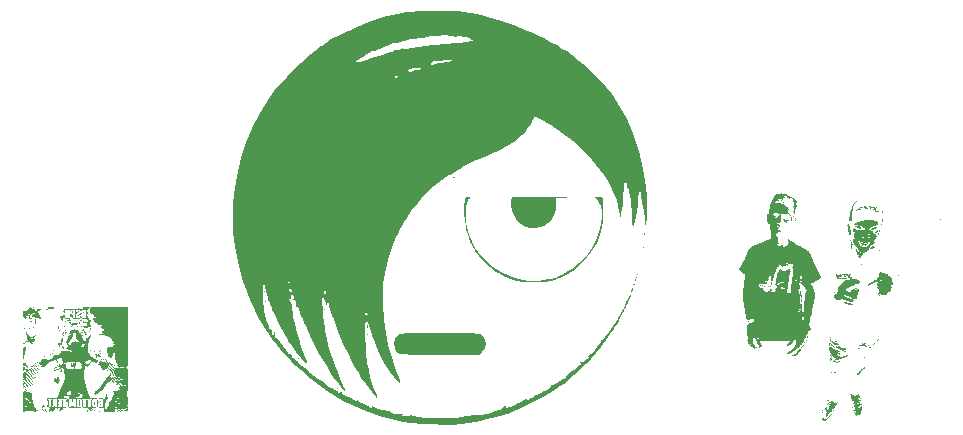
<source format=gbr>
%TF.GenerationSoftware,KiCad,Pcbnew,9.0.2*%
%TF.CreationDate,2025-06-15T01:16:02-07:00*%
%TF.ProjectId,SDM26_BSPD_1.0,53444d32-365f-4425-9350-445f312e302e,rev?*%
%TF.SameCoordinates,Original*%
%TF.FileFunction,Legend,Bot*%
%TF.FilePolarity,Positive*%
%FSLAX46Y46*%
G04 Gerber Fmt 4.6, Leading zero omitted, Abs format (unit mm)*
G04 Created by KiCad (PCBNEW 9.0.2) date 2025-06-15 01:16:02*
%MOMM*%
%LPD*%
G01*
G04 APERTURE LIST*
%ADD10C,0.000000*%
G04 APERTURE END LIST*
D10*
G36*
X109090299Y-133438598D02*
G01*
X109090629Y-133438659D01*
X109090958Y-133438760D01*
X109091285Y-133438901D01*
X109091609Y-133439081D01*
X109091930Y-133439298D01*
X109092247Y-133439553D01*
X109092559Y-133439845D01*
X109092867Y-133440173D01*
X109093168Y-133440537D01*
X109093463Y-133440935D01*
X109093751Y-133441368D01*
X109094031Y-133441834D01*
X109094303Y-133442333D01*
X109094566Y-133442865D01*
X109094819Y-133443428D01*
X109095062Y-133444022D01*
X109095294Y-133444647D01*
X109095514Y-133445301D01*
X109095722Y-133445984D01*
X109095917Y-133446696D01*
X109096098Y-133447436D01*
X109096265Y-133448202D01*
X109096418Y-133448995D01*
X109096555Y-133449814D01*
X109096675Y-133450659D01*
X109096779Y-133451527D01*
X109096866Y-133452420D01*
X109096934Y-133453336D01*
X109096984Y-133454274D01*
X109097014Y-133455235D01*
X109097024Y-133456216D01*
X109096998Y-133457043D01*
X109096922Y-133457868D01*
X109096797Y-133458690D01*
X109096624Y-133459506D01*
X109096405Y-133460317D01*
X109096140Y-133461119D01*
X109095832Y-133461912D01*
X109095481Y-133462693D01*
X109095088Y-133463462D01*
X109094656Y-133464215D01*
X109094184Y-133464953D01*
X109093675Y-133465673D01*
X109093131Y-133466374D01*
X109092551Y-133467053D01*
X109091937Y-133467710D01*
X109091292Y-133468343D01*
X109090615Y-133468950D01*
X109089908Y-133469529D01*
X109089173Y-133470080D01*
X109088411Y-133470600D01*
X109087624Y-133471087D01*
X109086811Y-133471541D01*
X109085976Y-133471959D01*
X109085118Y-133472339D01*
X109084240Y-133472681D01*
X109083342Y-133472983D01*
X109082426Y-133473243D01*
X109081494Y-133473459D01*
X109080546Y-133473630D01*
X109079583Y-133473754D01*
X109078608Y-133473830D01*
X109077621Y-133473855D01*
X109076810Y-133473830D01*
X109076031Y-133473754D01*
X109075283Y-133473630D01*
X109074569Y-133473459D01*
X109073888Y-133473243D01*
X109073242Y-133472983D01*
X109072630Y-133472681D01*
X109072054Y-133472339D01*
X109071514Y-133471959D01*
X109071011Y-133471541D01*
X109070545Y-133471087D01*
X109070118Y-133470600D01*
X109069729Y-133470080D01*
X109069380Y-133469529D01*
X109069070Y-133468950D01*
X109068802Y-133468343D01*
X109068575Y-133467710D01*
X109068389Y-133467053D01*
X109068247Y-133466374D01*
X109068147Y-133465673D01*
X109068092Y-133464953D01*
X109068081Y-133464215D01*
X109068115Y-133463462D01*
X109068195Y-133462693D01*
X109068322Y-133461912D01*
X109068496Y-133461119D01*
X109068718Y-133460317D01*
X109068988Y-133459506D01*
X109069307Y-133458690D01*
X109069676Y-133457868D01*
X109070095Y-133457043D01*
X109070566Y-133456216D01*
X109071598Y-133454274D01*
X109072702Y-133452420D01*
X109073868Y-133450659D01*
X109075086Y-133448995D01*
X109076345Y-133447436D01*
X109077635Y-133445984D01*
X109078946Y-133444647D01*
X109080267Y-133443428D01*
X109081588Y-133442333D01*
X109082899Y-133441368D01*
X109084189Y-133440537D01*
X109085449Y-133439845D01*
X109086666Y-133439298D01*
X109087833Y-133438901D01*
X109088937Y-133438659D01*
X109089463Y-133438598D01*
X109089969Y-133438577D01*
X109090299Y-133438598D01*
G37*
G36*
X107102264Y-132398641D02*
G01*
X107104818Y-132398872D01*
X107107237Y-132399277D01*
X107109507Y-132399857D01*
X107111619Y-132400614D01*
X107113558Y-132401549D01*
X107115315Y-132402661D01*
X107116876Y-132403953D01*
X107118229Y-132405425D01*
X107119363Y-132407078D01*
X107120266Y-132408913D01*
X107120926Y-132410932D01*
X107121331Y-132413134D01*
X107121468Y-132415522D01*
X107121397Y-132416379D01*
X107121184Y-132417296D01*
X107120835Y-132418270D01*
X107120352Y-132419298D01*
X107119740Y-132420377D01*
X107119003Y-132421506D01*
X107118145Y-132422681D01*
X107117169Y-132423900D01*
X107114880Y-132426460D01*
X107112167Y-132429164D01*
X107109061Y-132431993D01*
X107105593Y-132434924D01*
X107101795Y-132437939D01*
X107097697Y-132441015D01*
X107093331Y-132444133D01*
X107088727Y-132447272D01*
X107083916Y-132450410D01*
X107078929Y-132453528D01*
X107073797Y-132456605D01*
X107068552Y-132459619D01*
X107063385Y-132462286D01*
X107058469Y-132464669D01*
X107053808Y-132466771D01*
X107049404Y-132468597D01*
X107045262Y-132470152D01*
X107041383Y-132471440D01*
X107037772Y-132472466D01*
X107034432Y-132473234D01*
X107031365Y-132473749D01*
X107028576Y-132474015D01*
X107026067Y-132474037D01*
X107023841Y-132473820D01*
X107021903Y-132473367D01*
X107020254Y-132472684D01*
X107018899Y-132471774D01*
X107017840Y-132470643D01*
X107017081Y-132469295D01*
X107016625Y-132467735D01*
X107016475Y-132465966D01*
X107016634Y-132463994D01*
X107017106Y-132461823D01*
X107017894Y-132459458D01*
X107019001Y-132456902D01*
X107020431Y-132454162D01*
X107022186Y-132451240D01*
X107024270Y-132448142D01*
X107026685Y-132444872D01*
X107029436Y-132441435D01*
X107032526Y-132437836D01*
X107035957Y-132434078D01*
X107039733Y-132430166D01*
X107043857Y-132426105D01*
X107046718Y-132423206D01*
X107049671Y-132420463D01*
X107052702Y-132417877D01*
X107055802Y-132415449D01*
X107058956Y-132413180D01*
X107062155Y-132411071D01*
X107068634Y-132407336D01*
X107075145Y-132404252D01*
X107081591Y-132401827D01*
X107087877Y-132400069D01*
X107093908Y-132398985D01*
X107096797Y-132398699D01*
X107099586Y-132398584D01*
X107102264Y-132398641D01*
G37*
G36*
X113697189Y-136459456D02*
G01*
X113698100Y-136459705D01*
X113699010Y-136460119D01*
X113699920Y-136460698D01*
X113700832Y-136461444D01*
X113701748Y-136462357D01*
X113702669Y-136463440D01*
X113703598Y-136464693D01*
X113704537Y-136466119D01*
X113705488Y-136467717D01*
X113706452Y-136469490D01*
X113707431Y-136471438D01*
X113708428Y-136473564D01*
X113709445Y-136475867D01*
X113710482Y-136478351D01*
X113711543Y-136481015D01*
X113712630Y-136483861D01*
X113714885Y-136490105D01*
X113716436Y-136494238D01*
X113717784Y-136498363D01*
X113718932Y-136502471D01*
X113719884Y-136506556D01*
X113720644Y-136510608D01*
X113721214Y-136514619D01*
X113721600Y-136518583D01*
X113721803Y-136522489D01*
X113721679Y-136530101D01*
X113721358Y-136533789D01*
X113720869Y-136537389D01*
X113720217Y-136540892D01*
X113719404Y-136544290D01*
X113718434Y-136547575D01*
X113717311Y-136550739D01*
X113716037Y-136553774D01*
X113714618Y-136556671D01*
X113713056Y-136559423D01*
X113711354Y-136562022D01*
X113709517Y-136564459D01*
X113707548Y-136566726D01*
X113705450Y-136568816D01*
X113703227Y-136570721D01*
X113700883Y-136572431D01*
X113698421Y-136573940D01*
X113695844Y-136575238D01*
X113693157Y-136576319D01*
X113690363Y-136577173D01*
X113687464Y-136577794D01*
X113684466Y-136578172D01*
X113681371Y-136578300D01*
X113679454Y-136578091D01*
X113677671Y-136577479D01*
X113676020Y-136576484D01*
X113674502Y-136575127D01*
X113673116Y-136573427D01*
X113671860Y-136571405D01*
X113670736Y-136569081D01*
X113669741Y-136566476D01*
X113668875Y-136563610D01*
X113668138Y-136560504D01*
X113667529Y-136557177D01*
X113667047Y-136553650D01*
X113666462Y-136546078D01*
X113666378Y-136537951D01*
X113666791Y-136529430D01*
X113667694Y-136520680D01*
X113669084Y-136511863D01*
X113670953Y-136503141D01*
X113673299Y-136494678D01*
X113674648Y-136490594D01*
X113676114Y-136486636D01*
X113677697Y-136482824D01*
X113679395Y-136479178D01*
X113681208Y-136475718D01*
X113683135Y-136472466D01*
X113684278Y-136470554D01*
X113685391Y-136468789D01*
X113686477Y-136467170D01*
X113687538Y-136465700D01*
X113688576Y-136464380D01*
X113689592Y-136463211D01*
X113690589Y-136462194D01*
X113691569Y-136461332D01*
X113692533Y-136460624D01*
X113693484Y-136460072D01*
X113694422Y-136459679D01*
X113695352Y-136459444D01*
X113696273Y-136459369D01*
X113697189Y-136459456D01*
G37*
G36*
X110581137Y-129594817D02*
G01*
X110592802Y-129595064D01*
X110610007Y-129595301D01*
X110626922Y-129595973D01*
X110643093Y-129597017D01*
X110658066Y-129598371D01*
X110671385Y-129599973D01*
X110682595Y-129601761D01*
X110691242Y-129603673D01*
X110694462Y-129604656D01*
X110696871Y-129605647D01*
X110698024Y-129606018D01*
X110699164Y-129606470D01*
X110700290Y-129606998D01*
X110701402Y-129607600D01*
X110702496Y-129608273D01*
X110703573Y-129609015D01*
X110704629Y-129609821D01*
X110705663Y-129610690D01*
X110706675Y-129611619D01*
X110707661Y-129612604D01*
X110708621Y-129613642D01*
X110709553Y-129614731D01*
X110710455Y-129615868D01*
X110711326Y-129617050D01*
X110712164Y-129618274D01*
X110712967Y-129619537D01*
X110713734Y-129620837D01*
X110714463Y-129622169D01*
X110715153Y-129623532D01*
X110715802Y-129624922D01*
X110716408Y-129626337D01*
X110716971Y-129627773D01*
X110717487Y-129629229D01*
X110717955Y-129630700D01*
X110718375Y-129632183D01*
X110718744Y-129633677D01*
X110719060Y-129635178D01*
X110719323Y-129636684D01*
X110719530Y-129638190D01*
X110719680Y-129639695D01*
X110719771Y-129641195D01*
X110719802Y-129642688D01*
X110719468Y-129647339D01*
X110719113Y-129651367D01*
X110718717Y-129654769D01*
X110718259Y-129657544D01*
X110718000Y-129658695D01*
X110717718Y-129659688D01*
X110717410Y-129660523D01*
X110717073Y-129661199D01*
X110716706Y-129661716D01*
X110716305Y-129662074D01*
X110715868Y-129662273D01*
X110715392Y-129662312D01*
X110714875Y-129662190D01*
X110714314Y-129661908D01*
X110713706Y-129661465D01*
X110713050Y-129660861D01*
X110712341Y-129660096D01*
X110711578Y-129659168D01*
X110709880Y-129656827D01*
X110707933Y-129653834D01*
X110705718Y-129650188D01*
X110703214Y-129645886D01*
X110700399Y-129640924D01*
X110698359Y-129637555D01*
X110696213Y-129634393D01*
X110693968Y-129631438D01*
X110691631Y-129628691D01*
X110689211Y-129626152D01*
X110686714Y-129623821D01*
X110684148Y-129621699D01*
X110681520Y-129619785D01*
X110678838Y-129618082D01*
X110676109Y-129616587D01*
X110673341Y-129615303D01*
X110670540Y-129614229D01*
X110667716Y-129613365D01*
X110664874Y-129612712D01*
X110662022Y-129612271D01*
X110659168Y-129612041D01*
X110656319Y-129612023D01*
X110653483Y-129612217D01*
X110650667Y-129612624D01*
X110647879Y-129613243D01*
X110645125Y-129614076D01*
X110642413Y-129615122D01*
X110639752Y-129616382D01*
X110637147Y-129617856D01*
X110634607Y-129619545D01*
X110632139Y-129621448D01*
X110629751Y-129623567D01*
X110627449Y-129625901D01*
X110625242Y-129628450D01*
X110623136Y-129631216D01*
X110621140Y-129634198D01*
X110619260Y-129637397D01*
X110617460Y-129640085D01*
X110615379Y-129642527D01*
X110613038Y-129644729D01*
X110610455Y-129646692D01*
X110607649Y-129648419D01*
X110604641Y-129649915D01*
X110601449Y-129651183D01*
X110598094Y-129652224D01*
X110594593Y-129653044D01*
X110590967Y-129653645D01*
X110587236Y-129654030D01*
X110583418Y-129654202D01*
X110579532Y-129654165D01*
X110575599Y-129653922D01*
X110571637Y-129653476D01*
X110567667Y-129652831D01*
X110563706Y-129651989D01*
X110559776Y-129650954D01*
X110555894Y-129649729D01*
X110552081Y-129648318D01*
X110548356Y-129646723D01*
X110544738Y-129644948D01*
X110541246Y-129642995D01*
X110537901Y-129640869D01*
X110534721Y-129638573D01*
X110531726Y-129636109D01*
X110528934Y-129633481D01*
X110526367Y-129630693D01*
X110524042Y-129627746D01*
X110521979Y-129624646D01*
X110520198Y-129621394D01*
X110518719Y-129617994D01*
X110518125Y-129616216D01*
X110517671Y-129614520D01*
X110517361Y-129612903D01*
X110517199Y-129611366D01*
X110517192Y-129609905D01*
X110517343Y-129608522D01*
X110517657Y-129607213D01*
X110518140Y-129605977D01*
X110518796Y-129604814D01*
X110519629Y-129603723D01*
X110520646Y-129602701D01*
X110521850Y-129601747D01*
X110523247Y-129600860D01*
X110524841Y-129600040D01*
X110526637Y-129599284D01*
X110528640Y-129598591D01*
X110530856Y-129597961D01*
X110533287Y-129597391D01*
X110535941Y-129596880D01*
X110538821Y-129596428D01*
X110541932Y-129596032D01*
X110545279Y-129595692D01*
X110548867Y-129595407D01*
X110552701Y-129595174D01*
X110556785Y-129594993D01*
X110561125Y-129594862D01*
X110565726Y-129594780D01*
X110570591Y-129594747D01*
X110581137Y-129594817D01*
G37*
G36*
X112493790Y-132373739D02*
G01*
X112507310Y-132378977D01*
X112522247Y-132384069D01*
X112538520Y-132389002D01*
X112556048Y-132393758D01*
X112574752Y-132398324D01*
X112594551Y-132402683D01*
X112615366Y-132406820D01*
X112637116Y-132410718D01*
X112659721Y-132414364D01*
X112683102Y-132417741D01*
X112707178Y-132420834D01*
X112731868Y-132423627D01*
X112757094Y-132426105D01*
X112766265Y-132426888D01*
X112775232Y-132427903D01*
X112783956Y-132429136D01*
X112792399Y-132430570D01*
X112800521Y-132432190D01*
X112808284Y-132433980D01*
X112815649Y-132435926D01*
X112822578Y-132438011D01*
X112829031Y-132440220D01*
X112834970Y-132442538D01*
X112840356Y-132444949D01*
X112845150Y-132447437D01*
X112849314Y-132449987D01*
X112852809Y-132452584D01*
X112855595Y-132455212D01*
X112857635Y-132457855D01*
X112859161Y-132460290D01*
X112861073Y-132462947D01*
X112863348Y-132465800D01*
X112865959Y-132468824D01*
X112868879Y-132471993D01*
X112872084Y-132475280D01*
X112875547Y-132478661D01*
X112879243Y-132482108D01*
X112883145Y-132485597D01*
X112887229Y-132489102D01*
X112891467Y-132492596D01*
X112895835Y-132496054D01*
X112900305Y-132499450D01*
X112904854Y-132502758D01*
X112909454Y-132505953D01*
X112914080Y-132509008D01*
X112920979Y-132513637D01*
X112927185Y-132517603D01*
X112932792Y-132520902D01*
X112935400Y-132522301D01*
X112937892Y-132523532D01*
X112940282Y-132524596D01*
X112942579Y-132525490D01*
X112944797Y-132526217D01*
X112946946Y-132526774D01*
X112949038Y-132527162D01*
X112951085Y-132527381D01*
X112953099Y-132527430D01*
X112955090Y-132527308D01*
X112957071Y-132527016D01*
X112959054Y-132526553D01*
X112961049Y-132525919D01*
X112963069Y-132525114D01*
X112965125Y-132524137D01*
X112967229Y-132522987D01*
X112969392Y-132521665D01*
X112971627Y-132520170D01*
X112976355Y-132516661D01*
X112981507Y-132512457D01*
X112987176Y-132507555D01*
X112993455Y-132501952D01*
X112999187Y-132496658D01*
X113004503Y-132492010D01*
X113009442Y-132487992D01*
X113014043Y-132484589D01*
X113018343Y-132481786D01*
X113020394Y-132480604D01*
X113022383Y-132479566D01*
X113024317Y-132478671D01*
X113026201Y-132477915D01*
X113028038Y-132477298D01*
X113029835Y-132476817D01*
X113031595Y-132476470D01*
X113033324Y-132476256D01*
X113035027Y-132476173D01*
X113036708Y-132476217D01*
X113038372Y-132476389D01*
X113040024Y-132476685D01*
X113041669Y-132477104D01*
X113043312Y-132477644D01*
X113044958Y-132478302D01*
X113046610Y-132479078D01*
X113048276Y-132479968D01*
X113049958Y-132480972D01*
X113053393Y-132483310D01*
X113056955Y-132486078D01*
X113060303Y-132489018D01*
X113063404Y-132491889D01*
X113066255Y-132494692D01*
X113068858Y-132497429D01*
X113071211Y-132500103D01*
X113073314Y-132502716D01*
X113075168Y-132505270D01*
X113076771Y-132507768D01*
X113078124Y-132510211D01*
X113079225Y-132512602D01*
X113080076Y-132514944D01*
X113080674Y-132517238D01*
X113081021Y-132519487D01*
X113081116Y-132521693D01*
X113080958Y-132523859D01*
X113080547Y-132525985D01*
X113079883Y-132528076D01*
X113078965Y-132530133D01*
X113077794Y-132532158D01*
X113076368Y-132534154D01*
X113074688Y-132536122D01*
X113072753Y-132538066D01*
X113070562Y-132539987D01*
X113068117Y-132541888D01*
X113065415Y-132543771D01*
X113062458Y-132545638D01*
X113059244Y-132547491D01*
X113055773Y-132549333D01*
X113052045Y-132551166D01*
X113048060Y-132552992D01*
X113039316Y-132556633D01*
X113034751Y-132558366D01*
X113030331Y-132560243D01*
X113026076Y-132562245D01*
X113022008Y-132564350D01*
X113018146Y-132566538D01*
X113014511Y-132568787D01*
X113014102Y-132569064D01*
X113011125Y-132571078D01*
X113008007Y-132573390D01*
X113005178Y-132575702D01*
X113002660Y-132577993D01*
X113000472Y-132580242D01*
X112998636Y-132582430D01*
X112997172Y-132584535D01*
X112996101Y-132586536D01*
X112995719Y-132587492D01*
X112995442Y-132588414D01*
X112995275Y-132589300D01*
X112995219Y-132590147D01*
X112995172Y-132590963D01*
X112995036Y-132591758D01*
X112994810Y-132592530D01*
X112994499Y-132593278D01*
X112994103Y-132594002D01*
X112993626Y-132594701D01*
X112993069Y-132595373D01*
X112992435Y-132596017D01*
X112991726Y-132596633D01*
X112990945Y-132597220D01*
X112990093Y-132597776D01*
X112989172Y-132598301D01*
X112988186Y-132598794D01*
X112987137Y-132599254D01*
X112986026Y-132599679D01*
X112984856Y-132600069D01*
X112983629Y-132600423D01*
X112982347Y-132600739D01*
X112981013Y-132601018D01*
X112979630Y-132601257D01*
X112978198Y-132601457D01*
X112976721Y-132601615D01*
X112975200Y-132601732D01*
X112973639Y-132601805D01*
X112972038Y-132601835D01*
X112970401Y-132601819D01*
X112968730Y-132601758D01*
X112967027Y-132601650D01*
X112965295Y-132601494D01*
X112963534Y-132601290D01*
X112961749Y-132601035D01*
X112959941Y-132600730D01*
X112956350Y-132600156D01*
X112952857Y-132599753D01*
X112949467Y-132599517D01*
X112946185Y-132599445D01*
X112943014Y-132599531D01*
X112939961Y-132599773D01*
X112937031Y-132600164D01*
X112934227Y-132600702D01*
X112931554Y-132601382D01*
X112929019Y-132602201D01*
X112926625Y-132603152D01*
X112924377Y-132604234D01*
X112922280Y-132605440D01*
X112920340Y-132606768D01*
X112918560Y-132608212D01*
X112916946Y-132609770D01*
X112915502Y-132611436D01*
X112914234Y-132613206D01*
X112913146Y-132615076D01*
X112912243Y-132617042D01*
X112911531Y-132619100D01*
X112911012Y-132621246D01*
X112910694Y-132623475D01*
X112910580Y-132625783D01*
X112910675Y-132628165D01*
X112910984Y-132630619D01*
X112911512Y-132633139D01*
X112912264Y-132635722D01*
X112913245Y-132638362D01*
X112914459Y-132641057D01*
X112915912Y-132643801D01*
X112917608Y-132646591D01*
X112918429Y-132647867D01*
X112919241Y-132649052D01*
X112920044Y-132650144D01*
X112920839Y-132651145D01*
X112921626Y-132652056D01*
X112922406Y-132652877D01*
X112923179Y-132653609D01*
X112923947Y-132654253D01*
X112924709Y-132654809D01*
X112925467Y-132655277D01*
X112926221Y-132655659D01*
X112926971Y-132655955D01*
X112927719Y-132656166D01*
X112928466Y-132656292D01*
X112929210Y-132656334D01*
X112929955Y-132656293D01*
X112930699Y-132656169D01*
X112931444Y-132655963D01*
X112932190Y-132655675D01*
X112932938Y-132655307D01*
X112933689Y-132654859D01*
X112934443Y-132654331D01*
X112935201Y-132653725D01*
X112935963Y-132653040D01*
X112936731Y-132652278D01*
X112937504Y-132651439D01*
X112938284Y-132650524D01*
X112939070Y-132649533D01*
X112939865Y-132648468D01*
X112940668Y-132647328D01*
X112941480Y-132646114D01*
X112942302Y-132644827D01*
X112943159Y-132643691D01*
X112944076Y-132642596D01*
X112945050Y-132641545D01*
X112946078Y-132640538D01*
X112947157Y-132639576D01*
X112948286Y-132638661D01*
X112949461Y-132637793D01*
X112950680Y-132636972D01*
X112951941Y-132636201D01*
X112953240Y-132635480D01*
X112954576Y-132634810D01*
X112955945Y-132634192D01*
X112957345Y-132633627D01*
X112958773Y-132633116D01*
X112960227Y-132632660D01*
X112961705Y-132632260D01*
X112963203Y-132631916D01*
X112964719Y-132631630D01*
X112966251Y-132631404D01*
X112967796Y-132631236D01*
X112969351Y-132631130D01*
X112970913Y-132631085D01*
X112972481Y-132631103D01*
X112974052Y-132631185D01*
X112975622Y-132631331D01*
X112977190Y-132631543D01*
X112978753Y-132631821D01*
X112980308Y-132632167D01*
X112981853Y-132632581D01*
X112983385Y-132633065D01*
X112984901Y-132633619D01*
X112986399Y-132634244D01*
X112988337Y-132634932D01*
X112990183Y-132635672D01*
X112991937Y-132636467D01*
X112993599Y-132637317D01*
X112995172Y-132638224D01*
X112996654Y-132639190D01*
X112998048Y-132640214D01*
X112999353Y-132641300D01*
X113000570Y-132642447D01*
X113001700Y-132643658D01*
X113002743Y-132644933D01*
X113003700Y-132646274D01*
X113004573Y-132647683D01*
X113005360Y-132649160D01*
X113006064Y-132650706D01*
X113006684Y-132652324D01*
X113007221Y-132654014D01*
X113007677Y-132655778D01*
X113008051Y-132657616D01*
X113008344Y-132659531D01*
X113008558Y-132661524D01*
X113008692Y-132663595D01*
X113008747Y-132665746D01*
X113008723Y-132667979D01*
X113008623Y-132670294D01*
X113008445Y-132672693D01*
X113008192Y-132675178D01*
X113007862Y-132677749D01*
X113007458Y-132680408D01*
X113006979Y-132683156D01*
X113006427Y-132685995D01*
X113005802Y-132688925D01*
X113004912Y-132692985D01*
X113004220Y-132696895D01*
X113003871Y-132699508D01*
X113003719Y-132700645D01*
X113003401Y-132704231D01*
X113003257Y-132707645D01*
X113003279Y-132710881D01*
X113003459Y-132713931D01*
X113003790Y-132716789D01*
X113004263Y-132719448D01*
X113004870Y-132721901D01*
X113005602Y-132724141D01*
X113006453Y-132726163D01*
X113007414Y-132727958D01*
X113008476Y-132729520D01*
X113009632Y-132730843D01*
X113010873Y-132731919D01*
X113012192Y-132732742D01*
X113013581Y-132733306D01*
X113015030Y-132733602D01*
X113016533Y-132733625D01*
X113018082Y-132733367D01*
X113019667Y-132732822D01*
X113021282Y-132731984D01*
X113022917Y-132730844D01*
X113024566Y-132729398D01*
X113026219Y-132727637D01*
X113027869Y-132725555D01*
X113029508Y-132723145D01*
X113031127Y-132720400D01*
X113032719Y-132717314D01*
X113034275Y-132713880D01*
X113035788Y-132710091D01*
X113036300Y-132708805D01*
X113036844Y-132707591D01*
X113037420Y-132706450D01*
X113038031Y-132705382D01*
X113038676Y-132704388D01*
X113039358Y-132703468D01*
X113040076Y-132702622D01*
X113040832Y-132701851D01*
X113041626Y-132701154D01*
X113042461Y-132700533D01*
X113043336Y-132699988D01*
X113044253Y-132699518D01*
X113045212Y-132699125D01*
X113046215Y-132698808D01*
X113047263Y-132698568D01*
X113048356Y-132698405D01*
X113049495Y-132698320D01*
X113050683Y-132698313D01*
X113051918Y-132698384D01*
X113053203Y-132698533D01*
X113054538Y-132698761D01*
X113055925Y-132699068D01*
X113057364Y-132699455D01*
X113058856Y-132699921D01*
X113060403Y-132700468D01*
X113062005Y-132701095D01*
X113063663Y-132701803D01*
X113065378Y-132702591D01*
X113067151Y-132703461D01*
X113068984Y-132704413D01*
X113070876Y-132705447D01*
X113072830Y-132706564D01*
X113076984Y-132709034D01*
X113080849Y-132711485D01*
X113084424Y-132713918D01*
X113087709Y-132716334D01*
X113090703Y-132718734D01*
X113093406Y-132721121D01*
X113095818Y-132723494D01*
X113097938Y-132725856D01*
X113099766Y-132728208D01*
X113101301Y-132730550D01*
X113102544Y-132732885D01*
X113103495Y-132735213D01*
X113104151Y-132737536D01*
X113104515Y-132739855D01*
X113104584Y-132742172D01*
X113104359Y-132744487D01*
X113103840Y-132746802D01*
X113103026Y-132749119D01*
X113101916Y-132751438D01*
X113100511Y-132753761D01*
X113098810Y-132756089D01*
X113096813Y-132758424D01*
X113094520Y-132760766D01*
X113091929Y-132763118D01*
X113089042Y-132765480D01*
X113085857Y-132767853D01*
X113082374Y-132770240D01*
X113078593Y-132772640D01*
X113074514Y-132775056D01*
X113070136Y-132777489D01*
X113065459Y-132779940D01*
X113060483Y-132782410D01*
X113056251Y-132784691D01*
X113052162Y-132787219D01*
X113048221Y-132789974D01*
X113044435Y-132792935D01*
X113040813Y-132796081D01*
X113040353Y-132796521D01*
X113037360Y-132799390D01*
X113034084Y-132802842D01*
X113030992Y-132806416D01*
X113028092Y-132810090D01*
X113025390Y-132813845D01*
X113022893Y-132817658D01*
X113020609Y-132821509D01*
X113018544Y-132825377D01*
X113016707Y-132829240D01*
X113015103Y-132833078D01*
X113013739Y-132836871D01*
X113012624Y-132840596D01*
X113011765Y-132844232D01*
X113011167Y-132847760D01*
X113010839Y-132851157D01*
X113010787Y-132854404D01*
X113011019Y-132857478D01*
X113011541Y-132860359D01*
X113012361Y-132863026D01*
X113013487Y-132865458D01*
X113014924Y-132867633D01*
X113016680Y-132869532D01*
X113018762Y-132871132D01*
X113021178Y-132872414D01*
X113023934Y-132873355D01*
X113027038Y-132873935D01*
X113030497Y-132874133D01*
X113031323Y-132874169D01*
X113032148Y-132874275D01*
X113032970Y-132874450D01*
X113033787Y-132874691D01*
X113034597Y-132874997D01*
X113035399Y-132875365D01*
X113036192Y-132875795D01*
X113036973Y-132876283D01*
X113037742Y-132876828D01*
X113038496Y-132877427D01*
X113039233Y-132878080D01*
X113039953Y-132878784D01*
X113040654Y-132879537D01*
X113041333Y-132880337D01*
X113041990Y-132881182D01*
X113042623Y-132882070D01*
X113043230Y-132883000D01*
X113043810Y-132883970D01*
X113044360Y-132884976D01*
X113044880Y-132886019D01*
X113045367Y-132887094D01*
X113045821Y-132888202D01*
X113046239Y-132889339D01*
X113046619Y-132890504D01*
X113046962Y-132891695D01*
X113047263Y-132892910D01*
X113047523Y-132894146D01*
X113047739Y-132895403D01*
X113047910Y-132896678D01*
X113048034Y-132897969D01*
X113048110Y-132899274D01*
X113048135Y-132900591D01*
X113048089Y-132901909D01*
X113047953Y-132903214D01*
X113047728Y-132904505D01*
X113047419Y-132905780D01*
X113047026Y-132907036D01*
X113046554Y-132908273D01*
X113046004Y-132909488D01*
X113045379Y-132910678D01*
X113044682Y-132911843D01*
X113043915Y-132912981D01*
X113043081Y-132914088D01*
X113042182Y-132915164D01*
X113041221Y-132916206D01*
X113040201Y-132917213D01*
X113039124Y-132918182D01*
X113037993Y-132919112D01*
X113036810Y-132920001D01*
X113035578Y-132920846D01*
X113034299Y-132921646D01*
X113032977Y-132922399D01*
X113031613Y-132923102D01*
X113030210Y-132923755D01*
X113028772Y-132924355D01*
X113027299Y-132924900D01*
X113025796Y-132925388D01*
X113024264Y-132925817D01*
X113022707Y-132926186D01*
X113021126Y-132926492D01*
X113019524Y-132926733D01*
X113017905Y-132926908D01*
X113016269Y-132927014D01*
X113014621Y-132927050D01*
X113010967Y-132927131D01*
X113007297Y-132927373D01*
X113003638Y-132927771D01*
X113000014Y-132928317D01*
X112996453Y-132929009D01*
X112992979Y-132929840D01*
X112989619Y-132930806D01*
X112986399Y-132931900D01*
X112983344Y-132933119D01*
X112980481Y-132934457D01*
X112977834Y-132935908D01*
X112975430Y-132937468D01*
X112973295Y-132939131D01*
X112971454Y-132940892D01*
X112969934Y-132942746D01*
X112969302Y-132943707D01*
X112968760Y-132944688D01*
X112967688Y-132946340D01*
X112966466Y-132947979D01*
X112965109Y-132949591D01*
X112963634Y-132951165D01*
X112962055Y-132952688D01*
X112960389Y-132954145D01*
X112958650Y-132955526D01*
X112956854Y-132956815D01*
X112955017Y-132958002D01*
X112953154Y-132959072D01*
X112951281Y-132960013D01*
X112949413Y-132960812D01*
X112948485Y-132961154D01*
X112947565Y-132961456D01*
X112946654Y-132961715D01*
X112945754Y-132961931D01*
X112944867Y-132962102D01*
X112943994Y-132962226D01*
X112943139Y-132962302D01*
X112942302Y-132962328D01*
X112940436Y-132962175D01*
X112938802Y-132961723D01*
X112937397Y-132960986D01*
X112936215Y-132959975D01*
X112935251Y-132958701D01*
X112934500Y-132957177D01*
X112933958Y-132955414D01*
X112933620Y-132953425D01*
X112933481Y-132951222D01*
X112933536Y-132948816D01*
X112933781Y-132946220D01*
X112934209Y-132943445D01*
X112934818Y-132940503D01*
X112935601Y-132937407D01*
X112936554Y-132934168D01*
X112937672Y-132930798D01*
X112938950Y-132927309D01*
X112940383Y-132923714D01*
X112943697Y-132916249D01*
X112947574Y-132908501D01*
X112951976Y-132900564D01*
X112956863Y-132892534D01*
X112962197Y-132884506D01*
X112967940Y-132876577D01*
X112970952Y-132872679D01*
X112974052Y-132868842D01*
X112978371Y-132864145D01*
X112982062Y-132859957D01*
X112985117Y-132856249D01*
X112986404Y-132854567D01*
X112987529Y-132852994D01*
X112988491Y-132851527D01*
X112989290Y-132850163D01*
X112989924Y-132848897D01*
X112990392Y-132847727D01*
X112990694Y-132846648D01*
X112990827Y-132845657D01*
X112990793Y-132844751D01*
X112990588Y-132843927D01*
X112990214Y-132843179D01*
X112989667Y-132842506D01*
X112988948Y-132841903D01*
X112988056Y-132841367D01*
X112986990Y-132840894D01*
X112985748Y-132840481D01*
X112984329Y-132840124D01*
X112982734Y-132839820D01*
X112980960Y-132839565D01*
X112979006Y-132839355D01*
X112974558Y-132839059D01*
X112969382Y-132838901D01*
X112963469Y-132838855D01*
X112958235Y-132838988D01*
X112953122Y-132839382D01*
X112948136Y-132840030D01*
X112943284Y-132840922D01*
X112938573Y-132842053D01*
X112934009Y-132843413D01*
X112929600Y-132844996D01*
X112925352Y-132846793D01*
X112921272Y-132848797D01*
X112917367Y-132850999D01*
X112913643Y-132853393D01*
X112910108Y-132855970D01*
X112906767Y-132858724D01*
X112903629Y-132861645D01*
X112900699Y-132864726D01*
X112899055Y-132866684D01*
X112897984Y-132867959D01*
X112895492Y-132871338D01*
X112893229Y-132874853D01*
X112891201Y-132878497D01*
X112889416Y-132882263D01*
X112887881Y-132886143D01*
X112886601Y-132890129D01*
X112885585Y-132894212D01*
X112884838Y-132898386D01*
X112884367Y-132902643D01*
X112884180Y-132906975D01*
X112884283Y-132911374D01*
X112884683Y-132915832D01*
X112885386Y-132920342D01*
X112886400Y-132924897D01*
X112887731Y-132929487D01*
X112889385Y-132934105D01*
X112890921Y-132938528D01*
X112892221Y-132942865D01*
X112893288Y-132947112D01*
X112894126Y-132951265D01*
X112894736Y-132955322D01*
X112895095Y-132959012D01*
X112895121Y-132959278D01*
X112895285Y-132963130D01*
X112895228Y-132966875D01*
X112894955Y-132970508D01*
X112894467Y-132974027D01*
X112893767Y-132977428D01*
X112892858Y-132980707D01*
X112891742Y-132983861D01*
X112890422Y-132986885D01*
X112888901Y-132989778D01*
X112887180Y-132992534D01*
X112885264Y-132995151D01*
X112883153Y-132997625D01*
X112880851Y-132999952D01*
X112878361Y-133002129D01*
X112875685Y-133004152D01*
X112872825Y-133006018D01*
X112869784Y-133007723D01*
X112866565Y-133009264D01*
X112863170Y-133010636D01*
X112859603Y-133011837D01*
X112855864Y-133012864D01*
X112851958Y-133013711D01*
X112847886Y-133014377D01*
X112843652Y-133014856D01*
X112839257Y-133015147D01*
X112834705Y-133015244D01*
X112833031Y-133015290D01*
X112831319Y-133015428D01*
X112827794Y-133015968D01*
X112824155Y-133016849D01*
X112820428Y-133018055D01*
X112816640Y-133019572D01*
X112812815Y-133021383D01*
X112808979Y-133023474D01*
X112805160Y-133025828D01*
X112801381Y-133028429D01*
X112797670Y-133031264D01*
X112794052Y-133034315D01*
X112790552Y-133037568D01*
X112787198Y-133041007D01*
X112784014Y-133044617D01*
X112781026Y-133048381D01*
X112778260Y-133052285D01*
X112773574Y-133058487D01*
X112769379Y-133063868D01*
X112765587Y-133068432D01*
X112763814Y-133070409D01*
X112762110Y-133072184D01*
X112760462Y-133073758D01*
X112758860Y-133075131D01*
X112757293Y-133076303D01*
X112755750Y-133077276D01*
X112754220Y-133078050D01*
X112752692Y-133078626D01*
X112751154Y-133079004D01*
X112749597Y-133079185D01*
X112748009Y-133079169D01*
X112746379Y-133078958D01*
X112744695Y-133078552D01*
X112742948Y-133077951D01*
X112741126Y-133077157D01*
X112739218Y-133076169D01*
X112737213Y-133074989D01*
X112735100Y-133073618D01*
X112732868Y-133072054D01*
X112730507Y-133070301D01*
X112725351Y-133066224D01*
X112719543Y-133061393D01*
X112712996Y-133055813D01*
X112709098Y-133052021D01*
X112704714Y-133047304D01*
X112699896Y-133041729D01*
X112694696Y-133035363D01*
X112689165Y-133028274D01*
X112683355Y-133020529D01*
X112677317Y-133012194D01*
X112671104Y-133003338D01*
X112664767Y-132994027D01*
X112658357Y-132984328D01*
X112651927Y-132974309D01*
X112645528Y-132964036D01*
X112641300Y-132957036D01*
X112748274Y-132957036D01*
X112748375Y-132958790D01*
X112748670Y-132960731D01*
X112749790Y-132965101D01*
X112751530Y-132969993D01*
X112753786Y-132975254D01*
X112756456Y-132980732D01*
X112759436Y-132986275D01*
X112762623Y-132991729D01*
X112765913Y-132996944D01*
X112769203Y-133001766D01*
X112772390Y-133006042D01*
X112775370Y-133009621D01*
X112778040Y-133012350D01*
X112779226Y-133013348D01*
X112780296Y-133014077D01*
X112781237Y-133014516D01*
X112782036Y-133014648D01*
X112782680Y-133014453D01*
X112783156Y-133013912D01*
X112783451Y-133013006D01*
X112783552Y-133011716D01*
X112783613Y-133010583D01*
X112783790Y-133009181D01*
X112784075Y-133007530D01*
X112784462Y-133005653D01*
X112785505Y-133001298D01*
X112786859Y-132996282D01*
X112788461Y-132990770D01*
X112790249Y-132984927D01*
X112792161Y-132978919D01*
X112794135Y-132972910D01*
X112795313Y-132969396D01*
X112796199Y-132966127D01*
X112796532Y-132964584D01*
X112796790Y-132963101D01*
X112796975Y-132961678D01*
X112797084Y-132960315D01*
X112797119Y-132959012D01*
X112797079Y-132957767D01*
X112796963Y-132956582D01*
X112796771Y-132955454D01*
X112796503Y-132954385D01*
X112796158Y-132953374D01*
X112795736Y-132952420D01*
X112795238Y-132951523D01*
X112794661Y-132950684D01*
X112794007Y-132949900D01*
X112793275Y-132949173D01*
X112792464Y-132948502D01*
X112791575Y-132947887D01*
X112790606Y-132947326D01*
X112789558Y-132946821D01*
X112788430Y-132946370D01*
X112787222Y-132945973D01*
X112785934Y-132945630D01*
X112784565Y-132945341D01*
X112783114Y-132945105D01*
X112781583Y-132944922D01*
X112779969Y-132944792D01*
X112776496Y-132944688D01*
X112773563Y-132944750D01*
X112770726Y-132944930D01*
X112767997Y-132945223D01*
X112765389Y-132945626D01*
X112762916Y-132946131D01*
X112760590Y-132946735D01*
X112758425Y-132947432D01*
X112756432Y-132948216D01*
X112754626Y-132949084D01*
X112753018Y-132950028D01*
X112751622Y-132951046D01*
X112750451Y-132952130D01*
X112749954Y-132952696D01*
X112749518Y-132953276D01*
X112749145Y-132953871D01*
X112748836Y-132954480D01*
X112748592Y-132955101D01*
X112748417Y-132955734D01*
X112748310Y-132956380D01*
X112748274Y-132957036D01*
X112641300Y-132957036D01*
X112639211Y-132953578D01*
X112633029Y-132943001D01*
X112627033Y-132932372D01*
X112621274Y-132921758D01*
X112609998Y-132901739D01*
X112598867Y-132882980D01*
X112588191Y-132865916D01*
X112578279Y-132850982D01*
X112569443Y-132838610D01*
X112561991Y-132829236D01*
X112558881Y-132825809D01*
X112556234Y-132823294D01*
X112554088Y-132821745D01*
X112553216Y-132821349D01*
X112552483Y-132821216D01*
X112550260Y-132821415D01*
X112548222Y-132822000D01*
X112546367Y-132822954D01*
X112544693Y-132824262D01*
X112543199Y-132825905D01*
X112541882Y-132827867D01*
X112540742Y-132830131D01*
X112539777Y-132832681D01*
X112538985Y-132835500D01*
X112538364Y-132838571D01*
X112537913Y-132841877D01*
X112537631Y-132845401D01*
X112537515Y-132849126D01*
X112537564Y-132853037D01*
X112537777Y-132857115D01*
X112538151Y-132861345D01*
X112538686Y-132865709D01*
X112539379Y-132870190D01*
X112541234Y-132879438D01*
X112543705Y-132888955D01*
X112546777Y-132898607D01*
X112548535Y-132903441D01*
X112550439Y-132908258D01*
X112552487Y-132913042D01*
X112554677Y-132917775D01*
X112557008Y-132922442D01*
X112559478Y-132927024D01*
X112562086Y-132931505D01*
X112564830Y-132935869D01*
X112567432Y-132940368D01*
X112569935Y-132945236D01*
X112572325Y-132950430D01*
X112574586Y-132955906D01*
X112576702Y-132961619D01*
X112578658Y-132967526D01*
X112580439Y-132973583D01*
X112582028Y-132979746D01*
X112583410Y-132985971D01*
X112584570Y-132992213D01*
X112585493Y-132998431D01*
X112586162Y-133004578D01*
X112586562Y-133010612D01*
X112586678Y-133016488D01*
X112586495Y-133022163D01*
X112585996Y-133027592D01*
X112580705Y-133076980D01*
X112540135Y-133032883D01*
X112535636Y-133027769D01*
X112530768Y-133021738D01*
X112525574Y-133014865D01*
X112520099Y-133007224D01*
X112514385Y-132998891D01*
X112508478Y-132989940D01*
X112496259Y-132970485D01*
X112483791Y-132949460D01*
X112471426Y-132927463D01*
X112459517Y-132905094D01*
X112448413Y-132882953D01*
X112442406Y-132870768D01*
X112435659Y-132858075D01*
X112428221Y-132844943D01*
X112420136Y-132831441D01*
X112411452Y-132817640D01*
X112402214Y-132803608D01*
X112392471Y-132789417D01*
X112383685Y-132777119D01*
X112677719Y-132777119D01*
X112677841Y-132779260D01*
X112678198Y-132781697D01*
X112679565Y-132787365D01*
X112681718Y-132793932D01*
X112684554Y-132801207D01*
X112687968Y-132808999D01*
X112691857Y-132817117D01*
X112696119Y-132825369D01*
X112700649Y-132833564D01*
X112705345Y-132841511D01*
X112710103Y-132849018D01*
X112714819Y-132855896D01*
X112719391Y-132861951D01*
X112723714Y-132866994D01*
X112727686Y-132870833D01*
X112729508Y-132872241D01*
X112731204Y-132873276D01*
X112732760Y-132873915D01*
X112734163Y-132874133D01*
X112735920Y-132874111D01*
X112737553Y-132874040D01*
X112739060Y-132873913D01*
X112740443Y-132873723D01*
X112741701Y-132873461D01*
X112742833Y-132873121D01*
X112743839Y-132872695D01*
X112744719Y-132872176D01*
X112745111Y-132871879D01*
X112745472Y-132871556D01*
X112745801Y-132871206D01*
X112746098Y-132870828D01*
X112746364Y-132870421D01*
X112746597Y-132869984D01*
X112746799Y-132869516D01*
X112746968Y-132869017D01*
X112747212Y-132867919D01*
X112747327Y-132866684D01*
X112747314Y-132865303D01*
X112747172Y-132863770D01*
X112746900Y-132862076D01*
X112746500Y-132860215D01*
X112745969Y-132858179D01*
X112745308Y-132855960D01*
X112744517Y-132853551D01*
X112743594Y-132850945D01*
X112742541Y-132848134D01*
X112741356Y-132845111D01*
X112738591Y-132838399D01*
X112735297Y-132830749D01*
X112731469Y-132822101D01*
X112727108Y-132812397D01*
X112723937Y-132805606D01*
X112720428Y-132799161D01*
X112716655Y-132793119D01*
X112712693Y-132787537D01*
X112709988Y-132784175D01*
X112836469Y-132784175D01*
X112836550Y-132786178D01*
X112836792Y-132788209D01*
X112837189Y-132790256D01*
X112837736Y-132792305D01*
X112838428Y-132794344D01*
X112839259Y-132796360D01*
X112840225Y-132798340D01*
X112841319Y-132800270D01*
X112842538Y-132802139D01*
X112843876Y-132803932D01*
X112845327Y-132805638D01*
X112846887Y-132807243D01*
X112848550Y-132808735D01*
X112850311Y-132810099D01*
X112852165Y-132811324D01*
X112854108Y-132812397D01*
X112854934Y-132812857D01*
X112855759Y-132813246D01*
X112856581Y-132813564D01*
X112857398Y-132813813D01*
X112858208Y-132813993D01*
X112859010Y-132814106D01*
X112859803Y-132814152D01*
X112860584Y-132814133D01*
X112861353Y-132814049D01*
X112862107Y-132813902D01*
X112862844Y-132813692D01*
X112863564Y-132813420D01*
X112864265Y-132813088D01*
X112864944Y-132812695D01*
X112865601Y-132812244D01*
X112866234Y-132811735D01*
X112866841Y-132811170D01*
X112867421Y-132810548D01*
X112867971Y-132809872D01*
X112868491Y-132809141D01*
X112868978Y-132808358D01*
X112869432Y-132807522D01*
X112869850Y-132806636D01*
X112870231Y-132805699D01*
X112870573Y-132804714D01*
X112870874Y-132803680D01*
X112871134Y-132802599D01*
X112871350Y-132801472D01*
X112871521Y-132800300D01*
X112871645Y-132799083D01*
X112871721Y-132797824D01*
X112871746Y-132796521D01*
X112871645Y-132793588D01*
X112871350Y-132790751D01*
X112870874Y-132788022D01*
X112870231Y-132785415D01*
X112869432Y-132782942D01*
X112868491Y-132780616D01*
X112867421Y-132778450D01*
X112866234Y-132776458D01*
X112864944Y-132774651D01*
X112863564Y-132773044D01*
X112862107Y-132771648D01*
X112860584Y-132770477D01*
X112859803Y-132769980D01*
X112859010Y-132769544D01*
X112858208Y-132769171D01*
X112857398Y-132768861D01*
X112856581Y-132768618D01*
X112855759Y-132768442D01*
X112854934Y-132768336D01*
X112854108Y-132768300D01*
X112853126Y-132768320D01*
X112852165Y-132768381D01*
X112851227Y-132768482D01*
X112850311Y-132768620D01*
X112849418Y-132768796D01*
X112848550Y-132769009D01*
X112847706Y-132769257D01*
X112846887Y-132769540D01*
X112846094Y-132769856D01*
X112845327Y-132770205D01*
X112844587Y-132770586D01*
X112843876Y-132770997D01*
X112843192Y-132771438D01*
X112842538Y-132771908D01*
X112841914Y-132772406D01*
X112841319Y-132772930D01*
X112840756Y-132773480D01*
X112840225Y-132774055D01*
X112839725Y-132774654D01*
X112839259Y-132775276D01*
X112838826Y-132775920D01*
X112838428Y-132776585D01*
X112838064Y-132777270D01*
X112837736Y-132777974D01*
X112837445Y-132778696D01*
X112837189Y-132779435D01*
X112836972Y-132780190D01*
X112836792Y-132780960D01*
X112836652Y-132781745D01*
X112836550Y-132782543D01*
X112836489Y-132783353D01*
X112836469Y-132784175D01*
X112709988Y-132784175D01*
X112708618Y-132782472D01*
X112704504Y-132777980D01*
X112700427Y-132774119D01*
X112696460Y-132770945D01*
X112694542Y-132769634D01*
X112692679Y-132768516D01*
X112690882Y-132767598D01*
X112689160Y-132766887D01*
X112687521Y-132766391D01*
X112685976Y-132766116D01*
X112684534Y-132766070D01*
X112683203Y-132766260D01*
X112681994Y-132766693D01*
X112680916Y-132767375D01*
X112679978Y-132768315D01*
X112679190Y-132769519D01*
X112678560Y-132770994D01*
X112678099Y-132772748D01*
X112677815Y-132774787D01*
X112677719Y-132777119D01*
X112383685Y-132777119D01*
X112382267Y-132775135D01*
X112371650Y-132760832D01*
X112360666Y-132746578D01*
X112349362Y-132732444D01*
X112337784Y-132718497D01*
X112325979Y-132704810D01*
X112313992Y-132691450D01*
X112309982Y-132687161D01*
X112783552Y-132687161D01*
X112783573Y-132687667D01*
X112783634Y-132688193D01*
X112783735Y-132688736D01*
X112783876Y-132689297D01*
X112784055Y-132689873D01*
X112784273Y-132690463D01*
X112784528Y-132691066D01*
X112784820Y-132691681D01*
X112785511Y-132692940D01*
X112786343Y-132694230D01*
X112787308Y-132695541D01*
X112788403Y-132696862D01*
X112789621Y-132698184D01*
X112790959Y-132699494D01*
X112792410Y-132700785D01*
X112793970Y-132702044D01*
X112795633Y-132703262D01*
X112797394Y-132704428D01*
X112799249Y-132705532D01*
X112801191Y-132706564D01*
X112802017Y-132707034D01*
X112802842Y-132707453D01*
X112803664Y-132707822D01*
X112804481Y-132708141D01*
X112805291Y-132708411D01*
X112806094Y-132708633D01*
X112806886Y-132708807D01*
X112807668Y-132708934D01*
X112808436Y-132709014D01*
X112809190Y-132709048D01*
X112809928Y-132709037D01*
X112810648Y-132708982D01*
X112811348Y-132708882D01*
X112812028Y-132708740D01*
X112812685Y-132708554D01*
X112813318Y-132708327D01*
X112813925Y-132708059D01*
X112814504Y-132707749D01*
X112815054Y-132707400D01*
X112815574Y-132707011D01*
X112816062Y-132706584D01*
X112816515Y-132706118D01*
X112816933Y-132705615D01*
X112817314Y-132705075D01*
X112817656Y-132704499D01*
X112817958Y-132703887D01*
X112818218Y-132703241D01*
X112818434Y-132702560D01*
X112818605Y-132701846D01*
X112818729Y-132701098D01*
X112818804Y-132700319D01*
X112818830Y-132699508D01*
X112818804Y-132698521D01*
X112818729Y-132697546D01*
X112818605Y-132696583D01*
X112818434Y-132695635D01*
X112818218Y-132694703D01*
X112817958Y-132693787D01*
X112817656Y-132692890D01*
X112817314Y-132692011D01*
X112816933Y-132691154D01*
X112816515Y-132690318D01*
X112816062Y-132689506D01*
X112815574Y-132688718D01*
X112815054Y-132687956D01*
X112814504Y-132687221D01*
X112813925Y-132686515D01*
X112813318Y-132685838D01*
X112812685Y-132685192D01*
X112812028Y-132684579D01*
X112811348Y-132683999D01*
X112810648Y-132683454D01*
X112809928Y-132682945D01*
X112809190Y-132682474D01*
X112808436Y-132682041D01*
X112807668Y-132681649D01*
X112806886Y-132681297D01*
X112806094Y-132680989D01*
X112805291Y-132680724D01*
X112804481Y-132680505D01*
X112803664Y-132680332D01*
X112802842Y-132680207D01*
X112802017Y-132680131D01*
X112801191Y-132680105D01*
X112799249Y-132680146D01*
X112797394Y-132680264D01*
X112795633Y-132680454D01*
X112793970Y-132680712D01*
X112792410Y-132681031D01*
X112790959Y-132681407D01*
X112789621Y-132681836D01*
X112788403Y-132682310D01*
X112787308Y-132682826D01*
X112786343Y-132683378D01*
X112785511Y-132683961D01*
X112784820Y-132684570D01*
X112784273Y-132685200D01*
X112783876Y-132685845D01*
X112783735Y-132686172D01*
X112783634Y-132686500D01*
X112783573Y-132686830D01*
X112783552Y-132687161D01*
X112309982Y-132687161D01*
X112301872Y-132678488D01*
X112289663Y-132665994D01*
X112188262Y-132561322D01*
X112808795Y-132561322D01*
X112808848Y-132562191D01*
X112808996Y-132563035D01*
X112809239Y-132563854D01*
X112809574Y-132564647D01*
X112810002Y-132565413D01*
X112810520Y-132566153D01*
X112811127Y-132566865D01*
X112811821Y-132567548D01*
X112812603Y-132568202D01*
X112813469Y-132568827D01*
X112814420Y-132569421D01*
X112815453Y-132569984D01*
X112816568Y-132570516D01*
X112817763Y-132571015D01*
X112819036Y-132571481D01*
X112820388Y-132571914D01*
X112821815Y-132572312D01*
X112823317Y-132572676D01*
X112824893Y-132573004D01*
X112826541Y-132573296D01*
X112828261Y-132573551D01*
X112830050Y-132573768D01*
X112831907Y-132573948D01*
X112833832Y-132574089D01*
X112835823Y-132574190D01*
X112837878Y-132574251D01*
X112839996Y-132574272D01*
X112845620Y-132574229D01*
X112850587Y-132574093D01*
X112854902Y-132573853D01*
X112858572Y-132573500D01*
X112861601Y-132573023D01*
X112862877Y-132572735D01*
X112863995Y-132572411D01*
X112864955Y-132572052D01*
X112865758Y-132571655D01*
X112866405Y-132571220D01*
X112866896Y-132570744D01*
X112867232Y-132570227D01*
X112867413Y-132569667D01*
X112867441Y-132569064D01*
X112867316Y-132568415D01*
X112867038Y-132567720D01*
X112866609Y-132566977D01*
X112866028Y-132566185D01*
X112865297Y-132565342D01*
X112863386Y-132563501D01*
X112860881Y-132561442D01*
X112857786Y-132559157D01*
X112854108Y-132556633D01*
X112843097Y-132549688D01*
X112838651Y-132546959D01*
X112834815Y-132544727D01*
X112831516Y-132542990D01*
X112830046Y-132542308D01*
X112828683Y-132541750D01*
X112827418Y-132541316D01*
X112826242Y-132541006D01*
X112825146Y-132540820D01*
X112824121Y-132540758D01*
X112823159Y-132540820D01*
X112822249Y-132541006D01*
X112821383Y-132541316D01*
X112820552Y-132541750D01*
X112819747Y-132542308D01*
X112818959Y-132542990D01*
X112818178Y-132543796D01*
X112817397Y-132544727D01*
X112815793Y-132546959D01*
X112814075Y-132549688D01*
X112810010Y-132556633D01*
X112809566Y-132557615D01*
X112809223Y-132558575D01*
X112808981Y-132559513D01*
X112808839Y-132560429D01*
X112808795Y-132561322D01*
X112188262Y-132561322D01*
X112180302Y-132553105D01*
X112217344Y-132514299D01*
X112254385Y-132473730D01*
X112219108Y-132441980D01*
X112215133Y-132438410D01*
X112211476Y-132434979D01*
X112208132Y-132431690D01*
X112205100Y-132428548D01*
X112202375Y-132425557D01*
X112199954Y-132422722D01*
X112197834Y-132420046D01*
X112196012Y-132417534D01*
X112194484Y-132415190D01*
X112193248Y-132413018D01*
X112192300Y-132411022D01*
X112191636Y-132409207D01*
X112191255Y-132407577D01*
X112191151Y-132406135D01*
X112191323Y-132404887D01*
X112191767Y-132403836D01*
X112192480Y-132402987D01*
X112193458Y-132402343D01*
X112194698Y-132401909D01*
X112196198Y-132401690D01*
X112197953Y-132401689D01*
X112199961Y-132401910D01*
X112202218Y-132402358D01*
X112204721Y-132403037D01*
X112207467Y-132403951D01*
X112210453Y-132405104D01*
X112213675Y-132406501D01*
X112217130Y-132408146D01*
X112220815Y-132410042D01*
X112224727Y-132412195D01*
X112228863Y-132414608D01*
X112233219Y-132417286D01*
X112238917Y-132420649D01*
X112244160Y-132423442D01*
X112246637Y-132424614D01*
X112249032Y-132425630D01*
X112251354Y-132426487D01*
X112253614Y-132427180D01*
X112255822Y-132427705D01*
X112257989Y-132428058D01*
X112260125Y-132428235D01*
X112262240Y-132428231D01*
X112264345Y-132428042D01*
X112266450Y-132427665D01*
X112268565Y-132427094D01*
X112270701Y-132426326D01*
X112272868Y-132425356D01*
X112275076Y-132424181D01*
X112277336Y-132422795D01*
X112279658Y-132421196D01*
X112282053Y-132419378D01*
X112284530Y-132417338D01*
X112287100Y-132415071D01*
X112289773Y-132412573D01*
X112292560Y-132409840D01*
X112295471Y-132406868D01*
X112301707Y-132400188D01*
X112308563Y-132392501D01*
X112311611Y-132388981D01*
X112330876Y-132388981D01*
X112330877Y-132389701D01*
X112330923Y-132390401D01*
X112331014Y-132391081D01*
X112331151Y-132391738D01*
X112331335Y-132392371D01*
X112331565Y-132392978D01*
X112331842Y-132393557D01*
X112332166Y-132394108D01*
X112332537Y-132394627D01*
X112332957Y-132395115D01*
X112333424Y-132395568D01*
X112333940Y-132395986D01*
X112334504Y-132396367D01*
X112335118Y-132396709D01*
X112335781Y-132397011D01*
X112336494Y-132397271D01*
X112337257Y-132397487D01*
X112338070Y-132397658D01*
X112338934Y-132397782D01*
X112339849Y-132397857D01*
X112340816Y-132397883D01*
X112341658Y-132397857D01*
X112342528Y-132397782D01*
X112344344Y-132397487D01*
X112346242Y-132397011D01*
X112348202Y-132396367D01*
X112350204Y-132395568D01*
X112352226Y-132394627D01*
X112354248Y-132393557D01*
X112356250Y-132392371D01*
X112358210Y-132391081D01*
X112360108Y-132389701D01*
X112361924Y-132388243D01*
X112363636Y-132386721D01*
X112365224Y-132385147D01*
X112366668Y-132383534D01*
X112367946Y-132381896D01*
X112369038Y-132380244D01*
X112369947Y-132378302D01*
X112370688Y-132376448D01*
X112371259Y-132374686D01*
X112371479Y-132373842D01*
X112371656Y-132373023D01*
X112371789Y-132372230D01*
X112371878Y-132371463D01*
X112371922Y-132370724D01*
X112371922Y-132370012D01*
X112371876Y-132369329D01*
X112371784Y-132368675D01*
X112371647Y-132368050D01*
X112371463Y-132367456D01*
X112371233Y-132366893D01*
X112370957Y-132366361D01*
X112370633Y-132365862D01*
X112370261Y-132365396D01*
X112369842Y-132364963D01*
X112369374Y-132364565D01*
X112368858Y-132364201D01*
X112368294Y-132363873D01*
X112367680Y-132363581D01*
X112367017Y-132363326D01*
X112366304Y-132363109D01*
X112365541Y-132362929D01*
X112364728Y-132362788D01*
X112363864Y-132362687D01*
X112362949Y-132362626D01*
X112361982Y-132362605D01*
X112360270Y-132362687D01*
X112358455Y-132362929D01*
X112356556Y-132363326D01*
X112354596Y-132363873D01*
X112352595Y-132364565D01*
X112350572Y-132365396D01*
X112348550Y-132366361D01*
X112346548Y-132367456D01*
X112344588Y-132368675D01*
X112342690Y-132370012D01*
X112340874Y-132371463D01*
X112339162Y-132373023D01*
X112337574Y-132374686D01*
X112336131Y-132376448D01*
X112335470Y-132377363D01*
X112334852Y-132378302D01*
X112334282Y-132379262D01*
X112333760Y-132380244D01*
X112333285Y-132381071D01*
X112332851Y-132381896D01*
X112332460Y-132382717D01*
X112332110Y-132383534D01*
X112331803Y-132384345D01*
X112331540Y-132385147D01*
X112331319Y-132385940D01*
X112331142Y-132386721D01*
X112331009Y-132387489D01*
X112330920Y-132388243D01*
X112330876Y-132388981D01*
X112311611Y-132388981D01*
X112316121Y-132383772D01*
X112325827Y-132372836D01*
X112335145Y-132363174D01*
X112339680Y-132358818D01*
X112344143Y-132354778D01*
X112348543Y-132351052D01*
X112352887Y-132347640D01*
X112357186Y-132344540D01*
X112361446Y-132341753D01*
X112365676Y-132339276D01*
X112369886Y-132337108D01*
X112374082Y-132335250D01*
X112378274Y-132333699D01*
X112382469Y-132332455D01*
X112386677Y-132331517D01*
X112390905Y-132330884D01*
X112395163Y-132330554D01*
X112399458Y-132330528D01*
X112403799Y-132330804D01*
X112408194Y-132331380D01*
X112412652Y-132332257D01*
X112417181Y-132333433D01*
X112421789Y-132334907D01*
X112426486Y-132336678D01*
X112431278Y-132338745D01*
X112436175Y-132341107D01*
X112441185Y-132343764D01*
X112446317Y-132346714D01*
X112451578Y-132349956D01*
X112462524Y-132357314D01*
X112471316Y-132362892D01*
X112481765Y-132368373D01*
X112487033Y-132370724D01*
X112493790Y-132373739D01*
G37*
G36*
X106435095Y-129506428D02*
G01*
X106436198Y-129506908D01*
X106437108Y-129507687D01*
X106437821Y-129508763D01*
X106438337Y-129510135D01*
X106438653Y-129511801D01*
X106438766Y-129513761D01*
X106438674Y-129516013D01*
X106438375Y-129518555D01*
X106437867Y-129521387D01*
X106437147Y-129524506D01*
X106436214Y-129527913D01*
X106435064Y-129531605D01*
X106432108Y-129539840D01*
X106428260Y-129549203D01*
X106425866Y-129553767D01*
X106423327Y-129558187D01*
X106420664Y-129562442D01*
X106417897Y-129566511D01*
X106415048Y-129570373D01*
X106412137Y-129574007D01*
X106409185Y-129577394D01*
X106406212Y-129580511D01*
X106403239Y-129583340D01*
X106400286Y-129585858D01*
X106397375Y-129588046D01*
X106394526Y-129589882D01*
X106391759Y-129591346D01*
X106389096Y-129592418D01*
X106387810Y-129592800D01*
X106386557Y-129593076D01*
X106385341Y-129593243D01*
X106384163Y-129593300D01*
X106381605Y-129593268D01*
X106379223Y-129593170D01*
X106377019Y-129593003D01*
X106374992Y-129592762D01*
X106373143Y-129592444D01*
X106371474Y-129592044D01*
X106369984Y-129591559D01*
X106368674Y-129590985D01*
X106367545Y-129590317D01*
X106366597Y-129589553D01*
X106365832Y-129588688D01*
X106365249Y-129587719D01*
X106364850Y-129586640D01*
X106364635Y-129585450D01*
X106364605Y-129584143D01*
X106364760Y-129582716D01*
X106365101Y-129581165D01*
X106365629Y-129579486D01*
X106366344Y-129577676D01*
X106367247Y-129575730D01*
X106368339Y-129573644D01*
X106369620Y-129571415D01*
X106371091Y-129569038D01*
X106372753Y-129566511D01*
X106374605Y-129563828D01*
X106376650Y-129560986D01*
X106381317Y-129554811D01*
X106386760Y-129547954D01*
X106392982Y-129540383D01*
X106400607Y-129531762D01*
X106407593Y-129524411D01*
X106413923Y-129518322D01*
X106416836Y-129515747D01*
X106419578Y-129513484D01*
X106422148Y-129511530D01*
X106424542Y-129509885D01*
X106426758Y-129508548D01*
X106428794Y-129507517D01*
X106430648Y-129506790D01*
X106432318Y-129506368D01*
X106433801Y-129506247D01*
X106435095Y-129506428D01*
G37*
G36*
X113508961Y-133459710D02*
G01*
X113511260Y-133459983D01*
X113513637Y-133460406D01*
X113516101Y-133460973D01*
X113518664Y-133461680D01*
X113524130Y-133463492D01*
X113530124Y-133465801D01*
X113536732Y-133468564D01*
X113540521Y-133470119D01*
X113543949Y-133471803D01*
X113547020Y-133473613D01*
X113549734Y-133475543D01*
X113552095Y-133477590D01*
X113554104Y-133479749D01*
X113555762Y-133482015D01*
X113557072Y-133484383D01*
X113558036Y-133486850D01*
X113558656Y-133489411D01*
X113558934Y-133492060D01*
X113558871Y-133494794D01*
X113558469Y-133497609D01*
X113557731Y-133500499D01*
X113556659Y-133503460D01*
X113555253Y-133506487D01*
X113553517Y-133509577D01*
X113551453Y-133512724D01*
X113549061Y-133515924D01*
X113546344Y-133519172D01*
X113543305Y-133522464D01*
X113539944Y-133525796D01*
X113536265Y-133529163D01*
X113532268Y-133532560D01*
X113527956Y-133535982D01*
X113523330Y-133539426D01*
X113518394Y-133542887D01*
X113513147Y-133546361D01*
X113507594Y-133549841D01*
X113501735Y-133553326D01*
X113495572Y-133556809D01*
X113489108Y-133560286D01*
X113474682Y-133567461D01*
X113461840Y-133573122D01*
X113456017Y-133575390D01*
X113450594Y-133577285D01*
X113445575Y-133578809D01*
X113440959Y-133579964D01*
X113436749Y-133580752D01*
X113432946Y-133581176D01*
X113429552Y-133581236D01*
X113426569Y-133580935D01*
X113423997Y-133580276D01*
X113421840Y-133579259D01*
X113420098Y-133577886D01*
X113418772Y-133576161D01*
X113417866Y-133574084D01*
X113417379Y-133571657D01*
X113417315Y-133568883D01*
X113417673Y-133565763D01*
X113418457Y-133562300D01*
X113419668Y-133558495D01*
X113421306Y-133554350D01*
X113423375Y-133549868D01*
X113425875Y-133545049D01*
X113428808Y-133539897D01*
X113432176Y-133534412D01*
X113435981Y-133528598D01*
X113444905Y-133515986D01*
X113455594Y-133502077D01*
X113462202Y-133493678D01*
X113468196Y-133486312D01*
X113473662Y-133479939D01*
X113478690Y-133474517D01*
X113481066Y-133472149D01*
X113483365Y-133470003D01*
X113485599Y-133468075D01*
X113487778Y-133466359D01*
X113489912Y-133464849D01*
X113492014Y-133463540D01*
X113494094Y-133462429D01*
X113496163Y-133461508D01*
X113498232Y-133460773D01*
X113500312Y-133460219D01*
X113502414Y-133459841D01*
X113504548Y-133459634D01*
X113506727Y-133459592D01*
X113508961Y-133459710D01*
G37*
G36*
X106460946Y-135590302D02*
G01*
X106464861Y-135590549D01*
X106468631Y-135591027D01*
X106472245Y-135591738D01*
X106475691Y-135592686D01*
X106478958Y-135593874D01*
X106482033Y-135595307D01*
X106484906Y-135596987D01*
X106487564Y-135598919D01*
X106489996Y-135601106D01*
X106492870Y-135604144D01*
X106495207Y-135607303D01*
X106497011Y-135610582D01*
X106498282Y-135613976D01*
X106499022Y-135617485D01*
X106499232Y-135621104D01*
X106498915Y-135624832D01*
X106498072Y-135628666D01*
X106496704Y-135632603D01*
X106494813Y-135636641D01*
X106492401Y-135640778D01*
X106489469Y-135645010D01*
X106486019Y-135649334D01*
X106482053Y-135653750D01*
X106477572Y-135658253D01*
X106472578Y-135662841D01*
X106467072Y-135667512D01*
X106461056Y-135672264D01*
X106454532Y-135677092D01*
X106447501Y-135681996D01*
X106439965Y-135686972D01*
X106431925Y-135692018D01*
X106423384Y-135697131D01*
X106414342Y-135702308D01*
X106404801Y-135707548D01*
X106394764Y-135712847D01*
X106384231Y-135718202D01*
X106373204Y-135723612D01*
X106349675Y-135734585D01*
X106324190Y-135745744D01*
X106321218Y-135746807D01*
X106318579Y-135747365D01*
X106316266Y-135747441D01*
X106314272Y-135747056D01*
X106312589Y-135746234D01*
X106311211Y-135744996D01*
X106310128Y-135743364D01*
X106309335Y-135741362D01*
X106308824Y-135739011D01*
X106308586Y-135736333D01*
X106308616Y-135733350D01*
X106308905Y-135730086D01*
X106309445Y-135726562D01*
X106310231Y-135722801D01*
X106311253Y-135718825D01*
X106312505Y-135714656D01*
X106313979Y-135710316D01*
X106315668Y-135705828D01*
X106319660Y-135696497D01*
X106324422Y-135686840D01*
X106329895Y-135677035D01*
X106336019Y-135667262D01*
X106339307Y-135662443D01*
X106342735Y-135657698D01*
X106346296Y-135653050D01*
X106349983Y-135648521D01*
X106353788Y-135644134D01*
X106357704Y-135639911D01*
X106365895Y-135631937D01*
X106374530Y-135624570D01*
X106383517Y-135617838D01*
X106392762Y-135611771D01*
X106402172Y-135606396D01*
X106411655Y-135601742D01*
X106421117Y-135597838D01*
X106430465Y-135594711D01*
X106439606Y-135592390D01*
X106448448Y-135590904D01*
X106456897Y-135590281D01*
X106460946Y-135590302D01*
G37*
G36*
X107260495Y-132309790D02*
G01*
X107262166Y-132310085D01*
X107264043Y-132310561D01*
X107266107Y-132311204D01*
X107268336Y-132312003D01*
X107270710Y-132312944D01*
X107273208Y-132314014D01*
X107275809Y-132315201D01*
X107278492Y-132316491D01*
X107281238Y-132317871D01*
X107286833Y-132320851D01*
X107292428Y-132324037D01*
X107297858Y-132327327D01*
X107301556Y-132329851D01*
X107304710Y-132332137D01*
X107306080Y-132333194D01*
X107307310Y-132334195D01*
X107308401Y-132335142D01*
X107309350Y-132336037D01*
X107310158Y-132336879D01*
X107310822Y-132337671D01*
X107311342Y-132338414D01*
X107311717Y-132339110D01*
X107311946Y-132339758D01*
X107312028Y-132340362D01*
X107311963Y-132340922D01*
X107311748Y-132341439D01*
X107311384Y-132341914D01*
X107310868Y-132342350D01*
X107310201Y-132342747D01*
X107309381Y-132343106D01*
X107308408Y-132343429D01*
X107307279Y-132343718D01*
X107305995Y-132343972D01*
X107304555Y-132344195D01*
X107302957Y-132344386D01*
X107301200Y-132344548D01*
X107297206Y-132344787D01*
X107292567Y-132344923D01*
X107287274Y-132344967D01*
X107283578Y-132345069D01*
X107279784Y-132345370D01*
X107275918Y-132345862D01*
X107272005Y-132346537D01*
X107268072Y-132347389D01*
X107264144Y-132348408D01*
X107260246Y-132349588D01*
X107256406Y-132350920D01*
X107252648Y-132352396D01*
X107248999Y-132354010D01*
X107245484Y-132355753D01*
X107242129Y-132357617D01*
X107238961Y-132359595D01*
X107236004Y-132361679D01*
X107233285Y-132363861D01*
X107230830Y-132366133D01*
X107228807Y-132368054D01*
X107226720Y-132369843D01*
X107224586Y-132371493D01*
X107222424Y-132372996D01*
X107220251Y-132374343D01*
X107218086Y-132375528D01*
X107215948Y-132376542D01*
X107213853Y-132377378D01*
X107211819Y-132378027D01*
X107209867Y-132378483D01*
X107208012Y-132378738D01*
X107207127Y-132378787D01*
X107206273Y-132378783D01*
X107205453Y-132378725D01*
X107204669Y-132378611D01*
X107203923Y-132378442D01*
X107203217Y-132378215D01*
X107202554Y-132377930D01*
X107201936Y-132377586D01*
X107201365Y-132377181D01*
X107200844Y-132376716D01*
X107200024Y-132375593D01*
X107199540Y-132374219D01*
X107199374Y-132372615D01*
X107199510Y-132370798D01*
X107199932Y-132368787D01*
X107200623Y-132366601D01*
X107201566Y-132364258D01*
X107202745Y-132361778D01*
X107205746Y-132356481D01*
X107209494Y-132350857D01*
X107213857Y-132345059D01*
X107218703Y-132339234D01*
X107223900Y-132333533D01*
X107229317Y-132328106D01*
X107234822Y-132323103D01*
X107240283Y-132318673D01*
X107245568Y-132314967D01*
X107248103Y-132313432D01*
X107250546Y-132312135D01*
X107252878Y-132311093D01*
X107255084Y-132310325D01*
X107257147Y-132309851D01*
X107259051Y-132309689D01*
X107260495Y-132309790D01*
G37*
G36*
X107679253Y-131929176D02*
G01*
X107680194Y-131929315D01*
X107681020Y-131929548D01*
X107681734Y-131929874D01*
X107682338Y-131930292D01*
X107682835Y-131930804D01*
X107683227Y-131931408D01*
X107683515Y-131932106D01*
X107683703Y-131932897D01*
X107683792Y-131933780D01*
X107683785Y-131934757D01*
X107683684Y-131935827D01*
X107683209Y-131938245D01*
X107682385Y-131941036D01*
X107681366Y-131943370D01*
X107679981Y-131945734D01*
X107678255Y-131948118D01*
X107676215Y-131950510D01*
X107673887Y-131952899D01*
X107671297Y-131955275D01*
X107665435Y-131959942D01*
X107658840Y-131964424D01*
X107651720Y-131968631D01*
X107644285Y-131972477D01*
X107636745Y-131975873D01*
X107629307Y-131978731D01*
X107622182Y-131980964D01*
X107615579Y-131982485D01*
X107612539Y-131982950D01*
X107609708Y-131983204D01*
X107607111Y-131983236D01*
X107604776Y-131983034D01*
X107602729Y-131982589D01*
X107600995Y-131981888D01*
X107599601Y-131980921D01*
X107598573Y-131979677D01*
X107597937Y-131978145D01*
X107597719Y-131976314D01*
X107597780Y-131975627D01*
X107597962Y-131974890D01*
X107598262Y-131974107D01*
X107598676Y-131973279D01*
X107599202Y-131972407D01*
X107599835Y-131971496D01*
X107600573Y-131970547D01*
X107601412Y-131969561D01*
X107602349Y-131968542D01*
X107603382Y-131967492D01*
X107605718Y-131965306D01*
X107608396Y-131963023D01*
X107611389Y-131960659D01*
X107614671Y-131958233D01*
X107618217Y-131955763D01*
X107622000Y-131953268D01*
X107625996Y-131950765D01*
X107630177Y-131948272D01*
X107634519Y-131945807D01*
X107638995Y-131943389D01*
X107643580Y-131941036D01*
X107649887Y-131938245D01*
X107655593Y-131935827D01*
X107660714Y-131933780D01*
X107665270Y-131932106D01*
X107669278Y-131930804D01*
X107672756Y-131929874D01*
X107675723Y-131929315D01*
X107678196Y-131929129D01*
X107679253Y-131929176D01*
G37*
G36*
X109012183Y-131215600D02*
G01*
X109014066Y-131215967D01*
X109016027Y-131216593D01*
X109018063Y-131217479D01*
X109020173Y-131218630D01*
X109022355Y-131220046D01*
X109024606Y-131221731D01*
X109026926Y-131223688D01*
X109029311Y-131225918D01*
X109031760Y-131228424D01*
X109032416Y-131228987D01*
X109033061Y-131229680D01*
X109033695Y-131230498D01*
X109034316Y-131231439D01*
X109035519Y-131233668D01*
X109036666Y-131236335D01*
X109037750Y-131239404D01*
X109038767Y-131242842D01*
X109039712Y-131246617D01*
X109040580Y-131250694D01*
X109041364Y-131255039D01*
X109042061Y-131259620D01*
X109042665Y-131264402D01*
X109043171Y-131269352D01*
X109043573Y-131274437D01*
X109043867Y-131279622D01*
X109044047Y-131284874D01*
X109044108Y-131290160D01*
X109043986Y-131296523D01*
X109043631Y-131302384D01*
X109043055Y-131307750D01*
X109042275Y-131312626D01*
X109041303Y-131317017D01*
X109040154Y-131320930D01*
X109038843Y-131324369D01*
X109037383Y-131327340D01*
X109035788Y-131329848D01*
X109034074Y-131331900D01*
X109032253Y-131333500D01*
X109030341Y-131334654D01*
X109028351Y-131335367D01*
X109026298Y-131335646D01*
X109024196Y-131335494D01*
X109022059Y-131334919D01*
X109019901Y-131333925D01*
X109017737Y-131332518D01*
X109015581Y-131330704D01*
X109013446Y-131328487D01*
X109011348Y-131325874D01*
X109009300Y-131322869D01*
X109007317Y-131319479D01*
X109005412Y-131315709D01*
X109003601Y-131311564D01*
X109001896Y-131307050D01*
X109000314Y-131302173D01*
X108998866Y-131296937D01*
X108997569Y-131291348D01*
X108996436Y-131285413D01*
X108995481Y-131279135D01*
X108994718Y-131272522D01*
X108993972Y-131262996D01*
X108993706Y-131254276D01*
X108993905Y-131246384D01*
X108994553Y-131239338D01*
X108995636Y-131233161D01*
X108996335Y-131230405D01*
X108997137Y-131227873D01*
X108998040Y-131225569D01*
X108999041Y-131223495D01*
X109000140Y-131221653D01*
X109001333Y-131220046D01*
X109002619Y-131218677D01*
X109003997Y-131217548D01*
X109005463Y-131216663D01*
X109007017Y-131216022D01*
X109008656Y-131215630D01*
X109010379Y-131215488D01*
X109012183Y-131215600D01*
G37*
G36*
X109299009Y-130688193D02*
G01*
X109300092Y-130688454D01*
X109301242Y-130688937D01*
X109302458Y-130689641D01*
X109303741Y-130690566D01*
X109305091Y-130691710D01*
X109306506Y-130693072D01*
X109307987Y-130694651D01*
X109309533Y-130696447D01*
X109311144Y-130698459D01*
X109312819Y-130700684D01*
X109314559Y-130703124D01*
X109318230Y-130708639D01*
X109322155Y-130714996D01*
X109326330Y-130722189D01*
X109329099Y-130727194D01*
X109331449Y-130731642D01*
X109333376Y-130735552D01*
X109334873Y-130738945D01*
X109335937Y-130741843D01*
X109336305Y-130743112D01*
X109336562Y-130744265D01*
X109336707Y-130745304D01*
X109336742Y-130746232D01*
X109336663Y-130747051D01*
X109336472Y-130747765D01*
X109336167Y-130748375D01*
X109335748Y-130748884D01*
X109335213Y-130749296D01*
X109334563Y-130749611D01*
X109333797Y-130749834D01*
X109332914Y-130749966D01*
X109331913Y-130750011D01*
X109330794Y-130749970D01*
X109329557Y-130749846D01*
X109328199Y-130749642D01*
X109325124Y-130749005D01*
X109321562Y-130748078D01*
X109317510Y-130746883D01*
X109314888Y-130745479D01*
X109312322Y-130743920D01*
X109309828Y-130742217D01*
X109307423Y-130740379D01*
X109305121Y-130738417D01*
X109302937Y-130736341D01*
X109300888Y-130734162D01*
X109298989Y-130731890D01*
X109297256Y-130729535D01*
X109295703Y-130727108D01*
X109294346Y-130724619D01*
X109293747Y-130723354D01*
X109293202Y-130722078D01*
X109292714Y-130720792D01*
X109292285Y-130719496D01*
X109291916Y-130718193D01*
X109291610Y-130716883D01*
X109291369Y-130715568D01*
X109291194Y-130714249D01*
X109291088Y-130712928D01*
X109291052Y-130711605D01*
X109291088Y-130708416D01*
X109291196Y-130705465D01*
X109291376Y-130702749D01*
X109291627Y-130700267D01*
X109291950Y-130698020D01*
X109292343Y-130696005D01*
X109292806Y-130694223D01*
X109293340Y-130692671D01*
X109293943Y-130691349D01*
X109294616Y-130690256D01*
X109295357Y-130689391D01*
X109296168Y-130688754D01*
X109297047Y-130688342D01*
X109297994Y-130688156D01*
X109299009Y-130688193D01*
G37*
G36*
X112632285Y-132205214D02*
G01*
X112633326Y-132205323D01*
X112634328Y-132205504D01*
X112635299Y-132205757D01*
X112636248Y-132206082D01*
X112637184Y-132206480D01*
X112639051Y-132207493D01*
X112640969Y-132208795D01*
X112643009Y-132210387D01*
X112647732Y-132214438D01*
X112649268Y-132216267D01*
X112650571Y-132218111D01*
X112651646Y-132219967D01*
X112652497Y-132221828D01*
X112653130Y-132223691D01*
X112653550Y-132225550D01*
X112653761Y-132227401D01*
X112653768Y-132229239D01*
X112653577Y-132231058D01*
X112653191Y-132232855D01*
X112652616Y-132234623D01*
X112651856Y-132236360D01*
X112650917Y-132238058D01*
X112649803Y-132239715D01*
X112648520Y-132241324D01*
X112647071Y-132242881D01*
X112645462Y-132244382D01*
X112643698Y-132245820D01*
X112641783Y-132247192D01*
X112639723Y-132248493D01*
X112637521Y-132249718D01*
X112635184Y-132250861D01*
X112632716Y-132251919D01*
X112630121Y-132252886D01*
X112627405Y-132253757D01*
X112624572Y-132254528D01*
X112621628Y-132255193D01*
X112618577Y-132255749D01*
X112615423Y-132256189D01*
X112612173Y-132256510D01*
X112608830Y-132256705D01*
X112605399Y-132256772D01*
X112601705Y-132256695D01*
X112598228Y-132256471D01*
X112594970Y-132256105D01*
X112591932Y-132255604D01*
X112589115Y-132254975D01*
X112586521Y-132254225D01*
X112584148Y-132253361D01*
X112582000Y-132252390D01*
X112580077Y-132251317D01*
X112578379Y-132250151D01*
X112576908Y-132248897D01*
X112575665Y-132247563D01*
X112574650Y-132246155D01*
X112573865Y-132244681D01*
X112573311Y-132243146D01*
X112572988Y-132241558D01*
X112572898Y-132239924D01*
X112573041Y-132238250D01*
X112573418Y-132236543D01*
X112574032Y-132234809D01*
X112574881Y-132233057D01*
X112575968Y-132231291D01*
X112577294Y-132229520D01*
X112578858Y-132227750D01*
X112580663Y-132225988D01*
X112582709Y-132224240D01*
X112584998Y-132222514D01*
X112587529Y-132220815D01*
X112590305Y-132219152D01*
X112593326Y-132217530D01*
X112596593Y-132215956D01*
X112600107Y-132214438D01*
X112611197Y-132210387D01*
X112615738Y-132208795D01*
X112619703Y-132207493D01*
X112623162Y-132206480D01*
X112626184Y-132205757D01*
X112628838Y-132205323D01*
X112630050Y-132205214D01*
X112631196Y-132205178D01*
X112632285Y-132205214D01*
G37*
G36*
X113891274Y-134196412D02*
G01*
X113895558Y-134196730D01*
X113899695Y-134197343D01*
X113903663Y-134198252D01*
X113907439Y-134199457D01*
X113911003Y-134200958D01*
X113914331Y-134202755D01*
X113917402Y-134204849D01*
X113920194Y-134207241D01*
X113922685Y-134209930D01*
X113924853Y-134212916D01*
X113926676Y-134216201D01*
X113928132Y-134219784D01*
X113929200Y-134223666D01*
X113929856Y-134227847D01*
X113930080Y-134232327D01*
X113930044Y-134234136D01*
X113929938Y-134235921D01*
X113929522Y-134239414D01*
X113928847Y-134242788D01*
X113927930Y-134246025D01*
X113926785Y-134249107D01*
X113925429Y-134252016D01*
X113923876Y-134254734D01*
X113922142Y-134257242D01*
X113920243Y-134259523D01*
X113918194Y-134261559D01*
X113917118Y-134262479D01*
X113916011Y-134263331D01*
X113914874Y-134264113D01*
X113913709Y-134264822D01*
X113912518Y-134265456D01*
X113911303Y-134266013D01*
X113910066Y-134266490D01*
X113908810Y-134266886D01*
X113907535Y-134267197D01*
X113906244Y-134267423D01*
X113904939Y-134267559D01*
X113903621Y-134267606D01*
X113902258Y-134267652D01*
X113900816Y-134267789D01*
X113897713Y-134268326D01*
X113894347Y-134269198D01*
X113890751Y-134270389D01*
X113886958Y-134271880D01*
X113883003Y-134273652D01*
X113878918Y-134275687D01*
X113874738Y-134277968D01*
X113870496Y-134280477D01*
X113866225Y-134283194D01*
X113861959Y-134286103D01*
X113857733Y-134289185D01*
X113853578Y-134292422D01*
X113849530Y-134295797D01*
X113845621Y-134299289D01*
X113841885Y-134302883D01*
X113834637Y-134309970D01*
X113827554Y-134316581D01*
X113820801Y-134322572D01*
X113814545Y-134327798D01*
X113811655Y-134330079D01*
X113808950Y-134332115D01*
X113806453Y-134333887D01*
X113804182Y-134335377D01*
X113802160Y-134336568D01*
X113800406Y-134337441D01*
X113798942Y-134337978D01*
X113797788Y-134338161D01*
X113796062Y-134337972D01*
X113794518Y-134337419D01*
X113793154Y-134336517D01*
X113791966Y-134335284D01*
X113790951Y-134333737D01*
X113790106Y-134331894D01*
X113789428Y-134329770D01*
X113788914Y-134327384D01*
X113788559Y-134324753D01*
X113788361Y-134321893D01*
X113788318Y-134318822D01*
X113788424Y-134315557D01*
X113789076Y-134308513D01*
X113790292Y-134300898D01*
X113792044Y-134292849D01*
X113794309Y-134284503D01*
X113797059Y-134275997D01*
X113800269Y-134267467D01*
X113803913Y-134259051D01*
X113807965Y-134250886D01*
X113810136Y-134246940D01*
X113812400Y-134243108D01*
X113814752Y-134239408D01*
X113817191Y-134235855D01*
X113820619Y-134231204D01*
X113824272Y-134226843D01*
X113828130Y-134222772D01*
X113832170Y-134218991D01*
X113836370Y-134215501D01*
X113840709Y-134212302D01*
X113845164Y-134209395D01*
X113849713Y-134206779D01*
X113854334Y-134204454D01*
X113859006Y-134202423D01*
X113863706Y-134200683D01*
X113868413Y-134199237D01*
X113873104Y-134198084D01*
X113877757Y-134197225D01*
X113882352Y-134196659D01*
X113886865Y-134196388D01*
X113891274Y-134196412D01*
G37*
G36*
X111881349Y-132654099D02*
G01*
X111882027Y-132654214D01*
X111882608Y-132654435D01*
X111883090Y-132654763D01*
X111883470Y-132655200D01*
X111883745Y-132655747D01*
X111883912Y-132656405D01*
X111883969Y-132657175D01*
X111883776Y-132659280D01*
X111883213Y-132661611D01*
X111882303Y-132664148D01*
X111881068Y-132666869D01*
X111879530Y-132669753D01*
X111877713Y-132672779D01*
X111873330Y-132679168D01*
X111868100Y-132685868D01*
X111862202Y-132692708D01*
X111855820Y-132699516D01*
X111849132Y-132706123D01*
X111842320Y-132712357D01*
X111835565Y-132718050D01*
X111829048Y-132723029D01*
X111822949Y-132727124D01*
X111817450Y-132730165D01*
X111814981Y-132731237D01*
X111812731Y-132731982D01*
X111810720Y-132732377D01*
X111808973Y-132732403D01*
X111807511Y-132732037D01*
X111806357Y-132731258D01*
X111805923Y-132730871D01*
X111805610Y-132730374D01*
X111805417Y-132729770D01*
X111805341Y-132729064D01*
X111805380Y-132728257D01*
X111805532Y-132727355D01*
X111805794Y-132726361D01*
X111806165Y-132725277D01*
X111806641Y-132724109D01*
X111807221Y-132722859D01*
X111808683Y-132720127D01*
X111810533Y-132717111D01*
X111812752Y-132713840D01*
X111815322Y-132710341D01*
X111818226Y-132706643D01*
X111821445Y-132702774D01*
X111824961Y-132698764D01*
X111828756Y-132694639D01*
X111832812Y-132690430D01*
X111837111Y-132686164D01*
X111841635Y-132681869D01*
X111845889Y-132677716D01*
X111850038Y-132673862D01*
X111854057Y-132670319D01*
X111857924Y-132667096D01*
X111861615Y-132664204D01*
X111865107Y-132661653D01*
X111868377Y-132659454D01*
X111871401Y-132657616D01*
X111874157Y-132656150D01*
X111876620Y-132655066D01*
X111878769Y-132654376D01*
X111879717Y-132654181D01*
X111880579Y-132654088D01*
X111881349Y-132654099D01*
G37*
G36*
X112860502Y-132346510D02*
G01*
X112861591Y-132346590D01*
X112862632Y-132346748D01*
X112863634Y-132346984D01*
X112864605Y-132347299D01*
X112865554Y-132347692D01*
X112866490Y-132348165D01*
X112868356Y-132349349D01*
X112870275Y-132350853D01*
X112872315Y-132352680D01*
X112877038Y-132357314D01*
X112878935Y-132359188D01*
X112880659Y-132361165D01*
X112882212Y-132363234D01*
X112883598Y-132365386D01*
X112884818Y-132367608D01*
X112885875Y-132369890D01*
X112886772Y-132372223D01*
X112887511Y-132374594D01*
X112888096Y-132376994D01*
X112888527Y-132379412D01*
X112888810Y-132381837D01*
X112888944Y-132384258D01*
X112888934Y-132386665D01*
X112888782Y-132389047D01*
X112888491Y-132391393D01*
X112888062Y-132393694D01*
X112887500Y-132395937D01*
X112886805Y-132398113D01*
X112885981Y-132400211D01*
X112885031Y-132402220D01*
X112883956Y-132404130D01*
X112882760Y-132405930D01*
X112881446Y-132407608D01*
X112880015Y-132409155D01*
X112878470Y-132410561D01*
X112876814Y-132411813D01*
X112875050Y-132412902D01*
X112873180Y-132413817D01*
X112871206Y-132414547D01*
X112869132Y-132415081D01*
X112866959Y-132415410D01*
X112864691Y-132415522D01*
X112862277Y-132415400D01*
X112859685Y-132415040D01*
X112856943Y-132414452D01*
X112854080Y-132413648D01*
X112851124Y-132412637D01*
X112848103Y-132411429D01*
X112845046Y-132410036D01*
X112841981Y-132408466D01*
X112838937Y-132406732D01*
X112835941Y-132404842D01*
X112833024Y-132402808D01*
X112830212Y-132400639D01*
X112827535Y-132398346D01*
X112825020Y-132395940D01*
X112822697Y-132393430D01*
X112820594Y-132390827D01*
X112817825Y-132387330D01*
X112815474Y-132384102D01*
X112814458Y-132382583D01*
X112813548Y-132381123D01*
X112812745Y-132379719D01*
X112812050Y-132378370D01*
X112811463Y-132377072D01*
X112810986Y-132375824D01*
X112810619Y-132374622D01*
X112810362Y-132373464D01*
X112810216Y-132372347D01*
X112810182Y-132371270D01*
X112810260Y-132370228D01*
X112810451Y-132369220D01*
X112810756Y-132368243D01*
X112811176Y-132367294D01*
X112811710Y-132366371D01*
X112812360Y-132365471D01*
X112813126Y-132364592D01*
X112814009Y-132363732D01*
X112815010Y-132362886D01*
X112816129Y-132362054D01*
X112817367Y-132361232D01*
X112818724Y-132360417D01*
X112820201Y-132359608D01*
X112821799Y-132358801D01*
X112825361Y-132357186D01*
X112829413Y-132355549D01*
X112840503Y-132351501D01*
X112845044Y-132349918D01*
X112849009Y-132348632D01*
X112852467Y-132347645D01*
X112855489Y-132346961D01*
X112858144Y-132346581D01*
X112859356Y-132346507D01*
X112860502Y-132346510D01*
G37*
G36*
X106521391Y-128923732D02*
G01*
X106523048Y-128923962D01*
X106524726Y-128924372D01*
X106526415Y-128924961D01*
X106528108Y-128925731D01*
X106529797Y-128926679D01*
X106531473Y-128927807D01*
X106533129Y-128929113D01*
X106534757Y-128930597D01*
X106536348Y-128932259D01*
X106537895Y-128934099D01*
X106539389Y-128936117D01*
X106540822Y-128938311D01*
X106542187Y-128940682D01*
X106543474Y-128943229D01*
X106544677Y-128945952D01*
X106546047Y-128950011D01*
X106547186Y-128954239D01*
X106548098Y-128958617D01*
X106548790Y-128963129D01*
X106549537Y-128972485D01*
X106549472Y-128982167D01*
X106548643Y-128992035D01*
X106547095Y-129001949D01*
X106544876Y-129011770D01*
X106542031Y-129021358D01*
X106538607Y-129030575D01*
X106534651Y-129039280D01*
X106530210Y-129047334D01*
X106525329Y-129054597D01*
X106520056Y-129060930D01*
X106517286Y-129063704D01*
X106514436Y-129066193D01*
X106511511Y-129068380D01*
X106508516Y-129070247D01*
X106505459Y-129071777D01*
X106502344Y-129072952D01*
X106500463Y-129073562D01*
X106498464Y-129074070D01*
X106494127Y-129074782D01*
X106489371Y-129075096D01*
X106484236Y-129075019D01*
X106478760Y-129074561D01*
X106472981Y-129073728D01*
X106466939Y-129072527D01*
X106460672Y-129070968D01*
X106454219Y-129069057D01*
X106447618Y-129066803D01*
X106440909Y-129064213D01*
X106434131Y-129061294D01*
X106427321Y-129058055D01*
X106420519Y-129054504D01*
X106413764Y-129050648D01*
X106407094Y-129046494D01*
X106394318Y-129038594D01*
X106383102Y-129031418D01*
X106373437Y-129024945D01*
X106365311Y-129019154D01*
X106358716Y-129014024D01*
X106353640Y-129009535D01*
X106351668Y-129007524D01*
X106350072Y-129005666D01*
X106348851Y-129003958D01*
X106348003Y-129002397D01*
X106347528Y-129000980D01*
X106347423Y-128999706D01*
X106347688Y-128998571D01*
X106348320Y-128997574D01*
X106349320Y-128996710D01*
X106350685Y-128995979D01*
X106352415Y-128995376D01*
X106354508Y-128994900D01*
X106356962Y-128994548D01*
X106359777Y-128994318D01*
X106366483Y-128994211D01*
X106374615Y-128994559D01*
X106384163Y-128995341D01*
X106395102Y-128996299D01*
X106406029Y-128996551D01*
X106416847Y-128996136D01*
X106427461Y-128995093D01*
X106437775Y-128993462D01*
X106447694Y-128991280D01*
X106457122Y-128988586D01*
X106465963Y-128985419D01*
X106474123Y-128981819D01*
X106481504Y-128977823D01*
X106488012Y-128973471D01*
X106493552Y-128968800D01*
X106495928Y-128966358D01*
X106498027Y-128963851D01*
X106499835Y-128961284D01*
X106501341Y-128958661D01*
X106502534Y-128955989D01*
X106503400Y-128953270D01*
X106503929Y-128950511D01*
X106504108Y-128947716D01*
X106504189Y-128944833D01*
X106504428Y-128942135D01*
X106504815Y-128939622D01*
X106505344Y-128937295D01*
X106506006Y-128935152D01*
X106506793Y-128933194D01*
X106507697Y-128931420D01*
X106508710Y-128929829D01*
X106509824Y-128928422D01*
X106511030Y-128927199D01*
X106512321Y-128926158D01*
X106513688Y-128925299D01*
X106515124Y-128924623D01*
X106516621Y-128924128D01*
X106518169Y-128923815D01*
X106519762Y-128923683D01*
X106521391Y-128923732D01*
G37*
G36*
X112847154Y-134870451D02*
G01*
X112847383Y-134870497D01*
X112847609Y-134870565D01*
X112847832Y-134870655D01*
X112848270Y-134870903D01*
X112848695Y-134871237D01*
X112849105Y-134871658D01*
X112849500Y-134872162D01*
X112849879Y-134872748D01*
X112850239Y-134873416D01*
X112850580Y-134874162D01*
X112850900Y-134874986D01*
X112851198Y-134875886D01*
X112851473Y-134876860D01*
X112851724Y-134877907D01*
X112851948Y-134879025D01*
X112852146Y-134880212D01*
X112852315Y-134881468D01*
X112852454Y-134882789D01*
X112852562Y-134884175D01*
X112852638Y-134885624D01*
X112852681Y-134887134D01*
X112852688Y-134888704D01*
X112852660Y-134890332D01*
X112852593Y-134892017D01*
X112852489Y-134893757D01*
X112852344Y-134895550D01*
X112852283Y-134899021D01*
X112852106Y-134902154D01*
X112851820Y-134904941D01*
X112851434Y-134907373D01*
X112850955Y-134909444D01*
X112850390Y-134911146D01*
X112850078Y-134911855D01*
X112849748Y-134912470D01*
X112849400Y-134912988D01*
X112849036Y-134913409D01*
X112848657Y-134913732D01*
X112848262Y-134913956D01*
X112847855Y-134914079D01*
X112847434Y-134914102D01*
X112847002Y-134914022D01*
X112846560Y-134913839D01*
X112846107Y-134913553D01*
X112845646Y-134913161D01*
X112845177Y-134912664D01*
X112844702Y-134912059D01*
X112844220Y-134911347D01*
X112843734Y-134910526D01*
X112842751Y-134908553D01*
X112841760Y-134906133D01*
X112840850Y-134903780D01*
X112840100Y-134901365D01*
X112839505Y-134898909D01*
X112839059Y-134896432D01*
X112838759Y-134893955D01*
X112838598Y-134891498D01*
X112838571Y-134889083D01*
X112838673Y-134886730D01*
X112838900Y-134884460D01*
X112839245Y-134882293D01*
X112839704Y-134880250D01*
X112840272Y-134878352D01*
X112840943Y-134876619D01*
X112841712Y-134875072D01*
X112842574Y-134873732D01*
X112843524Y-134872619D01*
X112844020Y-134872009D01*
X112844515Y-134871500D01*
X112845007Y-134871092D01*
X112845495Y-134870783D01*
X112845737Y-134870664D01*
X112845978Y-134870570D01*
X112846217Y-134870499D01*
X112846454Y-134870452D01*
X112846690Y-134870429D01*
X112846923Y-134870428D01*
X112847154Y-134870451D01*
G37*
G36*
X106801372Y-133164631D02*
G01*
X106803641Y-133165044D01*
X106805747Y-133165655D01*
X106807683Y-133166468D01*
X106809444Y-133167483D01*
X106811024Y-133168703D01*
X106812916Y-133170687D01*
X106814621Y-133172670D01*
X106816142Y-133174651D01*
X106817477Y-133176630D01*
X106818627Y-133178604D01*
X106819593Y-133180574D01*
X106820375Y-133182538D01*
X106820974Y-133184495D01*
X106821388Y-133186444D01*
X106821620Y-133188385D01*
X106821669Y-133190316D01*
X106821535Y-133192236D01*
X106821219Y-133194144D01*
X106820722Y-133196040D01*
X106820043Y-133197923D01*
X106819182Y-133199791D01*
X106818141Y-133201643D01*
X106816919Y-133203479D01*
X106815517Y-133205298D01*
X106813935Y-133207098D01*
X106812174Y-133208879D01*
X106810233Y-133210639D01*
X106808113Y-133212378D01*
X106805815Y-133214095D01*
X106803339Y-133215788D01*
X106800684Y-133217458D01*
X106797852Y-133219102D01*
X106794842Y-133220720D01*
X106791656Y-133222311D01*
X106788293Y-133223873D01*
X106784753Y-133225407D01*
X106781038Y-133226911D01*
X106763592Y-133235702D01*
X106754156Y-133240584D01*
X106744658Y-133245652D01*
X106735408Y-133250802D01*
X106726715Y-133255932D01*
X106718892Y-133260938D01*
X106715402Y-133263362D01*
X106712246Y-133265717D01*
X106707730Y-133268814D01*
X106703445Y-133271500D01*
X106699393Y-133273787D01*
X106695579Y-133275687D01*
X106692005Y-133277212D01*
X106688674Y-133278375D01*
X106685590Y-133279187D01*
X106682756Y-133279662D01*
X106680176Y-133279812D01*
X106677851Y-133279648D01*
X106675787Y-133279183D01*
X106673985Y-133278429D01*
X106672450Y-133277399D01*
X106671183Y-133276104D01*
X106670190Y-133274558D01*
X106669472Y-133272772D01*
X106669033Y-133270759D01*
X106668877Y-133268530D01*
X106669006Y-133266099D01*
X106669424Y-133263477D01*
X106670134Y-133260677D01*
X106671139Y-133257711D01*
X106672442Y-133254591D01*
X106674047Y-133251330D01*
X106675957Y-133247939D01*
X106678175Y-133244432D01*
X106680705Y-133240820D01*
X106683549Y-133237115D01*
X106686711Y-133233331D01*
X106690193Y-133229478D01*
X106694001Y-133225571D01*
X106698135Y-133221619D01*
X106707368Y-133213312D01*
X106716515Y-133205600D01*
X106725533Y-133198497D01*
X106734378Y-133192019D01*
X106743005Y-133186182D01*
X106751372Y-133181001D01*
X106759434Y-133176493D01*
X106767147Y-133172671D01*
X106774468Y-133169552D01*
X106781352Y-133167152D01*
X106787755Y-133165486D01*
X106793633Y-133164568D01*
X106798944Y-133164416D01*
X106801372Y-133164631D01*
G37*
G36*
X106828398Y-132944790D02*
G01*
X106831564Y-132945085D01*
X106834615Y-132945560D01*
X106837537Y-132946204D01*
X106840315Y-132947003D01*
X106842933Y-132947944D01*
X106845374Y-132949014D01*
X106847625Y-132950201D01*
X106849669Y-132951490D01*
X106851490Y-132952871D01*
X106853074Y-132954328D01*
X106854405Y-132955851D01*
X106854970Y-132956632D01*
X106855467Y-132957425D01*
X106855892Y-132958227D01*
X106856245Y-132959037D01*
X106856522Y-132959854D01*
X106856723Y-132960676D01*
X106856844Y-132961501D01*
X106856885Y-132962328D01*
X106856829Y-132963335D01*
X106856662Y-132964371D01*
X106856387Y-132965433D01*
X106856007Y-132966520D01*
X106855525Y-132967629D01*
X106854944Y-132968757D01*
X106854266Y-132969903D01*
X106853495Y-132971064D01*
X106852634Y-132972238D01*
X106851685Y-132973423D01*
X106850652Y-132974616D01*
X106849537Y-132975815D01*
X106847073Y-132978223D01*
X106844318Y-132980628D01*
X106841293Y-132983012D01*
X106838023Y-132985358D01*
X106834531Y-132987647D01*
X106830840Y-132989861D01*
X106826974Y-132991982D01*
X106822955Y-132993991D01*
X106818806Y-132995872D01*
X106814552Y-132997605D01*
X106810237Y-132999338D01*
X106805908Y-133001219D01*
X106801595Y-133003229D01*
X106797326Y-133005350D01*
X106793130Y-133007564D01*
X106789034Y-133009853D01*
X106785067Y-133012198D01*
X106781258Y-133014583D01*
X106777635Y-133016988D01*
X106774227Y-133019395D01*
X106771061Y-133021788D01*
X106768167Y-133024146D01*
X106765573Y-133026453D01*
X106763306Y-133028690D01*
X106761396Y-133030840D01*
X106759872Y-133032883D01*
X106759350Y-133033699D01*
X106758779Y-133034493D01*
X106758162Y-133035263D01*
X106757501Y-133036008D01*
X106756799Y-133036725D01*
X106756058Y-133037414D01*
X106755280Y-133038072D01*
X106754469Y-133038698D01*
X106753627Y-133039291D01*
X106752757Y-133039848D01*
X106751861Y-133040369D01*
X106750941Y-133040851D01*
X106750001Y-133041294D01*
X106749043Y-133041694D01*
X106748069Y-133042051D01*
X106747083Y-133042364D01*
X106746086Y-133042630D01*
X106745081Y-133042847D01*
X106744071Y-133043015D01*
X106743059Y-133043132D01*
X106742047Y-133043196D01*
X106741037Y-133043205D01*
X106740032Y-133043158D01*
X106739035Y-133043053D01*
X106738049Y-133042888D01*
X106737075Y-133042663D01*
X106736117Y-133042375D01*
X106735177Y-133042023D01*
X106734257Y-133041604D01*
X106733361Y-133041119D01*
X106732491Y-133040564D01*
X106731649Y-133039938D01*
X106729474Y-133038268D01*
X106727893Y-133036253D01*
X106726879Y-133033917D01*
X106726406Y-133031288D01*
X106726446Y-133028391D01*
X106726975Y-133025253D01*
X106727965Y-133021900D01*
X106729389Y-133018358D01*
X106731222Y-133014654D01*
X106733436Y-133010812D01*
X106736006Y-133006861D01*
X106738904Y-133002824D01*
X106742105Y-132998730D01*
X106745582Y-132994604D01*
X106753257Y-132986360D01*
X106761717Y-132978303D01*
X106770751Y-132970640D01*
X106780146Y-132963583D01*
X106784914Y-132960346D01*
X106789692Y-132957339D01*
X106794455Y-132954588D01*
X106799175Y-132952118D01*
X106803828Y-132949957D01*
X106808385Y-132948130D01*
X106812821Y-132946664D01*
X106817109Y-132945584D01*
X106821222Y-132944917D01*
X106825135Y-132944688D01*
X106828398Y-132944790D01*
G37*
G36*
X113539920Y-133703242D02*
G01*
X113541532Y-133703478D01*
X113543314Y-133703858D01*
X113545249Y-133704373D01*
X113547318Y-133705013D01*
X113549503Y-133705765D01*
X113551787Y-133706621D01*
X113554151Y-133707570D01*
X113556577Y-133708602D01*
X113559046Y-133709706D01*
X113564045Y-133712090D01*
X113569003Y-133714640D01*
X113573774Y-133717272D01*
X113576431Y-133719347D01*
X113578785Y-133721592D01*
X113580842Y-133723992D01*
X113582607Y-133726532D01*
X113584089Y-133729196D01*
X113585293Y-133731969D01*
X113586225Y-133734834D01*
X113586893Y-133737777D01*
X113587302Y-133740782D01*
X113587460Y-133743833D01*
X113587372Y-133746916D01*
X113587045Y-133750014D01*
X113586485Y-133753112D01*
X113585699Y-133756194D01*
X113584694Y-133759246D01*
X113583476Y-133762251D01*
X113582050Y-133765194D01*
X113580425Y-133768059D01*
X113578606Y-133770832D01*
X113576599Y-133773496D01*
X113574412Y-133776036D01*
X113572050Y-133778436D01*
X113569520Y-133780681D01*
X113566829Y-133782756D01*
X113563983Y-133784645D01*
X113560988Y-133786332D01*
X113557851Y-133787802D01*
X113554578Y-133789040D01*
X113551176Y-133790030D01*
X113547652Y-133790756D01*
X113544011Y-133791203D01*
X113540260Y-133791355D01*
X113536916Y-133791498D01*
X113533511Y-133791917D01*
X113530071Y-133792599D01*
X113526618Y-133793532D01*
X113523175Y-133794703D01*
X113519765Y-133796099D01*
X113516413Y-133797707D01*
X113513141Y-133799513D01*
X113509971Y-133801506D01*
X113506929Y-133803671D01*
X113504036Y-133805997D01*
X113501317Y-133808470D01*
X113498794Y-133811078D01*
X113496490Y-133813807D01*
X113494430Y-133816644D01*
X113492635Y-133819577D01*
X113491077Y-133821965D01*
X113489385Y-133824168D01*
X113487573Y-133826189D01*
X113485652Y-133828028D01*
X113483634Y-133829688D01*
X113481531Y-133831169D01*
X113479355Y-133832475D01*
X113477119Y-133833606D01*
X113474833Y-133834563D01*
X113472509Y-133835349D01*
X113470161Y-133835965D01*
X113467800Y-133836413D01*
X113465437Y-133836695D01*
X113463085Y-133836811D01*
X113460755Y-133836764D01*
X113458460Y-133836555D01*
X113456211Y-133836185D01*
X113454021Y-133835658D01*
X113451902Y-133834973D01*
X113449864Y-133834133D01*
X113447921Y-133833139D01*
X113446085Y-133831993D01*
X113444366Y-133830697D01*
X113442778Y-133829251D01*
X113441332Y-133827659D01*
X113440039Y-133825920D01*
X113438913Y-133824038D01*
X113437965Y-133822013D01*
X113437207Y-133819848D01*
X113436650Y-133817543D01*
X113436308Y-133815100D01*
X113436191Y-133812522D01*
X113436439Y-133810657D01*
X113437165Y-133808387D01*
X113438340Y-133805744D01*
X113439936Y-133802759D01*
X113444272Y-133795880D01*
X113449944Y-133787993D01*
X113456722Y-133779342D01*
X113464375Y-133770168D01*
X113472675Y-133760716D01*
X113481391Y-133751227D01*
X113490292Y-133741945D01*
X113499150Y-133733113D01*
X113507734Y-133724973D01*
X113515814Y-133717768D01*
X113523160Y-133711742D01*
X113529543Y-133707137D01*
X113532301Y-133705443D01*
X113534731Y-133704195D01*
X113536806Y-133703425D01*
X113538496Y-133703161D01*
X113539920Y-133703242D01*
G37*
G36*
X113653265Y-133775026D02*
G01*
X113655071Y-133775294D01*
X113656842Y-133775756D01*
X113658588Y-133776409D01*
X113660316Y-133777250D01*
X113662035Y-133778276D01*
X113663753Y-133779484D01*
X113667222Y-133782430D01*
X113670788Y-133786064D01*
X113672685Y-133787988D01*
X113674409Y-133790113D01*
X113675964Y-133792420D01*
X113677351Y-133794893D01*
X113678574Y-133797515D01*
X113679636Y-133800268D01*
X113680540Y-133803136D01*
X113681289Y-133806100D01*
X113681885Y-133809145D01*
X113682331Y-133812253D01*
X113682787Y-133818589D01*
X113682680Y-133824971D01*
X113682033Y-133831263D01*
X113680869Y-133837328D01*
X113679211Y-133843028D01*
X113678205Y-133845699D01*
X113677084Y-133848227D01*
X113675851Y-133850596D01*
X113674509Y-133852788D01*
X113673061Y-133854786D01*
X113671510Y-133856574D01*
X113669859Y-133858133D01*
X113668111Y-133859447D01*
X113666269Y-133860499D01*
X113664335Y-133861272D01*
X113662313Y-133861748D01*
X113660205Y-133861911D01*
X113659001Y-133861957D01*
X113657709Y-133862094D01*
X113654875Y-133862634D01*
X113651736Y-133863515D01*
X113648326Y-133864722D01*
X113644678Y-133866239D01*
X113640826Y-133868050D01*
X113636804Y-133870140D01*
X113632644Y-133872494D01*
X113628381Y-133875096D01*
X113624048Y-133877930D01*
X113619680Y-133880982D01*
X113615308Y-133884235D01*
X113610968Y-133887674D01*
X113606692Y-133891283D01*
X113602515Y-133895048D01*
X113598469Y-133898952D01*
X113592197Y-133904535D01*
X113586580Y-133909384D01*
X113581567Y-133913509D01*
X113577109Y-133916922D01*
X113573158Y-133919631D01*
X113571357Y-133920726D01*
X113569664Y-133921648D01*
X113568074Y-133922401D01*
X113566579Y-133922983D01*
X113565174Y-133923398D01*
X113563852Y-133923647D01*
X113562609Y-133923730D01*
X113561436Y-133923648D01*
X113560329Y-133923404D01*
X113559281Y-133922999D01*
X113558286Y-133922433D01*
X113557337Y-133921709D01*
X113556430Y-133920827D01*
X113555557Y-133919788D01*
X113554712Y-133918595D01*
X113553890Y-133917248D01*
X113552287Y-133914097D01*
X113550700Y-133910347D01*
X113549080Y-133906008D01*
X113548480Y-133904319D01*
X113548004Y-133902558D01*
X113547651Y-133900729D01*
X113547419Y-133898832D01*
X113547309Y-133896869D01*
X113547320Y-133894842D01*
X113547451Y-133892752D01*
X113547702Y-133890602D01*
X113548071Y-133888391D01*
X113548559Y-133886123D01*
X113549164Y-133883799D01*
X113549886Y-133881420D01*
X113551678Y-133876505D01*
X113553930Y-133871392D01*
X113556637Y-133866092D01*
X113559794Y-133860619D01*
X113563395Y-133854986D01*
X113567435Y-133849205D01*
X113571910Y-133843290D01*
X113576813Y-133837254D01*
X113582140Y-133831109D01*
X113587885Y-133824869D01*
X113597033Y-133815480D01*
X113605338Y-133807141D01*
X113612868Y-133799824D01*
X113619690Y-133793505D01*
X113625872Y-133788157D01*
X113631480Y-133783755D01*
X113636581Y-133780273D01*
X113638963Y-133778869D01*
X113641243Y-133777685D01*
X113643430Y-133776718D01*
X113645533Y-133775965D01*
X113647559Y-133775423D01*
X113649518Y-133775087D01*
X113651417Y-133774956D01*
X113653265Y-133775026D01*
G37*
G36*
X109292633Y-131263950D02*
G01*
X109294422Y-131267561D01*
X109296344Y-131270758D01*
X109300892Y-131278562D01*
X109302834Y-131282127D01*
X109304536Y-131285479D01*
X109305982Y-131288625D01*
X109307157Y-131291575D01*
X109308046Y-131294334D01*
X109308636Y-131296913D01*
X109308910Y-131299319D01*
X109308854Y-131301559D01*
X109308452Y-131303643D01*
X109308118Y-131304628D01*
X109307692Y-131305577D01*
X109307172Y-131306492D01*
X109306556Y-131307371D01*
X109305031Y-131309032D01*
X109303102Y-131310569D01*
X109300753Y-131311989D01*
X109297971Y-131313300D01*
X109294739Y-131314511D01*
X109291044Y-131315629D01*
X109286869Y-131316664D01*
X109282202Y-131317622D01*
X109277026Y-131318512D01*
X109271327Y-131319341D01*
X109265090Y-131320119D01*
X109250941Y-131321551D01*
X109234463Y-131322872D01*
X109215534Y-131324146D01*
X109194038Y-131325438D01*
X109163663Y-131326403D01*
X109150866Y-131326586D01*
X109139550Y-131326541D01*
X109129630Y-131326248D01*
X109121019Y-131325686D01*
X109113633Y-131324835D01*
X109107387Y-131323674D01*
X109102195Y-131322183D01*
X109097972Y-131320340D01*
X109094632Y-131318124D01*
X109092091Y-131315516D01*
X109090263Y-131312495D01*
X109089063Y-131309040D01*
X109088405Y-131305129D01*
X109088205Y-131300744D01*
X109088144Y-131297750D01*
X109087967Y-131294732D01*
X109087682Y-131291710D01*
X109087295Y-131288700D01*
X109086816Y-131285721D01*
X109086251Y-131282792D01*
X109085609Y-131279929D01*
X109084897Y-131277152D01*
X109084123Y-131274478D01*
X109083295Y-131271926D01*
X109082421Y-131269513D01*
X109081507Y-131267258D01*
X109080563Y-131265178D01*
X109079595Y-131263292D01*
X109078612Y-131261619D01*
X109077621Y-131260175D01*
X109077136Y-131259622D01*
X109076671Y-131258960D01*
X109076229Y-131258191D01*
X109075809Y-131257319D01*
X109075040Y-131255279D01*
X109074369Y-131252871D01*
X109073802Y-131250121D01*
X109073343Y-131247059D01*
X109072997Y-131243713D01*
X109072771Y-131240110D01*
X109072668Y-131236281D01*
X109072679Y-131234681D01*
X109106753Y-131234681D01*
X109106785Y-131236432D01*
X109106902Y-131238275D01*
X109107104Y-131240211D01*
X109107390Y-131242243D01*
X109107760Y-131244372D01*
X109108214Y-131246599D01*
X109109371Y-131251355D01*
X109110264Y-131254435D01*
X109111286Y-131257388D01*
X109112430Y-131260213D01*
X109113691Y-131262907D01*
X109115064Y-131265468D01*
X109116541Y-131267893D01*
X109118118Y-131270181D01*
X109119789Y-131272329D01*
X109121548Y-131274335D01*
X109123388Y-131276197D01*
X109125305Y-131277911D01*
X109127293Y-131279478D01*
X109129344Y-131280892D01*
X109131455Y-131282154D01*
X109133619Y-131283260D01*
X109135830Y-131284208D01*
X109138082Y-131284995D01*
X109140369Y-131285621D01*
X109142687Y-131286081D01*
X109145028Y-131286375D01*
X109147387Y-131286499D01*
X109149759Y-131286452D01*
X109152137Y-131286231D01*
X109154516Y-131285834D01*
X109156889Y-131285258D01*
X109159252Y-131284503D01*
X109161598Y-131283564D01*
X109163921Y-131282440D01*
X109166216Y-131281129D01*
X109168476Y-131279629D01*
X109170697Y-131277936D01*
X109172871Y-131276049D01*
X109174552Y-131274170D01*
X109175962Y-131272178D01*
X109177109Y-131270085D01*
X109178001Y-131267902D01*
X109178646Y-131265640D01*
X109179053Y-131263310D01*
X109179229Y-131260924D01*
X109179183Y-131258493D01*
X109178922Y-131256029D01*
X109178454Y-131253542D01*
X109177789Y-131251045D01*
X109176933Y-131248547D01*
X109175895Y-131246062D01*
X109174683Y-131243599D01*
X109173305Y-131241170D01*
X109171769Y-131238787D01*
X109170083Y-131236461D01*
X109168255Y-131234203D01*
X109166294Y-131232025D01*
X109164207Y-131229937D01*
X109162002Y-131227951D01*
X109159688Y-131226079D01*
X109157273Y-131224331D01*
X109154764Y-131222720D01*
X109152170Y-131221255D01*
X109149499Y-131219949D01*
X109146758Y-131218813D01*
X109143957Y-131217859D01*
X109141102Y-131217096D01*
X109138203Y-131216538D01*
X109135267Y-131216194D01*
X109132302Y-131216077D01*
X109128188Y-131216183D01*
X109126270Y-131216317D01*
X109124444Y-131216508D01*
X109122709Y-131216757D01*
X109121066Y-131217066D01*
X109119514Y-131217436D01*
X109118053Y-131217869D01*
X109116682Y-131218367D01*
X109115401Y-131218930D01*
X109114211Y-131219562D01*
X109113109Y-131220263D01*
X109112097Y-131221035D01*
X109111173Y-131221880D01*
X109110339Y-131222799D01*
X109109592Y-131223795D01*
X109108933Y-131224867D01*
X109108361Y-131226019D01*
X109107877Y-131227251D01*
X109107480Y-131228566D01*
X109107169Y-131229965D01*
X109106945Y-131231449D01*
X109106806Y-131233021D01*
X109106753Y-131234681D01*
X109072679Y-131234681D01*
X109072695Y-131232252D01*
X109072856Y-131228053D01*
X109073157Y-131223712D01*
X109073602Y-131219257D01*
X109074197Y-131214716D01*
X109074947Y-131210119D01*
X109075857Y-131205494D01*
X109076915Y-131199518D01*
X109078114Y-131194146D01*
X109079474Y-131189363D01*
X109080219Y-131187188D01*
X109081011Y-131185154D01*
X109081853Y-131183260D01*
X109082745Y-131181503D01*
X109083692Y-131179882D01*
X109084694Y-131178395D01*
X109085754Y-131177039D01*
X109086875Y-131175814D01*
X109088059Y-131174716D01*
X109089307Y-131173744D01*
X109090623Y-131172896D01*
X109092008Y-131172171D01*
X109093464Y-131171565D01*
X109094995Y-131171078D01*
X109096602Y-131170707D01*
X109098287Y-131170450D01*
X109100053Y-131170305D01*
X109101902Y-131170271D01*
X109103837Y-131170346D01*
X109105859Y-131170527D01*
X109107970Y-131170813D01*
X109110174Y-131171202D01*
X109114867Y-131172279D01*
X109119955Y-131173744D01*
X109124980Y-131175250D01*
X109129484Y-131176449D01*
X109133481Y-131177322D01*
X109135294Y-131177630D01*
X109136987Y-131177851D01*
X109138561Y-131177981D01*
X109140018Y-131178018D01*
X109141360Y-131177961D01*
X109142589Y-131177806D01*
X109143707Y-131177552D01*
X109144715Y-131177196D01*
X109145617Y-131176736D01*
X109146413Y-131176169D01*
X109147106Y-131175495D01*
X109147697Y-131174709D01*
X109148189Y-131173811D01*
X109148583Y-131172797D01*
X109148882Y-131171665D01*
X109149087Y-131170414D01*
X109149200Y-131169040D01*
X109149224Y-131167543D01*
X109149160Y-131165918D01*
X109149010Y-131164165D01*
X109148459Y-131160263D01*
X109147589Y-131155819D01*
X109146413Y-131150813D01*
X109145809Y-131148358D01*
X109145319Y-131145952D01*
X109144946Y-131143593D01*
X109144690Y-131141277D01*
X109144554Y-131139003D01*
X109144537Y-131136768D01*
X109144642Y-131134568D01*
X109144870Y-131132403D01*
X109145221Y-131130268D01*
X109145698Y-131128162D01*
X109146302Y-131126081D01*
X109147033Y-131124024D01*
X109147894Y-131121988D01*
X109148885Y-131119969D01*
X109150008Y-131117966D01*
X109151264Y-131115977D01*
X109152654Y-131113997D01*
X109154180Y-131112025D01*
X109155843Y-131110058D01*
X109157644Y-131108094D01*
X109159585Y-131106130D01*
X109161666Y-131104163D01*
X109166257Y-131100212D01*
X109171426Y-131096219D01*
X109177185Y-131092164D01*
X109183542Y-131088027D01*
X109190510Y-131083786D01*
X109195694Y-131080624D01*
X109200646Y-131077757D01*
X109205339Y-131075189D01*
X109209748Y-131072927D01*
X109213846Y-131070974D01*
X109217609Y-131069337D01*
X109221011Y-131068020D01*
X109224024Y-131067029D01*
X109226624Y-131066368D01*
X109228785Y-131066043D01*
X109230481Y-131066060D01*
X109231147Y-131066197D01*
X109231686Y-131066422D01*
X109232096Y-131066735D01*
X109232374Y-131067136D01*
X109232517Y-131067627D01*
X109232520Y-131068207D01*
X109232381Y-131068877D01*
X109232097Y-131069639D01*
X109231080Y-131071438D01*
X109229704Y-131073979D01*
X109228550Y-131076630D01*
X109227612Y-131079381D01*
X109226884Y-131082218D01*
X109226359Y-131085128D01*
X109226033Y-131088100D01*
X109225900Y-131091120D01*
X109225953Y-131094176D01*
X109226188Y-131097255D01*
X109226597Y-131100345D01*
X109227175Y-131103433D01*
X109227917Y-131106506D01*
X109228817Y-131109552D01*
X109229868Y-131112559D01*
X109231065Y-131115513D01*
X109232403Y-131118402D01*
X109233874Y-131121214D01*
X109235475Y-131123935D01*
X109237198Y-131126554D01*
X109239038Y-131129058D01*
X109240989Y-131131433D01*
X109243045Y-131133669D01*
X109245201Y-131135751D01*
X109247451Y-131137667D01*
X109249788Y-131139405D01*
X109252208Y-131140952D01*
X109254703Y-131142296D01*
X109257269Y-131143424D01*
X109259900Y-131144323D01*
X109262589Y-131144981D01*
X109265332Y-131145385D01*
X109268121Y-131145522D01*
X109269899Y-131145558D01*
X109271594Y-131145669D01*
X109273208Y-131145856D01*
X109274739Y-131146121D01*
X109276189Y-131146467D01*
X109277559Y-131146894D01*
X109278847Y-131147405D01*
X109280055Y-131148002D01*
X109281183Y-131148687D01*
X109282231Y-131149462D01*
X109283200Y-131150329D01*
X109284089Y-131151289D01*
X109284900Y-131152345D01*
X109285632Y-131153498D01*
X109286286Y-131154751D01*
X109286863Y-131156105D01*
X109287361Y-131157563D01*
X109287783Y-131159126D01*
X109288128Y-131160796D01*
X109288396Y-131162575D01*
X109288588Y-131164465D01*
X109288704Y-131166469D01*
X109288744Y-131168587D01*
X109288709Y-131170822D01*
X109288599Y-131173177D01*
X109288415Y-131175652D01*
X109288156Y-131178249D01*
X109287824Y-131180972D01*
X109287417Y-131183821D01*
X109286938Y-131186798D01*
X109285760Y-131193147D01*
X109284891Y-131198204D01*
X109284261Y-131203427D01*
X109283865Y-131208774D01*
X109283693Y-131214203D01*
X109283738Y-131219674D01*
X109283993Y-131225145D01*
X109284449Y-131230574D01*
X109285099Y-131235921D01*
X109285935Y-131241144D01*
X109286949Y-131246201D01*
X109288133Y-131251052D01*
X109289481Y-131255655D01*
X109290983Y-131259968D01*
X109291379Y-131260924D01*
X109292633Y-131263950D01*
G37*
G36*
X113383374Y-133152412D02*
G01*
X113385118Y-133152558D01*
X113386802Y-133152827D01*
X113391407Y-133153946D01*
X113395632Y-133155311D01*
X113399481Y-133156907D01*
X113402956Y-133158722D01*
X113406060Y-133160742D01*
X113408797Y-133162954D01*
X113411168Y-133165346D01*
X113413178Y-133167903D01*
X113414828Y-133170612D01*
X113416122Y-133173461D01*
X113417063Y-133176436D01*
X113417653Y-133179523D01*
X113417895Y-133182710D01*
X113417794Y-133185983D01*
X113417350Y-133189329D01*
X113416568Y-133192735D01*
X113415449Y-133196188D01*
X113413998Y-133199673D01*
X113412217Y-133203179D01*
X113410108Y-133206691D01*
X113407675Y-133210197D01*
X113404921Y-133213684D01*
X113401848Y-133217137D01*
X113398460Y-133220544D01*
X113394759Y-133223892D01*
X113390749Y-133227167D01*
X113386431Y-133230356D01*
X113381810Y-133233446D01*
X113376888Y-133236424D01*
X113371667Y-133239276D01*
X113366152Y-133241989D01*
X113360344Y-133244550D01*
X113337909Y-133253975D01*
X113317128Y-133263070D01*
X113308082Y-133267184D01*
X113300316Y-133270842D01*
X113294122Y-133273922D01*
X113289788Y-133276299D01*
X113287581Y-133277463D01*
X113285589Y-133278315D01*
X113283811Y-133278863D01*
X113282243Y-133279114D01*
X113280885Y-133279077D01*
X113279734Y-133278760D01*
X113279236Y-133278499D01*
X113278789Y-133278172D01*
X113278047Y-133277319D01*
X113277507Y-133276211D01*
X113277166Y-133274855D01*
X113277023Y-133273259D01*
X113277076Y-133271431D01*
X113277322Y-133269381D01*
X113277760Y-133267114D01*
X113278389Y-133264641D01*
X113279205Y-133261968D01*
X113280207Y-133259104D01*
X113281393Y-133256056D01*
X113282762Y-133252834D01*
X113284310Y-133249445D01*
X113286037Y-133245897D01*
X113287941Y-133242198D01*
X113290018Y-133238356D01*
X113292269Y-133234380D01*
X113294689Y-133230277D01*
X113297279Y-133226055D01*
X113300035Y-133221723D01*
X113302955Y-133217289D01*
X113306039Y-133212760D01*
X113309283Y-133208145D01*
X113312686Y-133203452D01*
X113316246Y-133198689D01*
X113320915Y-133192902D01*
X113325645Y-133187457D01*
X113330416Y-133182364D01*
X113335208Y-133177632D01*
X113340000Y-133173272D01*
X113344772Y-133169295D01*
X113349502Y-133165710D01*
X113354170Y-133162528D01*
X113358755Y-133159760D01*
X113363237Y-133157416D01*
X113367596Y-133155506D01*
X113371809Y-133154040D01*
X113375857Y-133153029D01*
X113377812Y-133152697D01*
X113379719Y-133152483D01*
X113381574Y-133152387D01*
X113383374Y-133152412D01*
G37*
G36*
X106509406Y-133740124D02*
G01*
X106511704Y-133740439D01*
X106513904Y-133740990D01*
X106516014Y-133741773D01*
X106518041Y-133742787D01*
X106519993Y-133744028D01*
X106521878Y-133745493D01*
X106523703Y-133747179D01*
X106527207Y-133751203D01*
X106530566Y-133756078D01*
X106531791Y-133758247D01*
X106532825Y-133760451D01*
X106533671Y-133762682D01*
X106534335Y-133764935D01*
X106534820Y-133767202D01*
X106535131Y-133769476D01*
X106535273Y-133771751D01*
X106535251Y-133774019D01*
X106535068Y-133776275D01*
X106534730Y-133778511D01*
X106534240Y-133780721D01*
X106533604Y-133782897D01*
X106532826Y-133785034D01*
X106531910Y-133787123D01*
X106530861Y-133789159D01*
X106529684Y-133791135D01*
X106528382Y-133793043D01*
X106526961Y-133794877D01*
X106525425Y-133796631D01*
X106523779Y-133798297D01*
X106522026Y-133799869D01*
X106520173Y-133801340D01*
X106518222Y-133802702D01*
X106516179Y-133803951D01*
X106514048Y-133805077D01*
X106511834Y-133806076D01*
X106509541Y-133806939D01*
X106507174Y-133807661D01*
X106504736Y-133808234D01*
X106502234Y-133808652D01*
X106499671Y-133808908D01*
X106497052Y-133808994D01*
X106494516Y-133809177D01*
X106491564Y-133809714D01*
X106488235Y-133810587D01*
X106484567Y-133811778D01*
X106480599Y-133813268D01*
X106476371Y-133815040D01*
X106471920Y-133817076D01*
X106467286Y-133819357D01*
X106462507Y-133821866D01*
X106457623Y-133824583D01*
X106452671Y-133827492D01*
X106447690Y-133830574D01*
X106442720Y-133833811D01*
X106437800Y-133837185D01*
X106432966Y-133840678D01*
X106428260Y-133844272D01*
X106421847Y-133849266D01*
X106415837Y-133853677D01*
X106410231Y-133857521D01*
X106405030Y-133860812D01*
X106400232Y-133863567D01*
X106395839Y-133865802D01*
X106391852Y-133867532D01*
X106388269Y-133868773D01*
X106385092Y-133869542D01*
X106382322Y-133869854D01*
X106379957Y-133869724D01*
X106377999Y-133869170D01*
X106376449Y-133868205D01*
X106375305Y-133866847D01*
X106374569Y-133865111D01*
X106374241Y-133863013D01*
X106374321Y-133860569D01*
X106374810Y-133857794D01*
X106375708Y-133854705D01*
X106377014Y-133851317D01*
X106378731Y-133847646D01*
X106380857Y-133843708D01*
X106383394Y-133839519D01*
X106386340Y-133835094D01*
X106389698Y-133830449D01*
X106393467Y-133825601D01*
X106397648Y-133820565D01*
X106402240Y-133815357D01*
X106407244Y-133809992D01*
X106412661Y-133804487D01*
X106418490Y-133798857D01*
X106424733Y-133793119D01*
X106436773Y-133782800D01*
X106447801Y-133773657D01*
X106457878Y-133765667D01*
X106467066Y-133758806D01*
X106475427Y-133753050D01*
X106483024Y-133748377D01*
X106489917Y-133744764D01*
X106493120Y-133743347D01*
X106496170Y-133742187D01*
X106499076Y-133741279D01*
X106501844Y-133740622D01*
X106504483Y-133740213D01*
X106507001Y-133740047D01*
X106509406Y-133740124D01*
G37*
G36*
X106807010Y-132638859D02*
G01*
X106809978Y-132639305D01*
X106812788Y-132639977D01*
X106815432Y-132640876D01*
X106817904Y-132642004D01*
X106820194Y-132643362D01*
X106822296Y-132644951D01*
X106824202Y-132646773D01*
X106825903Y-132648829D01*
X106827393Y-132651120D01*
X106828663Y-132653647D01*
X106829071Y-132654995D01*
X106829307Y-132656393D01*
X106829371Y-132657839D01*
X106829266Y-132659331D01*
X106828994Y-132660867D01*
X106828558Y-132662445D01*
X106827960Y-132664062D01*
X106827202Y-132665718D01*
X106826287Y-132667410D01*
X106825216Y-132669137D01*
X106823992Y-132670895D01*
X106822617Y-132672684D01*
X106821093Y-132674502D01*
X106819424Y-132676346D01*
X106817610Y-132678214D01*
X106815654Y-132680105D01*
X106813559Y-132682017D01*
X106811327Y-132683947D01*
X106806459Y-132687856D01*
X106801070Y-132691817D01*
X106795177Y-132695815D01*
X106788798Y-132699832D01*
X106781951Y-132703855D01*
X106774654Y-132707868D01*
X106766926Y-132711855D01*
X106752962Y-132718495D01*
X106740206Y-132723882D01*
X106728712Y-132728044D01*
X106718530Y-132731010D01*
X106713947Y-132732053D01*
X106709712Y-132732808D01*
X106705831Y-132733278D01*
X106702311Y-132733466D01*
X106699157Y-132733377D01*
X106696377Y-132733014D01*
X106693976Y-132732379D01*
X106691962Y-132731478D01*
X106690340Y-132730314D01*
X106689118Y-132728889D01*
X106688301Y-132727208D01*
X106687897Y-132725274D01*
X106687911Y-132723090D01*
X106688350Y-132720661D01*
X106689220Y-132717990D01*
X106690529Y-132715080D01*
X106692282Y-132711935D01*
X106694485Y-132708558D01*
X106697147Y-132704953D01*
X106700271Y-132701124D01*
X106707939Y-132692806D01*
X106717538Y-132683633D01*
X106726499Y-132675428D01*
X106735480Y-132668020D01*
X106744420Y-132661417D01*
X106753257Y-132655631D01*
X106761928Y-132650672D01*
X106770372Y-132646550D01*
X106778526Y-132643275D01*
X106786329Y-132640859D01*
X106793719Y-132639310D01*
X106797240Y-132638865D01*
X106800633Y-132638640D01*
X106803893Y-132638638D01*
X106807010Y-132638859D01*
G37*
G36*
X107746744Y-131993586D02*
G01*
X107748190Y-131993859D01*
X107749519Y-131994294D01*
X107750731Y-131994891D01*
X107751825Y-131995649D01*
X107752803Y-131996571D01*
X107753665Y-131997655D01*
X107754411Y-131998902D01*
X107755041Y-132000312D01*
X107755556Y-132001886D01*
X107755956Y-132003625D01*
X107756241Y-132005528D01*
X107756412Y-132007595D01*
X107756469Y-132009827D01*
X107756438Y-132010654D01*
X107756347Y-132011479D01*
X107756196Y-132012301D01*
X107755987Y-132013118D01*
X107755721Y-132013928D01*
X107755399Y-132014730D01*
X107755023Y-132015523D01*
X107754595Y-132016304D01*
X107754114Y-132017073D01*
X107753584Y-132017827D01*
X107753004Y-132018564D01*
X107752376Y-132019284D01*
X107751702Y-132019985D01*
X107750982Y-132020664D01*
X107750219Y-132021321D01*
X107749413Y-132021954D01*
X107748566Y-132022561D01*
X107747679Y-132023141D01*
X107746752Y-132023691D01*
X107745789Y-132024211D01*
X107744789Y-132024698D01*
X107743755Y-132025152D01*
X107742686Y-132025570D01*
X107741586Y-132025950D01*
X107740454Y-132026292D01*
X107739293Y-132026594D01*
X107738103Y-132026854D01*
X107736887Y-132027070D01*
X107735644Y-132027241D01*
X107734377Y-132027365D01*
X107733086Y-132027441D01*
X107731774Y-132027466D01*
X107730451Y-132027497D01*
X107729130Y-132027588D01*
X107726500Y-132027942D01*
X107723895Y-132028513D01*
X107721328Y-132029285D01*
X107718814Y-132030244D01*
X107716364Y-132031373D01*
X107713992Y-132032657D01*
X107711710Y-132034081D01*
X107709531Y-132035629D01*
X107707469Y-132037285D01*
X107705536Y-132039034D01*
X107703745Y-132040861D01*
X107702109Y-132042750D01*
X107700640Y-132044685D01*
X107699353Y-132046651D01*
X107698260Y-132048633D01*
X107697909Y-132049769D01*
X107697518Y-132050864D01*
X107697090Y-132051914D01*
X107696627Y-132052919D01*
X107696130Y-132053877D01*
X107695601Y-132054788D01*
X107695043Y-132055649D01*
X107694457Y-132056460D01*
X107693845Y-132057220D01*
X107693209Y-132057926D01*
X107692551Y-132058578D01*
X107691873Y-132059175D01*
X107691177Y-132059715D01*
X107690465Y-132060196D01*
X107689738Y-132060619D01*
X107689000Y-132060980D01*
X107688251Y-132061280D01*
X107687493Y-132061516D01*
X107686730Y-132061687D01*
X107685961Y-132061793D01*
X107685190Y-132061832D01*
X107684419Y-132061802D01*
X107683648Y-132061702D01*
X107682881Y-132061531D01*
X107682119Y-132061288D01*
X107681365Y-132060971D01*
X107680619Y-132060580D01*
X107679884Y-132060112D01*
X107679162Y-132059566D01*
X107678455Y-132058942D01*
X107677765Y-132058238D01*
X107677093Y-132057452D01*
X107676318Y-132056760D01*
X107675645Y-132056009D01*
X107675072Y-132055200D01*
X107674599Y-132054338D01*
X107674224Y-132053424D01*
X107673946Y-132052460D01*
X107673764Y-132051450D01*
X107673676Y-132050397D01*
X107673681Y-132049302D01*
X107673777Y-132048168D01*
X107673965Y-132046998D01*
X107674241Y-132045794D01*
X107674605Y-132044559D01*
X107675056Y-132043296D01*
X107675592Y-132042008D01*
X107676211Y-132040695D01*
X107676914Y-132039363D01*
X107677698Y-132038012D01*
X107678562Y-132036645D01*
X107679505Y-132035266D01*
X107680525Y-132033876D01*
X107681622Y-132032479D01*
X107682794Y-132031076D01*
X107684039Y-132029671D01*
X107685356Y-132028266D01*
X107686745Y-132026863D01*
X107688203Y-132025466D01*
X107689730Y-132024076D01*
X107691324Y-132022697D01*
X107692984Y-132021331D01*
X107694709Y-132019980D01*
X107696496Y-132018647D01*
X107703856Y-132013335D01*
X107710721Y-132008646D01*
X107717096Y-132004582D01*
X107722982Y-132001146D01*
X107728383Y-131998340D01*
X107733300Y-131996168D01*
X107737737Y-131994631D01*
X107739776Y-131994101D01*
X107741696Y-131993732D01*
X107743497Y-131993523D01*
X107745180Y-131993474D01*
X107746744Y-131993586D01*
G37*
G36*
X113696385Y-134038881D02*
G01*
X113699913Y-134039178D01*
X113703327Y-134039719D01*
X113706617Y-134040505D01*
X113709773Y-134041539D01*
X113712784Y-134042823D01*
X113715640Y-134044361D01*
X113718330Y-134046155D01*
X113720845Y-134048207D01*
X113723174Y-134050520D01*
X113725307Y-134053096D01*
X113727233Y-134055939D01*
X113728458Y-134058108D01*
X113729492Y-134060312D01*
X113730338Y-134062543D01*
X113731001Y-134064796D01*
X113731487Y-134067063D01*
X113731798Y-134069337D01*
X113731940Y-134071612D01*
X113731918Y-134073881D01*
X113731735Y-134076136D01*
X113731397Y-134078372D01*
X113730907Y-134080582D01*
X113730271Y-134082759D01*
X113729493Y-134084895D01*
X113728577Y-134086984D01*
X113727528Y-134089020D01*
X113726351Y-134090996D01*
X113725049Y-134092904D01*
X113723628Y-134094738D01*
X113722092Y-134096492D01*
X113720446Y-134098158D01*
X113718693Y-134099730D01*
X113716840Y-134101200D01*
X113714889Y-134102563D01*
X113712846Y-134103811D01*
X113710715Y-134104938D01*
X113708501Y-134105937D01*
X113706208Y-134106800D01*
X113703840Y-134107522D01*
X113701403Y-134108095D01*
X113698901Y-134108513D01*
X113696338Y-134108768D01*
X113693719Y-134108855D01*
X113692525Y-134108901D01*
X113691264Y-134109038D01*
X113688548Y-134109575D01*
X113685599Y-134110448D01*
X113682446Y-134111639D01*
X113679118Y-134113129D01*
X113675642Y-134114901D01*
X113672048Y-134116937D01*
X113668363Y-134119218D01*
X113664616Y-134121726D01*
X113660835Y-134124444D01*
X113657049Y-134127353D01*
X113653287Y-134130435D01*
X113649576Y-134133672D01*
X113645945Y-134137046D01*
X113642423Y-134140539D01*
X113639038Y-134144133D01*
X113633050Y-134150549D01*
X113627327Y-134156249D01*
X113621877Y-134161252D01*
X113616707Y-134165575D01*
X113611823Y-134169237D01*
X113607234Y-134172255D01*
X113602945Y-134174648D01*
X113598965Y-134176434D01*
X113595299Y-134177631D01*
X113591957Y-134178256D01*
X113588943Y-134178329D01*
X113586266Y-134177867D01*
X113583933Y-134176888D01*
X113581950Y-134175411D01*
X113580326Y-134173453D01*
X113579066Y-134171032D01*
X113578178Y-134168167D01*
X113577670Y-134164875D01*
X113577548Y-134161176D01*
X113577819Y-134157086D01*
X113578490Y-134152624D01*
X113579570Y-134147808D01*
X113581064Y-134142657D01*
X113582980Y-134137187D01*
X113585324Y-134131418D01*
X113588105Y-134125367D01*
X113591329Y-134119053D01*
X113595003Y-134112493D01*
X113599134Y-134105705D01*
X113603730Y-134098709D01*
X113608798Y-134091521D01*
X113614344Y-134084160D01*
X113617871Y-134079954D01*
X113621503Y-134075937D01*
X113625227Y-134072111D01*
X113629034Y-134068478D01*
X113632913Y-134065042D01*
X113636854Y-134061805D01*
X113640847Y-134058770D01*
X113644881Y-134055938D01*
X113648946Y-134053314D01*
X113653032Y-134050898D01*
X113657128Y-134048695D01*
X113661225Y-134046706D01*
X113665310Y-134044934D01*
X113669376Y-134043381D01*
X113673410Y-134042051D01*
X113677403Y-134040945D01*
X113681344Y-134040067D01*
X113685223Y-134039419D01*
X113689030Y-134039004D01*
X113692754Y-134038823D01*
X113696385Y-134038881D01*
G37*
G36*
X113406229Y-134066387D02*
G01*
X113409093Y-134066659D01*
X113411937Y-134067125D01*
X113414749Y-134067789D01*
X113417514Y-134068656D01*
X113420219Y-134069726D01*
X113422850Y-134071005D01*
X113425394Y-134072495D01*
X113427837Y-134074200D01*
X113430166Y-134076122D01*
X113432367Y-134078265D01*
X113434427Y-134080633D01*
X113436887Y-134083880D01*
X113437977Y-134085462D01*
X113438974Y-134087017D01*
X113439879Y-134088547D01*
X113440690Y-134090055D01*
X113441408Y-134091541D01*
X113442034Y-134093008D01*
X113442566Y-134094456D01*
X113443005Y-134095888D01*
X113443351Y-134097305D01*
X113443605Y-134098709D01*
X113443765Y-134100102D01*
X113443832Y-134101484D01*
X113443806Y-134102858D01*
X113443687Y-134104225D01*
X113443475Y-134105587D01*
X113443171Y-134106945D01*
X113442773Y-134108302D01*
X113442282Y-134109658D01*
X113441698Y-134111015D01*
X113441021Y-134112375D01*
X113440251Y-134113740D01*
X113439388Y-134115111D01*
X113438432Y-134116490D01*
X113437383Y-134117878D01*
X113436241Y-134119277D01*
X113435006Y-134120689D01*
X113432257Y-134123557D01*
X113429135Y-134126494D01*
X113426315Y-134128541D01*
X113423481Y-134130383D01*
X113420639Y-134132022D01*
X113417798Y-134133460D01*
X113414962Y-134134699D01*
X113412140Y-134135742D01*
X113409338Y-134136589D01*
X113406563Y-134137243D01*
X113403821Y-134137705D01*
X113401120Y-134137979D01*
X113398466Y-134138065D01*
X113395866Y-134137966D01*
X113393327Y-134137683D01*
X113390855Y-134137219D01*
X113388457Y-134136576D01*
X113386141Y-134135754D01*
X113383912Y-134134757D01*
X113381778Y-134133586D01*
X113379745Y-134132244D01*
X113377821Y-134130731D01*
X113376011Y-134129051D01*
X113374323Y-134127204D01*
X113372764Y-134125194D01*
X113371340Y-134123021D01*
X113370059Y-134120688D01*
X113368926Y-134118197D01*
X113367949Y-134115550D01*
X113367134Y-134112748D01*
X113366488Y-134109794D01*
X113366019Y-134106689D01*
X113365732Y-134103436D01*
X113365635Y-134100036D01*
X113365773Y-134096956D01*
X113366175Y-134094004D01*
X113366830Y-134091183D01*
X113367723Y-134088495D01*
X113368841Y-134085944D01*
X113370170Y-134083533D01*
X113371697Y-134081265D01*
X113373407Y-134079145D01*
X113375289Y-134077174D01*
X113377327Y-134075356D01*
X113379509Y-134073694D01*
X113381820Y-134072192D01*
X113384248Y-134070853D01*
X113386779Y-134069680D01*
X113389398Y-134068676D01*
X113392094Y-134067845D01*
X113394851Y-134067189D01*
X113397657Y-134066712D01*
X113400497Y-134066417D01*
X113403359Y-134066308D01*
X113406229Y-134066387D01*
G37*
G36*
X107870796Y-131833820D02*
G01*
X107872318Y-131834109D01*
X107873714Y-131834588D01*
X107874980Y-131835257D01*
X107876111Y-131836118D01*
X107877104Y-131837170D01*
X107877954Y-131838415D01*
X107878659Y-131839853D01*
X107879214Y-131841485D01*
X107879615Y-131843311D01*
X107879859Y-131845332D01*
X107879941Y-131847549D01*
X107879879Y-131848397D01*
X107879697Y-131849283D01*
X107879396Y-131850207D01*
X107878980Y-131851167D01*
X107878451Y-131852160D01*
X107877813Y-131853185D01*
X107877068Y-131854239D01*
X107876220Y-131855322D01*
X107875271Y-131856430D01*
X107874224Y-131857562D01*
X107873082Y-131858716D01*
X107871848Y-131859890D01*
X107869116Y-131862290D01*
X107866050Y-131864747D01*
X107862674Y-131867246D01*
X107859012Y-131869770D01*
X107855085Y-131872305D01*
X107850919Y-131874835D01*
X107846536Y-131877344D01*
X107841958Y-131879816D01*
X107837211Y-131882237D01*
X107832316Y-131884591D01*
X107816079Y-131892088D01*
X107809639Y-131894978D01*
X107804286Y-131897269D01*
X107799999Y-131898940D01*
X107796752Y-131899970D01*
X107795512Y-131900238D01*
X107794523Y-131900339D01*
X107793784Y-131900268D01*
X107793290Y-131900025D01*
X107793039Y-131899606D01*
X107793027Y-131899009D01*
X107793253Y-131898231D01*
X107793713Y-131897269D01*
X107795324Y-131894785D01*
X107797837Y-131891536D01*
X107801228Y-131887502D01*
X107805475Y-131882662D01*
X107816440Y-131870480D01*
X107822967Y-131863557D01*
X107829298Y-131857341D01*
X107835401Y-131851838D01*
X107841245Y-131847054D01*
X107846801Y-131842993D01*
X107852036Y-131839660D01*
X107856919Y-131837062D01*
X107859219Y-131836039D01*
X107861420Y-131835202D01*
X107863517Y-131834551D01*
X107865508Y-131834087D01*
X107867387Y-131833810D01*
X107869151Y-131833721D01*
X107870796Y-131833820D01*
G37*
G36*
X105825052Y-133687456D02*
G01*
X105825173Y-133687637D01*
X105825372Y-133687828D01*
X105825648Y-133688030D01*
X105826417Y-133688464D01*
X105827463Y-133688939D01*
X105828768Y-133689456D01*
X105830312Y-133690014D01*
X105834050Y-133691255D01*
X105843614Y-133694231D01*
X105849150Y-133695968D01*
X105854996Y-133697869D01*
X105857591Y-133698567D01*
X105860082Y-133699338D01*
X105862470Y-133700182D01*
X105864756Y-133701101D01*
X105866940Y-133702094D01*
X105869023Y-133703164D01*
X105871003Y-133704309D01*
X105872883Y-133705531D01*
X105874662Y-133706831D01*
X105876341Y-133708209D01*
X105877919Y-133709666D01*
X105879398Y-133711202D01*
X105880777Y-133712818D01*
X105882057Y-133714515D01*
X105883238Y-133716293D01*
X105884321Y-133718154D01*
X105885305Y-133720097D01*
X105886192Y-133722124D01*
X105886981Y-133724234D01*
X105887673Y-133726429D01*
X105888268Y-133728709D01*
X105888766Y-133731076D01*
X105889168Y-133733529D01*
X105889475Y-133736069D01*
X105889685Y-133738696D01*
X105889801Y-133741413D01*
X105889821Y-133744218D01*
X105889747Y-133747114D01*
X105889578Y-133750099D01*
X105889316Y-133753176D01*
X105888960Y-133756345D01*
X105888510Y-133759605D01*
X105888551Y-133760422D01*
X105888673Y-133761217D01*
X105888875Y-133761991D01*
X105889154Y-133762744D01*
X105889510Y-133763474D01*
X105889940Y-133764183D01*
X105890443Y-133764868D01*
X105891018Y-133765531D01*
X105891663Y-133766170D01*
X105892375Y-133766786D01*
X105893154Y-133767378D01*
X105893998Y-133767946D01*
X105894905Y-133768489D01*
X105895874Y-133769007D01*
X105896904Y-133769501D01*
X105897991Y-133769968D01*
X105899135Y-133770410D01*
X105900335Y-133770826D01*
X105901588Y-133771215D01*
X105902894Y-133771577D01*
X105904249Y-133771912D01*
X105905654Y-133772220D01*
X105907105Y-133772500D01*
X105908602Y-133772752D01*
X105910143Y-133772975D01*
X105911726Y-133773170D01*
X105913350Y-133773336D01*
X105915014Y-133773472D01*
X105916714Y-133773578D01*
X105918451Y-133773655D01*
X105920221Y-133773701D01*
X105922024Y-133773716D01*
X105925679Y-133773858D01*
X105929349Y-133774274D01*
X105933008Y-133774949D01*
X105936631Y-133775866D01*
X105940193Y-133777011D01*
X105943666Y-133778367D01*
X105947026Y-133779920D01*
X105950246Y-133781654D01*
X105953301Y-133783553D01*
X105956165Y-133785602D01*
X105958812Y-133787785D01*
X105961216Y-133790088D01*
X105963351Y-133792493D01*
X105965191Y-133794986D01*
X105966712Y-133797552D01*
X105967343Y-133798857D01*
X105967885Y-133800175D01*
X105968900Y-133803206D01*
X105969637Y-133806335D01*
X105970108Y-133809546D01*
X105970324Y-133812825D01*
X105970298Y-133816156D01*
X105970040Y-133819522D01*
X105969563Y-133822910D01*
X105968877Y-133826302D01*
X105967996Y-133829684D01*
X105966929Y-133833041D01*
X105965690Y-133836356D01*
X105964288Y-133839614D01*
X105961048Y-133845898D01*
X105957302Y-133851768D01*
X105953142Y-133857101D01*
X105950936Y-133859528D01*
X105948662Y-133861773D01*
X105946330Y-133863822D01*
X105943954Y-133865659D01*
X105941544Y-133867269D01*
X105939112Y-133868636D01*
X105936669Y-133869744D01*
X105934228Y-133870579D01*
X105931800Y-133871124D01*
X105929397Y-133871364D01*
X105927029Y-133871284D01*
X105924710Y-133870868D01*
X105922450Y-133870101D01*
X105920261Y-133868966D01*
X105917555Y-133867563D01*
X105914738Y-133866649D01*
X105911821Y-133866206D01*
X105908819Y-133866217D01*
X105905743Y-133866665D01*
X105902606Y-133867532D01*
X105899421Y-133868801D01*
X105896200Y-133870455D01*
X105892955Y-133872475D01*
X105889700Y-133874845D01*
X105886447Y-133877546D01*
X105883208Y-133880563D01*
X105879997Y-133883876D01*
X105876825Y-133887469D01*
X105873705Y-133891325D01*
X105870651Y-133895425D01*
X105867674Y-133899752D01*
X105864787Y-133904290D01*
X105862003Y-133909020D01*
X105859334Y-133913925D01*
X105856793Y-133918988D01*
X105854392Y-133924190D01*
X105852145Y-133929516D01*
X105850063Y-133934947D01*
X105848159Y-133940466D01*
X105846447Y-133946055D01*
X105844938Y-133951697D01*
X105843645Y-133957374D01*
X105842580Y-133963070D01*
X105841757Y-133968767D01*
X105841188Y-133974446D01*
X105840885Y-133980091D01*
X105840643Y-133988884D01*
X105840599Y-133996773D01*
X105840788Y-134003803D01*
X105841243Y-134010022D01*
X105841998Y-134015477D01*
X105842499Y-134017932D01*
X105843087Y-134020213D01*
X105843766Y-134022326D01*
X105844542Y-134024277D01*
X105845417Y-134026072D01*
X105846397Y-134027716D01*
X105847486Y-134029216D01*
X105848687Y-134030577D01*
X105850005Y-134031804D01*
X105851444Y-134032905D01*
X105853009Y-134033884D01*
X105854703Y-134034747D01*
X105856531Y-134035500D01*
X105858497Y-134036150D01*
X105860605Y-134036701D01*
X105862859Y-134037160D01*
X105867823Y-134037824D01*
X105873422Y-134038188D01*
X105879691Y-134038300D01*
X105884962Y-134038427D01*
X105889863Y-134038803D01*
X105894394Y-134039416D01*
X105898556Y-134040256D01*
X105902352Y-134041314D01*
X105905782Y-134042578D01*
X105908848Y-134044039D01*
X105911551Y-134045686D01*
X105913892Y-134047508D01*
X105915873Y-134049496D01*
X105917495Y-134051639D01*
X105918758Y-134053927D01*
X105919665Y-134056349D01*
X105920217Y-134058894D01*
X105920415Y-134061554D01*
X105920260Y-134064317D01*
X105919754Y-134067173D01*
X105918898Y-134070112D01*
X105917693Y-134073123D01*
X105916140Y-134076196D01*
X105914241Y-134079320D01*
X105911997Y-134082486D01*
X105909410Y-134085684D01*
X105906480Y-134088901D01*
X105903209Y-134092129D01*
X105899599Y-134095357D01*
X105895649Y-134098575D01*
X105891363Y-134101772D01*
X105886741Y-134104938D01*
X105881784Y-134108063D01*
X105876494Y-134111136D01*
X105870872Y-134114147D01*
X105819718Y-134140605D01*
X105817955Y-133999494D01*
X105817721Y-133961760D01*
X105818396Y-133930123D01*
X105819100Y-133916379D01*
X105820063Y-133903903D01*
X105821295Y-133892610D01*
X105822806Y-133882416D01*
X105824606Y-133873234D01*
X105826705Y-133864980D01*
X105829115Y-133857569D01*
X105831845Y-133850914D01*
X105834906Y-133844931D01*
X105838308Y-133839535D01*
X105842062Y-133834640D01*
X105846177Y-133830161D01*
X105850828Y-133825172D01*
X105854858Y-133820759D01*
X105858269Y-133816879D01*
X105861059Y-133813486D01*
X105862222Y-133811960D01*
X105863230Y-133810539D01*
X105864082Y-133809218D01*
X105864780Y-133807992D01*
X105865323Y-133806854D01*
X105865710Y-133805801D01*
X105865943Y-133804826D01*
X105866020Y-133803923D01*
X105865943Y-133803087D01*
X105865710Y-133802314D01*
X105865323Y-133801596D01*
X105864780Y-133800929D01*
X105864082Y-133800308D01*
X105863230Y-133799726D01*
X105862222Y-133799178D01*
X105861059Y-133798659D01*
X105859742Y-133798163D01*
X105858269Y-133797685D01*
X105854858Y-133796761D01*
X105850828Y-133795841D01*
X105846177Y-133794883D01*
X105844229Y-133794356D01*
X105842353Y-133793764D01*
X105840549Y-133793107D01*
X105838818Y-133792382D01*
X105837159Y-133791587D01*
X105835573Y-133790721D01*
X105834059Y-133789780D01*
X105832617Y-133788765D01*
X105831248Y-133787671D01*
X105829951Y-133786499D01*
X105828726Y-133785244D01*
X105827574Y-133783907D01*
X105826494Y-133782484D01*
X105825486Y-133780974D01*
X105824550Y-133779375D01*
X105823687Y-133777685D01*
X105822897Y-133775902D01*
X105822178Y-133774024D01*
X105821532Y-133772049D01*
X105820959Y-133769975D01*
X105820458Y-133767800D01*
X105820029Y-133765523D01*
X105819672Y-133763141D01*
X105819388Y-133760652D01*
X105819176Y-133758055D01*
X105819036Y-133755348D01*
X105818969Y-133752528D01*
X105818974Y-133749594D01*
X105819052Y-133746543D01*
X105819201Y-133743374D01*
X105819424Y-133740085D01*
X105819718Y-133736675D01*
X105821041Y-133717051D01*
X105822364Y-133701397D01*
X105823026Y-133695471D01*
X105823688Y-133691034D01*
X105824018Y-133689425D01*
X105824349Y-133688250D01*
X105824680Y-133687530D01*
X105825011Y-133687285D01*
X105825052Y-133687456D01*
G37*
G36*
X109241729Y-130157785D02*
G01*
X109245222Y-130157902D01*
X109248596Y-130158093D01*
X109251833Y-130158350D01*
X109254915Y-130158670D01*
X109257824Y-130159046D01*
X109260542Y-130159474D01*
X109263050Y-130159949D01*
X109265331Y-130160465D01*
X109267367Y-130161017D01*
X109269139Y-130161600D01*
X109270629Y-130162209D01*
X109271820Y-130162838D01*
X109272693Y-130163483D01*
X109273230Y-130164139D01*
X109273367Y-130164469D01*
X109273413Y-130164800D01*
X109273367Y-130165140D01*
X109273230Y-130165501D01*
X109273005Y-130165880D01*
X109272693Y-130166278D01*
X109272297Y-130166691D01*
X109271820Y-130167121D01*
X109271263Y-130167566D01*
X109270629Y-130168024D01*
X109269139Y-130168979D01*
X109267367Y-130169978D01*
X109265331Y-130171012D01*
X109263050Y-130172076D01*
X109260542Y-130173160D01*
X109257824Y-130174256D01*
X109254915Y-130175358D01*
X109251833Y-130176458D01*
X109248596Y-130177547D01*
X109245222Y-130178618D01*
X109241729Y-130179663D01*
X109238135Y-130180674D01*
X109234542Y-130181564D01*
X109231049Y-130182252D01*
X109227675Y-130182744D01*
X109224438Y-130183045D01*
X109221355Y-130183159D01*
X109218447Y-130183093D01*
X109215729Y-130182851D01*
X109213220Y-130182439D01*
X109210939Y-130181861D01*
X109208904Y-130181123D01*
X109207132Y-130180229D01*
X109206350Y-130179726D01*
X109205641Y-130179186D01*
X109205007Y-130178610D01*
X109204450Y-130177999D01*
X109203973Y-130177352D01*
X109203578Y-130176671D01*
X109203266Y-130175957D01*
X109203041Y-130175210D01*
X109202904Y-130174430D01*
X109202857Y-130173619D01*
X109202904Y-130172798D01*
X109203041Y-130171987D01*
X109203266Y-130171189D01*
X109203578Y-130170405D01*
X109203973Y-130169634D01*
X109204450Y-130168879D01*
X109205007Y-130168140D01*
X109205641Y-130167418D01*
X109206350Y-130166714D01*
X109207132Y-130166029D01*
X109207984Y-130165364D01*
X109208904Y-130164720D01*
X109209890Y-130164098D01*
X109210939Y-130163499D01*
X109212050Y-130162924D01*
X109213220Y-130162374D01*
X109214447Y-130161850D01*
X109215729Y-130161352D01*
X109217063Y-130160883D01*
X109218447Y-130160442D01*
X109219878Y-130160030D01*
X109221355Y-130159650D01*
X109222876Y-130159301D01*
X109224438Y-130158984D01*
X109226038Y-130158701D01*
X109227675Y-130158453D01*
X109229346Y-130158241D01*
X109231049Y-130158064D01*
X109232782Y-130157926D01*
X109234542Y-130157825D01*
X109236327Y-130157765D01*
X109238135Y-130157744D01*
X109241729Y-130157785D01*
G37*
G36*
X111293337Y-128338140D02*
G01*
X111293121Y-128342565D01*
X111292760Y-128346690D01*
X111292260Y-128350492D01*
X111291625Y-128353948D01*
X111290861Y-128357034D01*
X111289973Y-128359728D01*
X111288966Y-128362005D01*
X111287846Y-128363844D01*
X111287244Y-128364591D01*
X111286617Y-128365219D01*
X111285963Y-128365727D01*
X111285284Y-128366110D01*
X111284581Y-128366365D01*
X111283854Y-128366491D01*
X111283103Y-128366483D01*
X111282330Y-128366340D01*
X111281535Y-128366057D01*
X111280719Y-128365633D01*
X111278982Y-128365034D01*
X111277408Y-128365513D01*
X111275994Y-128367010D01*
X111274738Y-128369467D01*
X111273637Y-128372825D01*
X111272688Y-128377024D01*
X111271238Y-128387709D01*
X111270366Y-128401051D01*
X111270053Y-128416575D01*
X111270277Y-128433811D01*
X111271017Y-128452284D01*
X111272254Y-128471522D01*
X111273966Y-128491052D01*
X111276133Y-128510401D01*
X111278734Y-128529096D01*
X111281749Y-128546665D01*
X111285156Y-128562634D01*
X111288935Y-128576531D01*
X111293066Y-128587883D01*
X111295083Y-128593058D01*
X111297796Y-128599269D01*
X111305110Y-128614479D01*
X111314615Y-128632872D01*
X111325918Y-128653808D01*
X111338627Y-128676646D01*
X111352349Y-128700744D01*
X111366691Y-128725463D01*
X111381260Y-128750160D01*
X111390588Y-128766332D01*
X111394566Y-128773009D01*
X111399412Y-128781142D01*
X111407766Y-128794635D01*
X111415684Y-128806853D01*
X111423198Y-128817842D01*
X111430343Y-128827644D01*
X111437151Y-128836305D01*
X111443658Y-128843867D01*
X111449896Y-128850376D01*
X111455898Y-128855873D01*
X111461699Y-128860405D01*
X111467332Y-128864014D01*
X111472831Y-128866745D01*
X111478229Y-128868641D01*
X111483560Y-128869747D01*
X111488857Y-128870105D01*
X111496076Y-128870581D01*
X111502849Y-128871968D01*
X111509174Y-128874205D01*
X111515050Y-128877233D01*
X111520476Y-128880991D01*
X111525448Y-128885418D01*
X111529967Y-128890455D01*
X111534030Y-128896040D01*
X111537635Y-128902113D01*
X111540782Y-128908615D01*
X111543467Y-128915484D01*
X111545691Y-128922660D01*
X111547451Y-128930083D01*
X111548011Y-128933373D01*
X111548746Y-128937692D01*
X111549573Y-128945428D01*
X111549932Y-128953228D01*
X111549821Y-128961034D01*
X111549238Y-128968785D01*
X111548181Y-128976420D01*
X111546649Y-128983879D01*
X111544641Y-128991102D01*
X111542154Y-128998028D01*
X111539187Y-129004597D01*
X111535738Y-129010748D01*
X111531807Y-129016421D01*
X111527391Y-129021556D01*
X111522488Y-129026091D01*
X111517097Y-129029968D01*
X111511217Y-129033125D01*
X111504845Y-129035502D01*
X111497980Y-129037039D01*
X111490621Y-129037675D01*
X111489965Y-129037690D01*
X111489320Y-129037736D01*
X111488686Y-129037811D01*
X111488065Y-129037916D01*
X111487457Y-129038049D01*
X111486862Y-129038210D01*
X111486281Y-129038397D01*
X111485716Y-129038612D01*
X111485165Y-129038852D01*
X111484631Y-129039117D01*
X111484114Y-129039407D01*
X111483614Y-129039721D01*
X111483132Y-129040058D01*
X111482669Y-129040418D01*
X111482226Y-129040799D01*
X111481802Y-129041202D01*
X111481399Y-129041626D01*
X111481017Y-129042070D01*
X111480658Y-129042533D01*
X111480320Y-129043014D01*
X111480007Y-129043514D01*
X111479717Y-129044032D01*
X111479451Y-129044566D01*
X111479211Y-129045116D01*
X111478997Y-129045682D01*
X111478809Y-129046262D01*
X111478648Y-129046857D01*
X111478515Y-129047465D01*
X111478411Y-129048087D01*
X111478335Y-129048720D01*
X111478289Y-129049365D01*
X111478274Y-129050022D01*
X111478274Y-129092355D01*
X111478300Y-129093657D01*
X111478376Y-129094917D01*
X111478501Y-129096132D01*
X111478674Y-129097302D01*
X111478893Y-129098426D01*
X111479158Y-129099502D01*
X111479466Y-129100529D01*
X111479817Y-129101505D01*
X111480210Y-129102430D01*
X111480643Y-129103302D01*
X111481114Y-129104120D01*
X111481623Y-129104881D01*
X111482168Y-129105587D01*
X111482748Y-129106234D01*
X111483361Y-129106821D01*
X111484007Y-129107348D01*
X111484683Y-129107813D01*
X111485390Y-129108215D01*
X111486125Y-129108552D01*
X111486887Y-129108823D01*
X111487675Y-129109027D01*
X111488487Y-129109162D01*
X111489323Y-129109228D01*
X111490180Y-129109222D01*
X111491059Y-129109145D01*
X111491956Y-129108993D01*
X111492872Y-129108767D01*
X111493805Y-129108464D01*
X111494753Y-129108084D01*
X111495715Y-129107625D01*
X111496690Y-129107087D01*
X111497677Y-129106466D01*
X111498684Y-129106001D01*
X111499720Y-129105597D01*
X111500783Y-129105254D01*
X111501869Y-129104971D01*
X111502978Y-129104747D01*
X111504107Y-129104583D01*
X111505253Y-129104476D01*
X111506414Y-129104427D01*
X111507588Y-129104434D01*
X111508772Y-129104498D01*
X111509965Y-129104618D01*
X111511164Y-129104792D01*
X111513572Y-129105303D01*
X111515977Y-129106025D01*
X111518362Y-129106955D01*
X111520707Y-129108086D01*
X111522996Y-129109413D01*
X111525210Y-129110931D01*
X111527331Y-129112636D01*
X111528351Y-129113556D01*
X111529341Y-129114521D01*
X111530298Y-129115530D01*
X111531221Y-129116582D01*
X111532108Y-129117677D01*
X111532955Y-129118814D01*
X111533895Y-129120462D01*
X111534732Y-129122102D01*
X111535465Y-129123732D01*
X111536093Y-129125356D01*
X111536617Y-129126973D01*
X111537036Y-129128584D01*
X111537349Y-129130191D01*
X111537557Y-129131795D01*
X111537659Y-129133396D01*
X111537655Y-129134995D01*
X111537544Y-129136593D01*
X111537327Y-129138192D01*
X111537002Y-129139793D01*
X111536569Y-129141395D01*
X111536029Y-129143001D01*
X111535380Y-129144611D01*
X111534623Y-129146226D01*
X111533757Y-129147847D01*
X111532782Y-129149475D01*
X111531697Y-129151111D01*
X111530503Y-129152757D01*
X111529198Y-129154412D01*
X111527783Y-129156079D01*
X111526258Y-129157757D01*
X111524621Y-129159448D01*
X111522872Y-129161153D01*
X111519040Y-129164609D01*
X111514758Y-129168132D01*
X111510024Y-129171730D01*
X111472982Y-129199952D01*
X111508260Y-129251105D01*
X111511976Y-129256839D01*
X111515826Y-129263404D01*
X111519779Y-129270724D01*
X111523805Y-129278721D01*
X111527872Y-129287317D01*
X111531949Y-129296436D01*
X111540010Y-129315928D01*
X111547741Y-129336578D01*
X111554893Y-129357765D01*
X111558175Y-129368367D01*
X111561218Y-129378870D01*
X111563993Y-129389198D01*
X111566469Y-129399272D01*
X111572243Y-129428190D01*
X111574484Y-129441277D01*
X111576280Y-129453677D01*
X111577622Y-129465560D01*
X111578499Y-129477096D01*
X111578900Y-129488458D01*
X111578816Y-129499813D01*
X111578235Y-129511335D01*
X111577148Y-129523192D01*
X111575545Y-129535555D01*
X111573414Y-129548596D01*
X111570746Y-129562484D01*
X111567530Y-129577390D01*
X111563755Y-129593485D01*
X111559413Y-129610939D01*
X111550918Y-129639852D01*
X111540238Y-129670597D01*
X111527748Y-129702526D01*
X111513827Y-129734990D01*
X111498853Y-129767339D01*
X111483201Y-129798927D01*
X111467249Y-129829104D01*
X111451375Y-129857221D01*
X111435956Y-129882631D01*
X111421368Y-129904685D01*
X111407990Y-129922733D01*
X111396198Y-129936128D01*
X111386370Y-129944221D01*
X111382311Y-129946076D01*
X111378883Y-129946363D01*
X111376136Y-129945000D01*
X111374114Y-129941907D01*
X111372867Y-129937001D01*
X111372441Y-129930202D01*
X111372665Y-129928184D01*
X111373319Y-129925465D01*
X111374383Y-129922091D01*
X111375831Y-129918103D01*
X111377641Y-129913548D01*
X111379789Y-129908467D01*
X111385009Y-129896909D01*
X111391303Y-129883780D01*
X111398486Y-129869431D01*
X111406372Y-129854214D01*
X111414774Y-129838480D01*
X111426255Y-129816938D01*
X111437501Y-129794132D01*
X111448443Y-129770287D01*
X111459009Y-129745628D01*
X111469131Y-129720380D01*
X111478739Y-129694768D01*
X111487763Y-129669016D01*
X111496134Y-129643350D01*
X111503780Y-129617994D01*
X111510634Y-129593172D01*
X111516625Y-129569110D01*
X111521682Y-129546033D01*
X111525738Y-129524165D01*
X111528721Y-129503730D01*
X111530562Y-129484955D01*
X111531191Y-129468063D01*
X111531005Y-129458763D01*
X111530450Y-129449388D01*
X111529528Y-129439945D01*
X111528242Y-129430443D01*
X111526594Y-129420889D01*
X111524587Y-129411292D01*
X111522223Y-129401658D01*
X111519505Y-129391996D01*
X111516436Y-129382313D01*
X111513018Y-129372617D01*
X111509254Y-129362916D01*
X111505146Y-129353218D01*
X111500697Y-129343530D01*
X111495910Y-129333860D01*
X111490786Y-129324215D01*
X111485330Y-129314605D01*
X111471532Y-129291650D01*
X111465614Y-129282246D01*
X111460277Y-129274173D01*
X111455467Y-129267392D01*
X111451130Y-129261864D01*
X111447212Y-129257550D01*
X111445393Y-129255837D01*
X111443658Y-129254412D01*
X111442000Y-129253272D01*
X111440414Y-129252411D01*
X111438891Y-129251825D01*
X111437426Y-129251508D01*
X111436011Y-129251456D01*
X111434639Y-129251665D01*
X111433304Y-129252128D01*
X111432000Y-129252841D01*
X111430718Y-129253801D01*
X111429453Y-129255000D01*
X111426946Y-129258102D01*
X111425798Y-129259925D01*
X111424423Y-129262108D01*
X111421830Y-129266980D01*
X111419370Y-129270867D01*
X111417282Y-129274594D01*
X111415567Y-129278166D01*
X111414848Y-129279895D01*
X111414223Y-129281587D01*
X111413691Y-129283244D01*
X111413251Y-129284864D01*
X111412905Y-129286450D01*
X111412652Y-129288002D01*
X111412492Y-129289520D01*
X111412425Y-129291005D01*
X111412450Y-129292458D01*
X111412569Y-129293879D01*
X111412781Y-129295270D01*
X111413086Y-129296630D01*
X111413484Y-129297960D01*
X111413975Y-129299261D01*
X111414559Y-129300533D01*
X111415236Y-129301778D01*
X111416006Y-129302996D01*
X111416869Y-129304187D01*
X111417825Y-129305353D01*
X111418874Y-129306493D01*
X111420016Y-129307609D01*
X111421251Y-129308700D01*
X111422579Y-129309769D01*
X111424000Y-129310815D01*
X111427121Y-129312841D01*
X111429878Y-129314843D01*
X111432202Y-129317194D01*
X111434105Y-129319872D01*
X111435600Y-129322856D01*
X111436698Y-129326123D01*
X111437411Y-129329650D01*
X111437752Y-129333416D01*
X111437732Y-129337398D01*
X111437363Y-129341573D01*
X111436658Y-129345921D01*
X111435627Y-129350417D01*
X111434284Y-129355040D01*
X111432639Y-129359768D01*
X111431496Y-129362612D01*
X111430706Y-129364578D01*
X111428495Y-129369449D01*
X111426019Y-129374357D01*
X111423290Y-129379280D01*
X111420319Y-129384197D01*
X111417120Y-129389085D01*
X111413703Y-129393921D01*
X111410080Y-129398684D01*
X111406264Y-129403351D01*
X111402267Y-129407900D01*
X111398100Y-129412308D01*
X111393775Y-129416553D01*
X111389305Y-129420614D01*
X111384701Y-129424467D01*
X111379975Y-129428090D01*
X111375140Y-129431461D01*
X111370206Y-129434558D01*
X111365187Y-129437359D01*
X111360094Y-129439841D01*
X111355859Y-129441905D01*
X111351767Y-129444116D01*
X111347835Y-129446457D01*
X111344081Y-129448909D01*
X111340523Y-129451453D01*
X111337180Y-129454073D01*
X111334070Y-129456749D01*
X111331210Y-129459464D01*
X111328619Y-129462200D01*
X111326315Y-129464939D01*
X111324315Y-129467662D01*
X111322639Y-129470351D01*
X111321303Y-129472989D01*
X111320327Y-129475557D01*
X111319979Y-129476809D01*
X111319728Y-129478037D01*
X111319576Y-129479238D01*
X111319524Y-129480411D01*
X111319355Y-129483837D01*
X111318850Y-129487168D01*
X111318016Y-129490401D01*
X111316858Y-129493537D01*
X111315382Y-129496571D01*
X111313594Y-129499503D01*
X111311501Y-129502330D01*
X111309106Y-129505050D01*
X111306418Y-129507662D01*
X111303440Y-129510163D01*
X111300179Y-129512552D01*
X111296642Y-129514827D01*
X111292833Y-129516986D01*
X111288759Y-129519026D01*
X111284425Y-129520946D01*
X111279837Y-129522744D01*
X111275001Y-129524418D01*
X111269923Y-129525966D01*
X111264608Y-129527386D01*
X111259063Y-129528676D01*
X111253293Y-129529835D01*
X111247304Y-129530860D01*
X111241102Y-129531749D01*
X111234692Y-129532501D01*
X111228081Y-129533113D01*
X111221274Y-129533583D01*
X111214278Y-129533910D01*
X111207097Y-129534092D01*
X111199738Y-129534127D01*
X111192206Y-129534012D01*
X111184508Y-129533746D01*
X111176649Y-129533327D01*
X111154343Y-129531549D01*
X111133720Y-129529521D01*
X111114765Y-129527239D01*
X111097467Y-129524701D01*
X111081812Y-129521905D01*
X111067788Y-129518848D01*
X111055380Y-129515527D01*
X111044578Y-129511940D01*
X111035367Y-129508085D01*
X111027735Y-129503958D01*
X111021669Y-129499557D01*
X111017155Y-129494880D01*
X111015477Y-129492437D01*
X111014182Y-129489924D01*
X111013268Y-129487340D01*
X111012735Y-129484686D01*
X111012580Y-129481961D01*
X111012803Y-129479164D01*
X111014371Y-129473355D01*
X111015151Y-129471422D01*
X111015833Y-129469592D01*
X111016414Y-129467863D01*
X111016890Y-129466234D01*
X111017255Y-129464705D01*
X111017507Y-129463274D01*
X111017640Y-129461941D01*
X111017651Y-129460705D01*
X111017536Y-129459564D01*
X111017289Y-129458517D01*
X111016908Y-129457565D01*
X111016387Y-129456705D01*
X111015723Y-129455937D01*
X111014911Y-129455259D01*
X111013948Y-129454672D01*
X111012828Y-129454173D01*
X111011548Y-129453762D01*
X111010104Y-129453438D01*
X111008492Y-129453199D01*
X111006706Y-129453046D01*
X111004744Y-129452977D01*
X111002600Y-129452991D01*
X111000271Y-129453086D01*
X110997752Y-129453263D01*
X110995040Y-129453520D01*
X110992129Y-129453856D01*
X110985698Y-129454762D01*
X110978424Y-129455972D01*
X110970274Y-129457480D01*
X110961501Y-129459295D01*
X110953669Y-129460753D01*
X110946725Y-129461829D01*
X110940619Y-129462496D01*
X110935298Y-129462729D01*
X110932916Y-129462675D01*
X110930711Y-129462503D01*
X110928676Y-129462209D01*
X110926806Y-129461791D01*
X110925093Y-129461244D01*
X110923531Y-129460567D01*
X110922114Y-129459755D01*
X110920835Y-129458805D01*
X110919688Y-129457715D01*
X110918667Y-129456481D01*
X110917764Y-129455099D01*
X110916973Y-129453567D01*
X110916289Y-129451881D01*
X110915704Y-129450039D01*
X110915212Y-129448035D01*
X110914806Y-129445869D01*
X110914229Y-129441033D01*
X110913921Y-129435504D01*
X110913830Y-129429258D01*
X110913958Y-129422717D01*
X110914148Y-129419739D01*
X110914446Y-129416948D01*
X110914873Y-129414337D01*
X110915446Y-129411898D01*
X110916185Y-129409626D01*
X110917109Y-129407512D01*
X110918238Y-129405551D01*
X110919590Y-129403736D01*
X110921183Y-129402060D01*
X110923038Y-129400515D01*
X110925174Y-129399097D01*
X110927609Y-129397796D01*
X110930362Y-129396607D01*
X110933453Y-129395524D01*
X110936900Y-129394538D01*
X110940723Y-129393644D01*
X110944941Y-129392834D01*
X110949573Y-129392103D01*
X110954637Y-129391442D01*
X110960153Y-129390846D01*
X110966140Y-129390307D01*
X110972617Y-129389818D01*
X110987117Y-129388967D01*
X111003805Y-129388237D01*
X111022835Y-129387574D01*
X111044358Y-129386924D01*
X111083191Y-129386032D01*
X111099734Y-129385339D01*
X111114582Y-129384416D01*
X111127901Y-129383214D01*
X111139855Y-129381684D01*
X111140143Y-129381633D01*
X111275427Y-129381633D01*
X111275574Y-129385137D01*
X111276003Y-129388375D01*
X111276697Y-129391351D01*
X111277639Y-129394066D01*
X111278810Y-129396525D01*
X111280194Y-129398729D01*
X111281773Y-129400682D01*
X111283530Y-129402386D01*
X111285447Y-129403845D01*
X111287506Y-129405062D01*
X111289691Y-129406038D01*
X111291984Y-129406779D01*
X111294367Y-129407285D01*
X111296824Y-129407560D01*
X111299335Y-129407607D01*
X111301885Y-129407430D01*
X111304456Y-129407030D01*
X111307030Y-129406410D01*
X111309589Y-129405575D01*
X111312117Y-129404525D01*
X111314596Y-129403266D01*
X111317008Y-129401798D01*
X111319337Y-129400126D01*
X111321564Y-129398252D01*
X111323672Y-129396179D01*
X111325643Y-129393910D01*
X111327461Y-129391448D01*
X111329108Y-129388795D01*
X111330567Y-129385955D01*
X111331819Y-129382931D01*
X111332847Y-129379725D01*
X111333635Y-129376341D01*
X111334481Y-129371916D01*
X111335031Y-129367897D01*
X111335191Y-129366037D01*
X111335275Y-129364276D01*
X111335280Y-129362612D01*
X111335206Y-129361045D01*
X111335052Y-129359573D01*
X111334817Y-129358196D01*
X111334500Y-129356913D01*
X111334100Y-129355722D01*
X111333616Y-129354623D01*
X111333047Y-129353615D01*
X111332393Y-129352697D01*
X111331651Y-129351867D01*
X111330821Y-129351125D01*
X111329903Y-129350471D01*
X111328895Y-129349902D01*
X111327796Y-129349418D01*
X111326605Y-129349018D01*
X111325322Y-129348701D01*
X111323945Y-129348466D01*
X111322473Y-129348312D01*
X111320906Y-129348238D01*
X111319242Y-129348243D01*
X111317481Y-129348327D01*
X111315621Y-129348488D01*
X111311602Y-129349037D01*
X111307177Y-129349883D01*
X111305534Y-129350244D01*
X111303914Y-129350666D01*
X111300748Y-129351681D01*
X111297697Y-129352914D01*
X111294775Y-129354348D01*
X111291997Y-129355968D01*
X111289380Y-129357758D01*
X111286938Y-129359704D01*
X111284687Y-129361789D01*
X111282644Y-129363998D01*
X111280822Y-129366316D01*
X111279238Y-129368727D01*
X111278540Y-129369962D01*
X111277908Y-129371215D01*
X111277342Y-129372483D01*
X111276846Y-129373765D01*
X111276420Y-129375059D01*
X111276068Y-129376362D01*
X111275790Y-129377673D01*
X111275590Y-129378990D01*
X111275468Y-129380310D01*
X111275427Y-129381633D01*
X111140143Y-129381633D01*
X111150611Y-129379777D01*
X111160333Y-129377444D01*
X111169187Y-129374635D01*
X111177338Y-129371301D01*
X111184952Y-129367394D01*
X111192193Y-129362864D01*
X111199228Y-129357662D01*
X111206222Y-129351740D01*
X111213339Y-129345047D01*
X111220746Y-129337536D01*
X111225391Y-129332625D01*
X111230045Y-129327190D01*
X111234672Y-129321285D01*
X111239240Y-129314964D01*
X111243714Y-129308280D01*
X111248063Y-129301290D01*
X111252251Y-129294046D01*
X111256245Y-129286603D01*
X111260011Y-129279016D01*
X111263517Y-129271338D01*
X111266729Y-129263624D01*
X111269612Y-129255928D01*
X111272133Y-129248305D01*
X111272339Y-129247577D01*
X111319524Y-129247577D01*
X111319545Y-129248084D01*
X111319606Y-129248609D01*
X111319707Y-129249153D01*
X111319848Y-129249713D01*
X111320028Y-129250289D01*
X111320245Y-129250879D01*
X111320500Y-129251482D01*
X111320792Y-129252097D01*
X111321484Y-129253356D01*
X111322315Y-129254647D01*
X111323280Y-129255957D01*
X111324375Y-129257279D01*
X111325594Y-129258600D01*
X111326931Y-129259911D01*
X111328382Y-129261201D01*
X111329942Y-129262460D01*
X111331605Y-129263678D01*
X111333367Y-129264844D01*
X111335221Y-129265948D01*
X111337163Y-129266980D01*
X111337990Y-129267451D01*
X111338815Y-129267870D01*
X111339636Y-129268239D01*
X111340453Y-129268558D01*
X111341264Y-129268828D01*
X111342066Y-129269050D01*
X111342859Y-129269224D01*
X111343640Y-129269350D01*
X111344408Y-129269431D01*
X111345162Y-129269465D01*
X111345900Y-129269454D01*
X111346620Y-129269399D01*
X111347320Y-129269299D01*
X111348000Y-129269157D01*
X111348657Y-129268971D01*
X111349290Y-129268744D01*
X111349897Y-129268475D01*
X111350476Y-129268166D01*
X111351027Y-129267817D01*
X111351546Y-129267428D01*
X111352034Y-129267001D01*
X111352487Y-129266535D01*
X111352905Y-129266032D01*
X111353286Y-129265492D01*
X111353628Y-129264916D01*
X111353930Y-129264304D01*
X111354190Y-129263658D01*
X111354406Y-129262977D01*
X111354577Y-129262263D01*
X111354701Y-129261516D01*
X111354776Y-129260736D01*
X111354802Y-129259925D01*
X111354776Y-129258938D01*
X111354701Y-129257963D01*
X111354577Y-129257001D01*
X111354406Y-129256052D01*
X111354190Y-129255120D01*
X111353930Y-129254204D01*
X111353628Y-129253306D01*
X111353286Y-129252428D01*
X111352905Y-129251571D01*
X111352487Y-129250735D01*
X111352034Y-129249923D01*
X111351546Y-129249135D01*
X111351027Y-129248373D01*
X111350476Y-129247638D01*
X111349897Y-129246931D01*
X111349290Y-129246255D01*
X111348657Y-129245609D01*
X111348000Y-129244995D01*
X111347320Y-129244416D01*
X111346620Y-129243871D01*
X111345900Y-129243362D01*
X111345162Y-129242890D01*
X111344408Y-129242458D01*
X111343640Y-129242065D01*
X111342859Y-129241714D01*
X111342066Y-129241406D01*
X111341264Y-129241141D01*
X111340453Y-129240922D01*
X111339636Y-129240749D01*
X111338815Y-129240624D01*
X111337990Y-129240548D01*
X111337163Y-129240522D01*
X111335221Y-129240562D01*
X111333367Y-129240680D01*
X111331605Y-129240871D01*
X111329942Y-129241128D01*
X111328382Y-129241448D01*
X111326931Y-129241824D01*
X111325594Y-129242252D01*
X111324375Y-129242727D01*
X111323280Y-129243243D01*
X111322315Y-129243795D01*
X111321484Y-129244378D01*
X111320792Y-129244987D01*
X111320245Y-129245616D01*
X111319848Y-129246261D01*
X111319707Y-129246588D01*
X111319606Y-129246917D01*
X111319545Y-129247247D01*
X111319524Y-129247577D01*
X111272339Y-129247577D01*
X111274259Y-129240808D01*
X111275956Y-129233491D01*
X111277191Y-129226410D01*
X111279013Y-129214893D01*
X111280439Y-129204713D01*
X111281365Y-129195723D01*
X111281607Y-129191626D01*
X111281683Y-129187770D01*
X111281582Y-129184137D01*
X111281288Y-129180707D01*
X111280790Y-129177462D01*
X111280074Y-129174383D01*
X111279127Y-129171451D01*
X111277935Y-129168648D01*
X111276486Y-129165954D01*
X111274765Y-129163352D01*
X111272761Y-129160822D01*
X111270459Y-129158345D01*
X111267846Y-129155904D01*
X111264909Y-129153478D01*
X111261635Y-129151050D01*
X111258011Y-129148601D01*
X111254023Y-129146111D01*
X111249658Y-129143563D01*
X111239744Y-129138216D01*
X111228164Y-129132408D01*
X111199580Y-129118814D01*
X111185848Y-129112546D01*
X111172990Y-129106956D01*
X111160845Y-129102016D01*
X111149254Y-129097702D01*
X111138054Y-129093987D01*
X111127088Y-129090846D01*
X111116194Y-129088253D01*
X111105212Y-129086182D01*
X111093981Y-129084606D01*
X111082343Y-129083501D01*
X111070136Y-129082841D01*
X111057201Y-129082598D01*
X111043376Y-129082749D01*
X111028503Y-129083267D01*
X111012420Y-129084125D01*
X110994968Y-129085299D01*
X110970991Y-129086953D01*
X110948336Y-129087945D01*
X110927500Y-129088276D01*
X110908979Y-129087945D01*
X110893269Y-129086953D01*
X110886624Y-129086209D01*
X110880867Y-129085300D01*
X110876061Y-129084225D01*
X110872268Y-129082984D01*
X110869550Y-129081579D01*
X110867969Y-129080008D01*
X110867555Y-129079186D01*
X110867302Y-129078376D01*
X110867209Y-129077578D01*
X110867269Y-129076794D01*
X110867481Y-129076023D01*
X110867841Y-129075268D01*
X110868344Y-129074529D01*
X110868988Y-129073807D01*
X110869769Y-129073103D01*
X110870684Y-129072418D01*
X110871728Y-129071753D01*
X110872899Y-129071109D01*
X110874192Y-129070487D01*
X110875604Y-129069888D01*
X110877132Y-129069313D01*
X110878772Y-129068763D01*
X110880521Y-129068239D01*
X110882375Y-129067741D01*
X110884330Y-129067271D01*
X110886383Y-129066830D01*
X110888530Y-129066419D01*
X110890768Y-129066039D01*
X110895502Y-129065373D01*
X110900556Y-129064842D01*
X110905903Y-129064453D01*
X110911512Y-129064214D01*
X110917358Y-129064133D01*
X110923366Y-129064052D01*
X110929457Y-129063813D01*
X110935589Y-129063424D01*
X110941721Y-129062893D01*
X110953820Y-129061436D01*
X110965423Y-129059503D01*
X110970936Y-129058378D01*
X110976200Y-129057157D01*
X110981174Y-129055848D01*
X110985818Y-129054459D01*
X110990090Y-129052998D01*
X110993949Y-129051472D01*
X110997352Y-129049890D01*
X111000260Y-129048258D01*
X111002546Y-129046344D01*
X111003813Y-129044248D01*
X111004105Y-129041989D01*
X111003467Y-129039580D01*
X111001945Y-129037038D01*
X110999582Y-129034379D01*
X110996424Y-129031619D01*
X110992516Y-129028773D01*
X110982628Y-129022887D01*
X110970278Y-129016849D01*
X110955824Y-129010785D01*
X110939627Y-129004822D01*
X110922044Y-128999087D01*
X110903436Y-128993705D01*
X110884161Y-128988804D01*
X110864579Y-128984510D01*
X110845048Y-128980950D01*
X110825928Y-128978250D01*
X110807578Y-128976538D01*
X110790357Y-128975939D01*
X110783729Y-128975836D01*
X110777097Y-128975535D01*
X110770502Y-128975043D01*
X110763982Y-128974368D01*
X110757575Y-128973516D01*
X110751321Y-128972497D01*
X110745258Y-128971317D01*
X110739425Y-128969985D01*
X110733861Y-128968509D01*
X110728604Y-128966895D01*
X110723694Y-128965152D01*
X110719168Y-128963288D01*
X110715066Y-128961310D01*
X110711427Y-128959226D01*
X110708289Y-128957044D01*
X110705691Y-128954772D01*
X110702837Y-128951981D01*
X110700223Y-128949563D01*
X110697842Y-128947516D01*
X110695686Y-128945842D01*
X110694690Y-128945144D01*
X110693747Y-128944540D01*
X110692856Y-128944028D01*
X110692017Y-128943610D01*
X110691228Y-128943284D01*
X110690489Y-128943052D01*
X110689798Y-128942912D01*
X110689154Y-128942865D01*
X110688557Y-128942912D01*
X110688006Y-128943052D01*
X110687499Y-128943284D01*
X110687036Y-128943610D01*
X110686615Y-128944028D01*
X110686236Y-128944540D01*
X110685898Y-128945144D01*
X110685599Y-128945842D01*
X110685339Y-128946633D01*
X110685117Y-128947516D01*
X110684932Y-128948493D01*
X110684782Y-128949563D01*
X110684587Y-128951981D01*
X110684524Y-128954772D01*
X110684346Y-128957485D01*
X110683824Y-128960003D01*
X110682976Y-128962326D01*
X110681820Y-128964456D01*
X110680372Y-128966393D01*
X110678652Y-128968139D01*
X110676677Y-128969694D01*
X110674464Y-128971060D01*
X110672032Y-128972237D01*
X110669398Y-128973227D01*
X110666580Y-128974029D01*
X110663595Y-128974647D01*
X110660462Y-128975079D01*
X110657198Y-128975327D01*
X110653821Y-128975393D01*
X110650349Y-128975277D01*
X110646799Y-128974980D01*
X110643189Y-128974503D01*
X110639538Y-128973847D01*
X110635862Y-128973014D01*
X110632180Y-128972003D01*
X110628509Y-128970816D01*
X110624867Y-128969454D01*
X110621272Y-128967918D01*
X110617742Y-128966209D01*
X110614294Y-128964328D01*
X110610946Y-128962276D01*
X110607716Y-128960053D01*
X110604621Y-128957661D01*
X110601680Y-128955101D01*
X110598911Y-128952374D01*
X110596330Y-128949480D01*
X110593231Y-128945695D01*
X110590556Y-128942266D01*
X110588315Y-128939178D01*
X110586518Y-128936416D01*
X110585790Y-128935153D01*
X110585176Y-128933964D01*
X110584679Y-128932850D01*
X110584300Y-128931807D01*
X110584039Y-128930834D01*
X110583898Y-128929928D01*
X110583879Y-128929089D01*
X110583983Y-128928313D01*
X110584210Y-128927600D01*
X110584563Y-128926947D01*
X110585043Y-128926351D01*
X110585650Y-128925812D01*
X110586387Y-128925328D01*
X110587254Y-128924895D01*
X110588253Y-128924513D01*
X110589384Y-128924179D01*
X110590651Y-128923892D01*
X110592053Y-128923650D01*
X110593591Y-128923450D01*
X110595269Y-128923291D01*
X110599043Y-128923086D01*
X110603385Y-128923022D01*
X110605318Y-128922996D01*
X110607147Y-128922915D01*
X110608873Y-128922776D01*
X110610496Y-128922577D01*
X110612015Y-128922315D01*
X110613431Y-128921987D01*
X110614744Y-128921590D01*
X110615953Y-128921120D01*
X110617059Y-128920576D01*
X110618061Y-128919954D01*
X110618960Y-128919251D01*
X110619756Y-128918464D01*
X110620449Y-128917591D01*
X110621038Y-128916628D01*
X110621524Y-128915573D01*
X110621906Y-128914423D01*
X110622185Y-128913174D01*
X110622361Y-128911825D01*
X110622433Y-128910371D01*
X110622402Y-128908811D01*
X110622268Y-128907141D01*
X110622030Y-128905358D01*
X110621689Y-128903459D01*
X110621245Y-128901442D01*
X110620697Y-128899303D01*
X110620046Y-128897040D01*
X110619291Y-128894650D01*
X110618433Y-128892130D01*
X110617472Y-128889476D01*
X110616408Y-128886687D01*
X110613969Y-128880689D01*
X110612398Y-128876374D01*
X110610992Y-128872048D01*
X110609752Y-128867744D01*
X110608677Y-128863491D01*
X110607767Y-128859320D01*
X110607023Y-128855264D01*
X110606445Y-128851352D01*
X110606031Y-128847616D01*
X110605783Y-128844086D01*
X110605700Y-128840794D01*
X110605783Y-128837771D01*
X110606031Y-128835048D01*
X110606444Y-128832655D01*
X110607023Y-128830624D01*
X110607767Y-128828986D01*
X110608201Y-128828324D01*
X110608677Y-128827772D01*
X110610813Y-128825880D01*
X110613237Y-128824171D01*
X110615928Y-128822643D01*
X110618864Y-128821292D01*
X110622024Y-128820115D01*
X110625385Y-128819110D01*
X110628927Y-128818273D01*
X110632627Y-128817602D01*
X110640417Y-128816745D01*
X110648581Y-128816517D01*
X110656947Y-128816893D01*
X110665342Y-128817850D01*
X110673591Y-128819365D01*
X110681523Y-128821416D01*
X110688964Y-128823978D01*
X110695741Y-128827028D01*
X110698827Y-128828729D01*
X110701681Y-128830543D01*
X110704283Y-128832468D01*
X110706611Y-128834500D01*
X110708642Y-128836637D01*
X110710357Y-128838876D01*
X110711732Y-128841213D01*
X110712746Y-128843647D01*
X110714085Y-128846644D01*
X110715788Y-128849684D01*
X110717858Y-128852768D01*
X110720298Y-128855898D01*
X110723110Y-128859073D01*
X110726296Y-128862297D01*
X110729860Y-128865569D01*
X110733803Y-128868892D01*
X110738129Y-128872267D01*
X110742839Y-128875695D01*
X110753426Y-128882714D01*
X110765584Y-128889961D01*
X110779333Y-128897445D01*
X110794695Y-128905178D01*
X110811690Y-128913169D01*
X110830338Y-128921428D01*
X110850661Y-128929967D01*
X110872678Y-128938795D01*
X110896411Y-128947923D01*
X110921881Y-128957361D01*
X110949108Y-128967119D01*
X111003099Y-128985805D01*
X111064863Y-129008129D01*
X111181941Y-129051786D01*
X111205753Y-129060605D01*
X111227912Y-129068432D01*
X111247921Y-129075102D01*
X111265284Y-129080449D01*
X111279506Y-129084307D01*
X111290089Y-129086512D01*
X111293862Y-129086943D01*
X111296539Y-129086898D01*
X111298058Y-129086357D01*
X111298364Y-129085894D01*
X111298358Y-129085299D01*
X111298108Y-129083754D01*
X111298017Y-129081785D01*
X111298075Y-129079424D01*
X111298275Y-129076700D01*
X111298610Y-129073646D01*
X111299071Y-129070293D01*
X111299651Y-129066670D01*
X111300342Y-129062810D01*
X111302027Y-129054500D01*
X111304063Y-129045612D01*
X111306388Y-129036393D01*
X111308941Y-129027091D01*
X111310675Y-129020446D01*
X111311897Y-129013697D01*
X111312592Y-129006782D01*
X111312744Y-128999641D01*
X111312339Y-128992210D01*
X111311359Y-128984427D01*
X111309791Y-128976231D01*
X111307618Y-128967560D01*
X111304825Y-128958351D01*
X111301396Y-128948543D01*
X111300386Y-128945952D01*
X111407719Y-128945952D01*
X111407830Y-128949151D01*
X111408156Y-128952134D01*
X111408684Y-128954900D01*
X111409400Y-128957452D01*
X111410292Y-128959789D01*
X111411346Y-128961912D01*
X111412551Y-128963823D01*
X111413892Y-128965520D01*
X111415358Y-128967006D01*
X111416934Y-128968281D01*
X111418609Y-128969345D01*
X111420369Y-128970199D01*
X111422201Y-128970844D01*
X111424093Y-128971280D01*
X111426031Y-128971508D01*
X111428003Y-128971529D01*
X111429996Y-128971343D01*
X111431996Y-128970951D01*
X111433991Y-128970353D01*
X111435968Y-128969551D01*
X111437914Y-128968545D01*
X111439817Y-128967335D01*
X111441662Y-128965922D01*
X111443437Y-128964308D01*
X111445130Y-128962491D01*
X111446727Y-128960474D01*
X111448216Y-128958257D01*
X111449583Y-128955840D01*
X111450816Y-128953224D01*
X111451902Y-128950409D01*
X111452827Y-128947397D01*
X111453580Y-128944188D01*
X111454179Y-128941397D01*
X111454655Y-128938976D01*
X111455006Y-128936921D01*
X111455233Y-128935231D01*
X111455337Y-128933903D01*
X111455342Y-128933373D01*
X111455316Y-128932933D01*
X111455259Y-128932582D01*
X111455171Y-128932320D01*
X111455052Y-128932147D01*
X111454903Y-128932062D01*
X111454722Y-128932064D01*
X111454510Y-128932154D01*
X111454267Y-128932332D01*
X111453993Y-128932596D01*
X111453352Y-128933383D01*
X111452588Y-128934515D01*
X111451699Y-128935987D01*
X111450686Y-128937798D01*
X111449549Y-128939945D01*
X111448288Y-128942425D01*
X111447627Y-128943701D01*
X111446964Y-128944885D01*
X111446301Y-128945976D01*
X111445635Y-128946976D01*
X111444967Y-128947883D01*
X111444296Y-128948699D01*
X111443621Y-128949425D01*
X111442941Y-128950059D01*
X111442257Y-128950603D01*
X111441566Y-128951057D01*
X111440869Y-128951421D01*
X111440165Y-128951695D01*
X111439453Y-128951881D01*
X111438732Y-128951977D01*
X111438003Y-128951985D01*
X111437264Y-128951905D01*
X111436514Y-128951738D01*
X111435754Y-128951482D01*
X111434982Y-128951139D01*
X111434198Y-128950710D01*
X111433400Y-128950194D01*
X111432590Y-128949592D01*
X111431765Y-128948903D01*
X111430925Y-128948130D01*
X111430069Y-128947271D01*
X111429198Y-128946327D01*
X111428310Y-128945298D01*
X111427404Y-128944185D01*
X111426480Y-128942988D01*
X111425537Y-128941708D01*
X111424575Y-128940344D01*
X111423593Y-128938897D01*
X111421380Y-128935507D01*
X111419366Y-128932616D01*
X111418432Y-128931359D01*
X111417543Y-128930227D01*
X111416701Y-128929221D01*
X111415904Y-128928341D01*
X111415151Y-128927588D01*
X111414440Y-128926962D01*
X111413772Y-128926463D01*
X111413145Y-128926091D01*
X111412557Y-128925848D01*
X111412009Y-128925733D01*
X111411499Y-128925746D01*
X111411026Y-128925888D01*
X111410589Y-128926159D01*
X111410187Y-128926560D01*
X111409820Y-128927091D01*
X111409486Y-128927752D01*
X111409184Y-128928543D01*
X111408914Y-128929465D01*
X111408673Y-128930519D01*
X111408463Y-128931703D01*
X111408280Y-128933020D01*
X111408126Y-128934468D01*
X111407894Y-128937763D01*
X111407761Y-128941590D01*
X111407719Y-128945952D01*
X111300386Y-128945952D01*
X111297316Y-128938073D01*
X111292570Y-128926880D01*
X111287141Y-128914902D01*
X111281015Y-128902075D01*
X111274176Y-128888340D01*
X111266608Y-128873633D01*
X111211927Y-128767799D01*
X111002024Y-128760744D01*
X110945552Y-128758574D01*
X110898506Y-128755948D01*
X110884088Y-128754752D01*
X111272543Y-128754752D01*
X111272587Y-128755491D01*
X111272676Y-128756258D01*
X111272809Y-128757051D01*
X111272986Y-128757870D01*
X111273206Y-128758714D01*
X111273470Y-128759583D01*
X111273777Y-128760475D01*
X111274126Y-128761391D01*
X111274518Y-128762330D01*
X111274952Y-128763290D01*
X111275427Y-128764272D01*
X111275949Y-128765098D01*
X111276519Y-128765923D01*
X111277797Y-128767562D01*
X111279241Y-128769175D01*
X111280829Y-128770749D01*
X111282541Y-128772271D01*
X111284357Y-128773729D01*
X111286255Y-128775109D01*
X111288215Y-128776399D01*
X111290217Y-128777585D01*
X111292239Y-128778655D01*
X111294261Y-128779596D01*
X111296263Y-128780395D01*
X111298223Y-128781039D01*
X111300121Y-128781515D01*
X111301041Y-128781686D01*
X111301937Y-128781810D01*
X111302807Y-128781885D01*
X111303649Y-128781911D01*
X111304615Y-128781885D01*
X111305531Y-128781810D01*
X111306395Y-128781686D01*
X111307208Y-128781515D01*
X111307971Y-128781298D01*
X111308684Y-128781039D01*
X111309347Y-128780737D01*
X111309961Y-128780395D01*
X111310525Y-128780014D01*
X111311041Y-128779596D01*
X111311508Y-128779143D01*
X111311928Y-128778655D01*
X111312299Y-128778135D01*
X111312623Y-128777585D01*
X111312900Y-128777006D01*
X111313130Y-128776399D01*
X111313314Y-128775766D01*
X111313451Y-128775109D01*
X111313542Y-128774429D01*
X111313588Y-128773729D01*
X111313589Y-128773009D01*
X111313545Y-128772271D01*
X111313456Y-128771517D01*
X111313323Y-128770749D01*
X111313146Y-128769967D01*
X111312926Y-128769175D01*
X111312662Y-128768372D01*
X111312355Y-128767562D01*
X111312006Y-128766745D01*
X111311614Y-128765923D01*
X111311180Y-128765098D01*
X111310705Y-128764272D01*
X111310183Y-128763290D01*
X111309613Y-128762330D01*
X111308995Y-128761391D01*
X111308334Y-128760475D01*
X111307632Y-128759583D01*
X111306891Y-128758714D01*
X111306114Y-128757870D01*
X111305303Y-128757051D01*
X111303591Y-128755491D01*
X111301775Y-128754040D01*
X111299877Y-128752702D01*
X111297917Y-128751484D01*
X111295915Y-128750389D01*
X111293893Y-128749423D01*
X111291870Y-128748592D01*
X111289869Y-128747901D01*
X111287909Y-128747354D01*
X111286010Y-128746957D01*
X111284195Y-128746715D01*
X111283324Y-128746654D01*
X111282482Y-128746633D01*
X111281516Y-128746654D01*
X111280601Y-128746715D01*
X111279737Y-128746816D01*
X111278924Y-128746957D01*
X111278161Y-128747136D01*
X111277448Y-128747354D01*
X111276785Y-128747609D01*
X111276171Y-128747901D01*
X111275607Y-128748229D01*
X111275091Y-128748592D01*
X111274623Y-128748991D01*
X111274204Y-128749423D01*
X111273833Y-128749890D01*
X111273509Y-128750389D01*
X111273232Y-128750920D01*
X111273002Y-128751484D01*
X111272818Y-128752078D01*
X111272681Y-128752702D01*
X111272589Y-128753357D01*
X111272544Y-128754040D01*
X111272543Y-128754752D01*
X110884088Y-128754752D01*
X110859893Y-128752745D01*
X110828722Y-128748838D01*
X110815617Y-128746582D01*
X110804000Y-128744104D01*
X110793747Y-128741389D01*
X110784735Y-128738420D01*
X110776839Y-128735182D01*
X110769935Y-128731660D01*
X110763899Y-128727839D01*
X110758607Y-128723702D01*
X110753234Y-128718743D01*
X110748279Y-128714456D01*
X110745921Y-128712567D01*
X110743624Y-128710850D01*
X110741372Y-128709307D01*
X110739150Y-128707938D01*
X110736943Y-128706744D01*
X110734737Y-128705728D01*
X110732517Y-128704889D01*
X110730268Y-128704231D01*
X110727975Y-128703753D01*
X110725623Y-128703457D01*
X110723198Y-128703345D01*
X110720684Y-128703418D01*
X110718066Y-128703676D01*
X110715331Y-128704122D01*
X110712462Y-128704757D01*
X110709446Y-128705581D01*
X110706267Y-128706597D01*
X110702910Y-128707805D01*
X110699360Y-128709207D01*
X110695603Y-128710804D01*
X110691624Y-128712598D01*
X110687408Y-128714589D01*
X110678206Y-128719169D01*
X110667876Y-128724555D01*
X110656302Y-128730758D01*
X110639597Y-128738570D01*
X110621382Y-128745462D01*
X110601887Y-128751423D01*
X110581337Y-128756445D01*
X110559960Y-128760515D01*
X110537984Y-128763624D01*
X110515635Y-128765762D01*
X110493142Y-128766918D01*
X110470732Y-128767081D01*
X110448632Y-128766243D01*
X110427069Y-128764391D01*
X110406271Y-128761516D01*
X110386465Y-128757607D01*
X110367878Y-128752655D01*
X110350739Y-128746649D01*
X110335274Y-128739578D01*
X110326761Y-128735236D01*
X110319010Y-128731471D01*
X110311915Y-128728280D01*
X110305371Y-128725659D01*
X110299271Y-128723607D01*
X110296354Y-128722793D01*
X110293509Y-128722121D01*
X110290722Y-128721589D01*
X110287980Y-128721198D01*
X110285270Y-128720947D01*
X110282578Y-128720836D01*
X110279891Y-128720864D01*
X110277196Y-128721032D01*
X110274480Y-128721338D01*
X110271729Y-128721783D01*
X110268931Y-128722367D01*
X110266071Y-128723088D01*
X110260116Y-128724942D01*
X110253758Y-128727345D01*
X110246890Y-128730293D01*
X110239408Y-128733783D01*
X110231205Y-128737814D01*
X110219489Y-128743414D01*
X110206934Y-128748307D01*
X110193692Y-128752487D01*
X110179914Y-128755948D01*
X110165754Y-128758686D01*
X110151365Y-128760696D01*
X110136897Y-128761971D01*
X110122505Y-128762508D01*
X110108340Y-128762300D01*
X110094555Y-128761343D01*
X110081302Y-128759632D01*
X110068734Y-128757161D01*
X110057003Y-128753925D01*
X110046261Y-128749920D01*
X110036662Y-128745139D01*
X110032338Y-128742456D01*
X110028357Y-128739578D01*
X110024891Y-128736925D01*
X110021444Y-128733941D01*
X110018024Y-128730648D01*
X110014639Y-128727065D01*
X110008010Y-128719114D01*
X110001623Y-128710253D01*
X109995547Y-128700648D01*
X109989848Y-128690464D01*
X109984593Y-128679867D01*
X109979850Y-128669022D01*
X109975686Y-128658094D01*
X109972168Y-128647249D01*
X109969363Y-128636652D01*
X109967338Y-128626468D01*
X109966160Y-128616863D01*
X109965911Y-128612329D01*
X109965898Y-128608002D01*
X109966130Y-128603902D01*
X109966617Y-128600051D01*
X109967366Y-128596468D01*
X109968385Y-128593174D01*
X109969450Y-128590301D01*
X109970331Y-128587634D01*
X109971031Y-128585172D01*
X109971551Y-128582915D01*
X109971895Y-128580862D01*
X109972063Y-128579013D01*
X109972060Y-128577366D01*
X109971886Y-128575922D01*
X109971544Y-128574679D01*
X109971036Y-128573637D01*
X109970365Y-128572795D01*
X109969969Y-128572449D01*
X109969533Y-128572153D01*
X109968541Y-128571709D01*
X109967394Y-128571464D01*
X109966091Y-128571417D01*
X109964637Y-128571567D01*
X109963033Y-128571913D01*
X109961281Y-128572455D01*
X109959384Y-128573192D01*
X109957344Y-128574123D01*
X109955163Y-128575248D01*
X109952843Y-128576566D01*
X109950387Y-128578077D01*
X109947797Y-128579780D01*
X109945076Y-128581674D01*
X109942225Y-128583758D01*
X109939246Y-128586032D01*
X109936143Y-128588496D01*
X109932917Y-128591148D01*
X109929570Y-128593988D01*
X109922524Y-128600230D01*
X109918325Y-128603992D01*
X109914318Y-128607337D01*
X109910486Y-128610264D01*
X109906815Y-128612770D01*
X109905034Y-128613864D01*
X109903288Y-128614852D01*
X109901574Y-128615734D01*
X109899890Y-128616508D01*
X109898235Y-128617175D01*
X109896606Y-128617735D01*
X109895002Y-128618187D01*
X109893420Y-128618530D01*
X109891859Y-128618766D01*
X109890317Y-128618892D01*
X109888791Y-128618909D01*
X109887281Y-128618816D01*
X109885783Y-128618614D01*
X109884296Y-128618302D01*
X109882819Y-128617879D01*
X109881348Y-128617345D01*
X109879883Y-128616701D01*
X109878421Y-128615944D01*
X109876960Y-128615077D01*
X109875499Y-128614097D01*
X109874034Y-128613004D01*
X109872566Y-128611799D01*
X109871091Y-128610481D01*
X109869607Y-128609049D01*
X109868341Y-128607716D01*
X109867190Y-128606359D01*
X109866153Y-128604976D01*
X109865232Y-128603565D01*
X109864427Y-128602123D01*
X109863740Y-128600647D01*
X109863169Y-128599135D01*
X109862717Y-128597584D01*
X109862384Y-128595992D01*
X109862170Y-128594356D01*
X109862077Y-128592674D01*
X109862104Y-128590942D01*
X109862253Y-128589159D01*
X109862523Y-128587321D01*
X109862917Y-128585427D01*
X109863434Y-128583473D01*
X109864075Y-128581457D01*
X109864840Y-128579377D01*
X109865731Y-128577229D01*
X109866748Y-128575012D01*
X109867891Y-128572722D01*
X109869162Y-128570358D01*
X109870561Y-128567916D01*
X109872088Y-128565393D01*
X109875530Y-128560098D01*
X109879495Y-128554452D01*
X109883986Y-128548433D01*
X109889010Y-128542022D01*
X109897073Y-128531634D01*
X109904065Y-128522254D01*
X109909994Y-128513814D01*
X109914862Y-128506248D01*
X109918677Y-128499488D01*
X109920191Y-128496389D01*
X109921443Y-128493467D01*
X109922434Y-128490712D01*
X109923164Y-128488117D01*
X109923635Y-128485674D01*
X109923847Y-128483373D01*
X109923801Y-128481206D01*
X109923497Y-128479165D01*
X109922936Y-128477242D01*
X109922118Y-128475428D01*
X109921044Y-128473715D01*
X109919716Y-128472094D01*
X109918133Y-128470557D01*
X109916296Y-128469096D01*
X109914205Y-128467702D01*
X109911863Y-128466367D01*
X109909268Y-128465082D01*
X109906422Y-128463839D01*
X109899979Y-128461445D01*
X109892538Y-128459119D01*
X109888657Y-128458242D01*
X109884948Y-128457600D01*
X109881408Y-128457200D01*
X109878034Y-128457052D01*
X109874823Y-128457162D01*
X109871772Y-128457538D01*
X109868877Y-128458187D01*
X109866135Y-128459119D01*
X109863543Y-128460340D01*
X109861097Y-128461858D01*
X109858795Y-128463681D01*
X109856633Y-128465816D01*
X109854608Y-128468272D01*
X109852717Y-128471056D01*
X109850956Y-128474176D01*
X109849323Y-128477640D01*
X109847813Y-128481455D01*
X109846425Y-128485629D01*
X109845154Y-128490170D01*
X109843997Y-128495086D01*
X109842951Y-128500384D01*
X109842013Y-128506072D01*
X109841180Y-128512158D01*
X109840448Y-128518650D01*
X109839815Y-128525555D01*
X109839276Y-128532882D01*
X109838829Y-128540637D01*
X109838471Y-128548829D01*
X109838007Y-128566554D01*
X109837858Y-128586119D01*
X109837731Y-128597953D01*
X109837338Y-128609022D01*
X109836660Y-128619388D01*
X109835680Y-128629114D01*
X109834380Y-128638261D01*
X109832742Y-128646891D01*
X109830747Y-128655066D01*
X109828377Y-128662848D01*
X109825614Y-128670300D01*
X109822441Y-128677483D01*
X109818838Y-128684459D01*
X109814789Y-128691291D01*
X109810275Y-128698040D01*
X109805277Y-128704768D01*
X109799778Y-128711538D01*
X109793760Y-128718411D01*
X109786739Y-128725902D01*
X109780087Y-128732536D01*
X109776834Y-128735547D01*
X109773595Y-128738363D01*
X109770343Y-128740990D01*
X109767054Y-128743436D01*
X109763699Y-128745706D01*
X109760254Y-128747806D01*
X109756692Y-128749744D01*
X109752987Y-128751525D01*
X109749113Y-128753156D01*
X109745043Y-128754644D01*
X109740752Y-128755996D01*
X109736213Y-128757216D01*
X109731400Y-128758313D01*
X109726288Y-128759292D01*
X109720848Y-128760160D01*
X109715057Y-128760923D01*
X109708887Y-128761588D01*
X109702312Y-128762162D01*
X109695307Y-128762650D01*
X109687844Y-128763059D01*
X109671443Y-128763667D01*
X109652901Y-128764038D01*
X109632007Y-128764222D01*
X109608552Y-128764272D01*
X109578792Y-128763957D01*
X109550964Y-128762994D01*
X109524976Y-128761354D01*
X109500734Y-128759008D01*
X109478146Y-128755928D01*
X109457119Y-128752087D01*
X109437560Y-128747454D01*
X109419375Y-128742003D01*
X109402471Y-128735704D01*
X109386757Y-128728529D01*
X109372137Y-128720450D01*
X109358521Y-128711438D01*
X109345813Y-128701465D01*
X109333923Y-128690502D01*
X109322755Y-128678521D01*
X109312218Y-128665494D01*
X109308294Y-128660390D01*
X109304474Y-128655672D01*
X109300777Y-128651351D01*
X109297226Y-128647442D01*
X109293839Y-128643956D01*
X109290639Y-128640906D01*
X109287645Y-128638307D01*
X109284878Y-128636169D01*
X109282360Y-128634508D01*
X109280110Y-128633334D01*
X109279093Y-128632935D01*
X109278150Y-128632662D01*
X109277285Y-128632518D01*
X109276500Y-128632504D01*
X109275797Y-128632622D01*
X109275180Y-128632873D01*
X109274651Y-128633259D01*
X109274212Y-128633782D01*
X109273866Y-128634443D01*
X109273616Y-128635244D01*
X109273464Y-128636186D01*
X109273413Y-128637272D01*
X109273392Y-128638413D01*
X109273332Y-128639523D01*
X109273231Y-128640598D01*
X109273093Y-128641637D01*
X109272916Y-128642638D01*
X109272704Y-128643601D01*
X109272456Y-128644523D01*
X109272173Y-128645402D01*
X109271856Y-128646238D01*
X109271507Y-128647028D01*
X109271127Y-128647771D01*
X109270716Y-128648465D01*
X109270275Y-128649109D01*
X109269805Y-128649700D01*
X109269307Y-128650239D01*
X109268783Y-128650721D01*
X109268233Y-128651148D01*
X109267658Y-128651515D01*
X109267059Y-128651823D01*
X109266437Y-128652069D01*
X109265793Y-128652251D01*
X109265128Y-128652369D01*
X109264443Y-128652420D01*
X109263739Y-128652403D01*
X109263017Y-128652316D01*
X109262278Y-128652158D01*
X109261523Y-128651926D01*
X109260752Y-128651621D01*
X109259968Y-128651239D01*
X109259170Y-128650779D01*
X109258360Y-128650239D01*
X109257538Y-128649619D01*
X109256701Y-128649174D01*
X109255845Y-128648831D01*
X109254972Y-128648587D01*
X109254083Y-128648441D01*
X109253179Y-128648390D01*
X109252263Y-128648433D01*
X109251336Y-128648568D01*
X109250400Y-128648792D01*
X109249456Y-128649104D01*
X109248506Y-128649503D01*
X109247551Y-128649985D01*
X109246593Y-128650549D01*
X109245634Y-128651193D01*
X109244675Y-128651916D01*
X109243719Y-128652715D01*
X109242766Y-128653588D01*
X109241818Y-128654533D01*
X109240876Y-128655549D01*
X109239943Y-128656633D01*
X109239021Y-128657784D01*
X109238109Y-128658999D01*
X109237212Y-128660277D01*
X109236328Y-128661616D01*
X109235462Y-128663014D01*
X109234613Y-128664468D01*
X109233784Y-128665977D01*
X109232977Y-128667539D01*
X109232192Y-128669153D01*
X109231432Y-128670815D01*
X109230699Y-128672525D01*
X109229993Y-128674279D01*
X109229316Y-128676077D01*
X109227933Y-128679630D01*
X109226439Y-128683002D01*
X109224847Y-128686178D01*
X109223170Y-128689141D01*
X109221420Y-128691878D01*
X109219611Y-128694371D01*
X109217756Y-128696606D01*
X109215866Y-128698567D01*
X109213956Y-128700239D01*
X109212998Y-128700961D01*
X109212039Y-128701606D01*
X109211081Y-128702170D01*
X109210126Y-128702652D01*
X109209176Y-128703050D01*
X109208232Y-128703363D01*
X109207296Y-128703587D01*
X109206369Y-128703722D01*
X109205452Y-128703765D01*
X109204549Y-128703714D01*
X109203660Y-128703568D01*
X109202786Y-128703324D01*
X109201930Y-128702981D01*
X109201094Y-128702536D01*
X109197105Y-128700167D01*
X109195343Y-128699199D01*
X109193738Y-128698384D01*
X109192289Y-128697728D01*
X109190997Y-128697238D01*
X109189862Y-128696918D01*
X109188884Y-128696775D01*
X109188454Y-128696773D01*
X109188064Y-128696816D01*
X109187713Y-128696908D01*
X109187401Y-128697047D01*
X109187130Y-128697235D01*
X109186897Y-128697473D01*
X109186705Y-128697762D01*
X109186552Y-128698102D01*
X109186439Y-128698493D01*
X109186365Y-128698938D01*
X109186353Y-128699412D01*
X109186338Y-128699988D01*
X109186470Y-128701259D01*
X109186762Y-128702756D01*
X109187214Y-128704486D01*
X109187827Y-128706454D01*
X109188600Y-128708667D01*
X109189535Y-128711131D01*
X109190631Y-128713852D01*
X109191890Y-128716837D01*
X109194892Y-128723620D01*
X109198546Y-128731529D01*
X109202854Y-128740614D01*
X109213441Y-128762508D01*
X109217784Y-128771097D01*
X109221558Y-128779051D01*
X109224774Y-128786437D01*
X109227442Y-128793321D01*
X109229573Y-128799771D01*
X109231176Y-128805854D01*
X109232263Y-128811638D01*
X109232844Y-128817189D01*
X109232928Y-128822574D01*
X109232527Y-128827862D01*
X109231650Y-128833118D01*
X109230308Y-128838410D01*
X109228511Y-128843806D01*
X109226270Y-128849373D01*
X109223595Y-128855177D01*
X109220496Y-128861286D01*
X109217396Y-128867414D01*
X109214709Y-128873268D01*
X109212435Y-128878905D01*
X109210574Y-128884382D01*
X109209128Y-128889755D01*
X109208094Y-128895082D01*
X109207474Y-128900419D01*
X109207267Y-128905824D01*
X109207474Y-128911352D01*
X109208094Y-128917062D01*
X109209128Y-128923009D01*
X109210574Y-128929251D01*
X109212435Y-128935844D01*
X109214709Y-128942845D01*
X109217396Y-128950311D01*
X109220496Y-128958300D01*
X109222890Y-128963815D01*
X109225426Y-128969100D01*
X109228081Y-128974132D01*
X109230831Y-128978887D01*
X109233654Y-128983343D01*
X109236526Y-128987476D01*
X109239424Y-128991263D01*
X109242324Y-128994680D01*
X109245204Y-128997704D01*
X109248040Y-129000312D01*
X109250808Y-129002482D01*
X109253486Y-129004188D01*
X109256051Y-129005409D01*
X109257283Y-129005830D01*
X109258478Y-129006121D01*
X109259634Y-129006279D01*
X109260746Y-129006300D01*
X109261812Y-129006183D01*
X109262829Y-129005924D01*
X109405705Y-128958300D01*
X109470156Y-128937657D01*
X109525098Y-128919163D01*
X109571276Y-128902489D01*
X109609434Y-128887303D01*
X109640316Y-128873275D01*
X109653261Y-128866591D01*
X109664666Y-128860073D01*
X109674624Y-128853679D01*
X109683228Y-128847368D01*
X109690571Y-128841097D01*
X109696746Y-128834827D01*
X109700915Y-128830482D01*
X109705145Y-128826375D01*
X109709428Y-128822510D01*
X109713751Y-128818887D01*
X109718106Y-128815508D01*
X109722481Y-128812375D01*
X109726867Y-128809490D01*
X109731252Y-128806853D01*
X109735628Y-128804467D01*
X109739982Y-128802334D01*
X109744306Y-128800454D01*
X109748588Y-128798830D01*
X109752819Y-128797462D01*
X109756987Y-128796354D01*
X109761083Y-128795506D01*
X109765097Y-128794919D01*
X109769017Y-128794597D01*
X109772835Y-128794539D01*
X109776538Y-128794748D01*
X109780117Y-128795226D01*
X109783563Y-128795974D01*
X109786863Y-128796993D01*
X109790008Y-128798285D01*
X109792988Y-128799853D01*
X109795793Y-128801697D01*
X109798411Y-128803818D01*
X109800833Y-128806220D01*
X109803048Y-128808903D01*
X109805046Y-128811869D01*
X109806817Y-128815119D01*
X109808350Y-128818656D01*
X109809635Y-128822480D01*
X109810504Y-128826507D01*
X109811130Y-128830631D01*
X109811519Y-128834828D01*
X109811675Y-128839072D01*
X109811603Y-128843336D01*
X109811309Y-128847595D01*
X109810799Y-128851823D01*
X109810076Y-128855994D01*
X109809147Y-128860083D01*
X109808016Y-128864062D01*
X109806689Y-128867908D01*
X109805170Y-128871593D01*
X109803466Y-128875093D01*
X109801580Y-128878380D01*
X109799519Y-128881430D01*
X109797288Y-128884216D01*
X109794231Y-128888270D01*
X109791689Y-128891840D01*
X109790617Y-128893448D01*
X109789680Y-128894940D01*
X109788880Y-128896318D01*
X109788220Y-128897583D01*
X109787703Y-128898737D01*
X109787329Y-128899782D01*
X109787103Y-128900718D01*
X109787025Y-128901549D01*
X109787098Y-128902274D01*
X109787325Y-128902897D01*
X109787707Y-128903418D01*
X109788248Y-128903840D01*
X109788948Y-128904163D01*
X109789812Y-128904389D01*
X109790839Y-128904521D01*
X109792034Y-128904560D01*
X109793398Y-128904506D01*
X109794934Y-128904363D01*
X109796643Y-128904131D01*
X109798528Y-128903812D01*
X109802836Y-128902920D01*
X109807875Y-128901700D01*
X109813663Y-128900165D01*
X109820219Y-128898328D01*
X109833558Y-128894879D01*
X109838853Y-128893572D01*
X109843259Y-128892567D01*
X109846797Y-128891883D01*
X109849488Y-128891537D01*
X109850522Y-128891497D01*
X109851352Y-128891548D01*
X109851980Y-128891693D01*
X109852409Y-128891933D01*
X109852642Y-128892272D01*
X109852682Y-128892712D01*
X109852530Y-128893254D01*
X109852189Y-128893900D01*
X109850952Y-128895518D01*
X109848992Y-128897583D01*
X109846329Y-128900113D01*
X109842984Y-128903126D01*
X109834330Y-128910674D01*
X109832392Y-128912142D01*
X109830220Y-128913568D01*
X109825186Y-128916297D01*
X109819253Y-128918860D01*
X109812446Y-128921258D01*
X109804792Y-128923490D01*
X109796316Y-128925557D01*
X109787045Y-128927459D01*
X109777003Y-128929195D01*
X109766217Y-128930766D01*
X109754713Y-128932172D01*
X109742517Y-128933412D01*
X109729654Y-128934487D01*
X109716150Y-128935396D01*
X109702031Y-128936141D01*
X109687323Y-128936719D01*
X109672052Y-128937133D01*
X109648171Y-128938255D01*
X109623710Y-128940240D01*
X109599002Y-128943001D01*
X109574377Y-128946448D01*
X109550164Y-128950496D01*
X109526696Y-128955054D01*
X109504303Y-128960037D01*
X109483316Y-128965355D01*
X109464065Y-128970922D01*
X109446880Y-128976648D01*
X109432094Y-128982447D01*
X109420036Y-128988231D01*
X109411038Y-128993911D01*
X109407789Y-128996685D01*
X109405429Y-128999400D01*
X109403999Y-129002045D01*
X109403541Y-129004609D01*
X109404096Y-129007082D01*
X109405705Y-129009452D01*
X109407291Y-129010545D01*
X109409381Y-129011829D01*
X109414938Y-129014909D01*
X109422107Y-129018568D01*
X109430620Y-129022681D01*
X109440207Y-129027126D01*
X109450601Y-129031777D01*
X109461533Y-129036510D01*
X109472732Y-129041202D01*
X109484299Y-129045584D01*
X109489096Y-129047587D01*
X109493248Y-129049464D01*
X109496763Y-129051214D01*
X109499649Y-129052837D01*
X109501917Y-129054333D01*
X109503573Y-129055699D01*
X109504627Y-129056937D01*
X109505088Y-129058045D01*
X109505099Y-129058550D01*
X109504965Y-129059022D01*
X109504265Y-129059868D01*
X109502999Y-129060582D01*
X109501174Y-129061164D01*
X109498799Y-129061613D01*
X109495884Y-129061928D01*
X109492436Y-129062109D01*
X109488464Y-129062155D01*
X109478985Y-129061839D01*
X109467517Y-129060975D01*
X109454129Y-129059558D01*
X109438891Y-129057583D01*
X109421872Y-129055045D01*
X109403144Y-129051938D01*
X109382774Y-129048258D01*
X109373178Y-129046440D01*
X109363557Y-129044954D01*
X109353884Y-129043805D01*
X109344134Y-129042994D01*
X109334280Y-129042524D01*
X109324297Y-129042398D01*
X109314159Y-129042618D01*
X109303840Y-129043187D01*
X109293314Y-129044107D01*
X109282556Y-129045381D01*
X109271540Y-129047012D01*
X109260239Y-129049002D01*
X109248628Y-129051354D01*
X109236682Y-129054070D01*
X109224373Y-129057153D01*
X109211677Y-129060605D01*
X109189966Y-129066052D01*
X109169950Y-129070444D01*
X109151836Y-129073721D01*
X109143556Y-129074921D01*
X109135830Y-129075819D01*
X109128682Y-129076406D01*
X109122139Y-129076676D01*
X109116226Y-129076621D01*
X109110970Y-129076232D01*
X109106396Y-129075502D01*
X109102529Y-129074423D01*
X109099397Y-129072988D01*
X109097024Y-129071188D01*
X109096254Y-129070362D01*
X109095597Y-129069537D01*
X109095052Y-129068715D01*
X109094619Y-129067898D01*
X109094298Y-129067088D01*
X109094086Y-129066286D01*
X109093985Y-129065493D01*
X109093993Y-129064712D01*
X109094109Y-129063943D01*
X109094333Y-129063189D01*
X109094664Y-129062452D01*
X109095102Y-129061732D01*
X109095646Y-129061031D01*
X109096295Y-129060351D01*
X109097049Y-129059694D01*
X109097906Y-129059062D01*
X109098867Y-129058455D01*
X109099931Y-129057875D01*
X109101097Y-129057325D01*
X109102364Y-129056805D01*
X109103732Y-129056318D01*
X109105201Y-129055864D01*
X109106768Y-129055446D01*
X109108435Y-129055065D01*
X109110199Y-129054723D01*
X109112061Y-129054422D01*
X109114021Y-129054162D01*
X109116076Y-129053946D01*
X109118227Y-129053775D01*
X109120473Y-129053651D01*
X109122813Y-129053575D01*
X109125247Y-129053550D01*
X109129872Y-129053159D01*
X109134469Y-129052654D01*
X109139009Y-129052046D01*
X109143464Y-129051345D01*
X109152004Y-129049705D01*
X109159863Y-129047817D01*
X109163465Y-129046806D01*
X109166811Y-129045764D01*
X109169874Y-129044701D01*
X109172623Y-129043628D01*
X109175032Y-129042555D01*
X109177071Y-129041492D01*
X109178712Y-129040450D01*
X109179927Y-129039439D01*
X109180820Y-129038123D01*
X109181204Y-129036189D01*
X109181106Y-129033680D01*
X109180554Y-129030640D01*
X109178198Y-129023137D01*
X109174359Y-129014028D01*
X109169260Y-129003657D01*
X109163122Y-128992372D01*
X109156167Y-128980518D01*
X109148618Y-128968442D01*
X109140697Y-128956490D01*
X109132626Y-128945009D01*
X109124627Y-128934343D01*
X109116923Y-128924841D01*
X109109736Y-128916847D01*
X109103287Y-128910709D01*
X109100410Y-128908444D01*
X109097800Y-128906772D01*
X109095486Y-128905738D01*
X109093496Y-128905383D01*
X109092861Y-128905322D01*
X109092276Y-128905139D01*
X109091743Y-128904839D01*
X109091260Y-128904425D01*
X109090828Y-128903900D01*
X109090446Y-128903267D01*
X109090114Y-128902529D01*
X109089831Y-128901690D01*
X109089597Y-128900752D01*
X109089412Y-128899720D01*
X109089275Y-128898596D01*
X109089187Y-128897383D01*
X109089146Y-128896086D01*
X109089153Y-128894706D01*
X109089206Y-128893247D01*
X109089307Y-128891713D01*
X109089648Y-128888430D01*
X109090172Y-128884885D01*
X109090877Y-128881101D01*
X109091760Y-128877106D01*
X109092819Y-128872924D01*
X109094051Y-128868582D01*
X109095454Y-128864106D01*
X109097024Y-128859522D01*
X109104045Y-128840047D01*
X109106861Y-128831620D01*
X109109206Y-128824106D01*
X109111076Y-128817532D01*
X109112465Y-128811928D01*
X109113368Y-128807320D01*
X109113781Y-128803739D01*
X109113698Y-128801211D01*
X109113468Y-128800352D01*
X109113113Y-128799767D01*
X109112631Y-128799459D01*
X109112022Y-128799433D01*
X109111284Y-128799692D01*
X109110419Y-128800239D01*
X109108299Y-128802212D01*
X109105658Y-128805382D01*
X109102489Y-128809777D01*
X109098788Y-128815425D01*
X109096438Y-128818836D01*
X109094018Y-128821798D01*
X109091535Y-128824314D01*
X109088990Y-128826390D01*
X109086389Y-128828031D01*
X109083735Y-128829242D01*
X109081031Y-128830026D01*
X109078283Y-128830390D01*
X109075493Y-128830338D01*
X109072666Y-128829875D01*
X109069805Y-128829005D01*
X109066914Y-128827734D01*
X109063997Y-128826066D01*
X109061059Y-128824007D01*
X109058102Y-128821560D01*
X109055132Y-128818732D01*
X109052151Y-128815526D01*
X109049163Y-128811948D01*
X109046173Y-128808002D01*
X109043184Y-128803694D01*
X109040201Y-128799028D01*
X109037226Y-128794009D01*
X109034264Y-128788641D01*
X109031319Y-128782930D01*
X109028395Y-128776881D01*
X109025495Y-128770498D01*
X109024250Y-128767587D01*
X109048219Y-128767587D01*
X109048274Y-128768832D01*
X109048407Y-128770018D01*
X109048621Y-128771145D01*
X109048914Y-128772214D01*
X109049288Y-128773225D01*
X109049744Y-128774179D01*
X109050281Y-128775076D01*
X109050901Y-128775916D01*
X109051605Y-128776699D01*
X109052392Y-128777426D01*
X109053265Y-128778097D01*
X109054222Y-128778713D01*
X109055265Y-128779273D01*
X109056395Y-128779779D01*
X109057612Y-128780230D01*
X109058917Y-128780626D01*
X109060311Y-128780969D01*
X109061793Y-128781258D01*
X109063365Y-128781494D01*
X109065028Y-128781677D01*
X109066782Y-128781807D01*
X109070566Y-128781911D01*
X109072028Y-128781885D01*
X109073438Y-128781810D01*
X109074795Y-128781686D01*
X109076099Y-128781515D01*
X109077348Y-128781298D01*
X109078542Y-128781039D01*
X109079681Y-128780737D01*
X109080763Y-128780395D01*
X109081789Y-128780014D01*
X109082757Y-128779596D01*
X109083667Y-128779143D01*
X109084518Y-128778655D01*
X109085310Y-128778135D01*
X109086042Y-128777585D01*
X109086713Y-128777006D01*
X109087323Y-128776399D01*
X109087870Y-128775766D01*
X109088355Y-128775109D01*
X109088777Y-128774429D01*
X109089135Y-128773729D01*
X109089428Y-128773009D01*
X109089656Y-128772271D01*
X109089818Y-128771517D01*
X109089913Y-128770749D01*
X109089942Y-128769967D01*
X109089902Y-128769175D01*
X109089794Y-128768372D01*
X109089617Y-128767562D01*
X109089370Y-128766745D01*
X109089053Y-128765923D01*
X109088665Y-128765098D01*
X109088205Y-128764272D01*
X109087595Y-128763140D01*
X109087088Y-128762060D01*
X109086684Y-128761030D01*
X109086382Y-128760052D01*
X109086183Y-128759123D01*
X109086085Y-128758245D01*
X109086088Y-128757417D01*
X109086193Y-128756637D01*
X109086398Y-128755907D01*
X109086704Y-128755226D01*
X109087110Y-128754594D01*
X109087616Y-128754009D01*
X109088221Y-128753472D01*
X109088925Y-128752983D01*
X109089728Y-128752540D01*
X109090630Y-128752145D01*
X109091630Y-128751796D01*
X109092728Y-128751494D01*
X109093923Y-128751237D01*
X109095215Y-128751025D01*
X109096605Y-128750859D01*
X109098091Y-128750738D01*
X109099673Y-128750662D01*
X109101351Y-128750629D01*
X109103125Y-128750641D01*
X109104994Y-128750696D01*
X109106958Y-128750794D01*
X109109016Y-128750936D01*
X109111169Y-128751120D01*
X109113416Y-128751346D01*
X109118191Y-128751924D01*
X109125532Y-128753082D01*
X109131613Y-128753909D01*
X109136329Y-128754405D01*
X109138143Y-128754529D01*
X109139578Y-128754570D01*
X109140620Y-128754529D01*
X109141256Y-128754405D01*
X109141417Y-128754312D01*
X109141473Y-128754198D01*
X109141421Y-128754064D01*
X109141259Y-128753909D01*
X109140601Y-128753537D01*
X109139485Y-128753082D01*
X109137899Y-128752545D01*
X109135829Y-128751924D01*
X109133116Y-128750877D01*
X109130599Y-128749725D01*
X109128277Y-128748477D01*
X109126149Y-128747143D01*
X109124215Y-128745731D01*
X109122474Y-128744250D01*
X109120925Y-128742711D01*
X109119569Y-128741121D01*
X109118403Y-128739489D01*
X109117428Y-128737825D01*
X109116644Y-128736138D01*
X109116048Y-128734437D01*
X109115641Y-128732731D01*
X109115422Y-128731028D01*
X109115390Y-128729339D01*
X109115545Y-128727671D01*
X109115886Y-128726034D01*
X109116412Y-128724438D01*
X109117123Y-128722890D01*
X109118018Y-128721401D01*
X109119097Y-128719979D01*
X109120359Y-128718633D01*
X109121802Y-128717372D01*
X109123427Y-128716206D01*
X109125233Y-128715143D01*
X109127220Y-128714192D01*
X109129385Y-128713363D01*
X109131730Y-128712664D01*
X109134253Y-128712105D01*
X109136954Y-128711695D01*
X109139831Y-128711442D01*
X109142885Y-128711355D01*
X109144188Y-128711330D01*
X109145447Y-128711254D01*
X109146664Y-128711130D01*
X109147836Y-128710959D01*
X109148963Y-128710743D01*
X109150044Y-128710483D01*
X109151078Y-128710181D01*
X109152063Y-128709839D01*
X109153000Y-128709459D01*
X109153886Y-128709041D01*
X109154721Y-128708587D01*
X109155505Y-128708100D01*
X109156235Y-128707580D01*
X109156912Y-128707029D01*
X109157533Y-128706450D01*
X109158099Y-128705843D01*
X109158608Y-128705210D01*
X109159059Y-128704553D01*
X109159451Y-128703874D01*
X109159783Y-128703173D01*
X109160055Y-128702453D01*
X109160265Y-128701715D01*
X109160413Y-128700962D01*
X109160497Y-128700193D01*
X109160516Y-128699412D01*
X109160469Y-128698619D01*
X109160357Y-128697817D01*
X109160176Y-128697006D01*
X109159927Y-128696190D01*
X109159609Y-128695368D01*
X109159220Y-128694543D01*
X109158760Y-128693716D01*
X109156930Y-128691173D01*
X109154764Y-128688835D01*
X109152288Y-128686697D01*
X109149528Y-128684759D01*
X109146509Y-128683017D01*
X109143257Y-128681469D01*
X109139799Y-128680112D01*
X109136161Y-128678944D01*
X109132367Y-128677961D01*
X109128444Y-128677163D01*
X109120313Y-128676105D01*
X109111976Y-128675750D01*
X109103639Y-128676077D01*
X109095508Y-128677066D01*
X109087791Y-128678696D01*
X109084153Y-128679744D01*
X109080695Y-128680945D01*
X109077443Y-128682296D01*
X109074424Y-128683794D01*
X109071664Y-128685437D01*
X109069188Y-128687222D01*
X109067022Y-128689147D01*
X109065192Y-128691208D01*
X109063723Y-128693404D01*
X109062642Y-128695732D01*
X109061975Y-128698188D01*
X109061747Y-128700772D01*
X109061686Y-128703517D01*
X109061509Y-128706446D01*
X109061223Y-128709535D01*
X109060837Y-128712761D01*
X109059793Y-128719530D01*
X109058439Y-128726569D01*
X109056837Y-128733690D01*
X109055049Y-128740707D01*
X109053137Y-128747436D01*
X109051163Y-128753688D01*
X109049986Y-128757203D01*
X109049103Y-128760472D01*
X109048774Y-128762015D01*
X109048520Y-128763498D01*
X109048342Y-128764921D01*
X109048242Y-128766284D01*
X109048219Y-128767587D01*
X109024250Y-128767587D01*
X109022624Y-128763787D01*
X109019785Y-128756751D01*
X109016982Y-128749396D01*
X109014220Y-128741727D01*
X109011501Y-128733749D01*
X109008830Y-128725466D01*
X109003235Y-128709250D01*
X108997144Y-128692641D01*
X108990722Y-128676074D01*
X108984135Y-128659982D01*
X108977548Y-128644799D01*
X108971126Y-128630960D01*
X108965035Y-128618899D01*
X108959441Y-128609049D01*
X108955719Y-128603318D01*
X108952488Y-128598004D01*
X108949744Y-128593074D01*
X108947479Y-128588489D01*
X108945691Y-128584215D01*
X108944973Y-128582182D01*
X108944372Y-128580214D01*
X108943887Y-128578305D01*
X108943518Y-128576451D01*
X108943265Y-128574647D01*
X108943125Y-128572890D01*
X108943099Y-128571173D01*
X108943186Y-128569494D01*
X108943386Y-128567846D01*
X108943697Y-128566227D01*
X108944119Y-128564631D01*
X108944652Y-128563053D01*
X108945295Y-128561490D01*
X108946046Y-128559936D01*
X108946907Y-128558388D01*
X108947875Y-128556840D01*
X108950132Y-128553728D01*
X108952813Y-128550565D01*
X108955913Y-128547313D01*
X108957386Y-128545877D01*
X108958830Y-128544545D01*
X108960247Y-128543319D01*
X108961639Y-128542201D01*
X108963007Y-128541191D01*
X108964354Y-128540290D01*
X108965682Y-128539501D01*
X108966992Y-128538825D01*
X108968287Y-128538262D01*
X108969569Y-128537813D01*
X108970838Y-128537482D01*
X108972098Y-128537267D01*
X108973350Y-128537172D01*
X108974597Y-128537197D01*
X108975839Y-128537343D01*
X108977080Y-128537612D01*
X108978320Y-128538005D01*
X108979563Y-128538523D01*
X108980809Y-128539168D01*
X108982061Y-128539941D01*
X108983321Y-128540843D01*
X108984591Y-128541875D01*
X108985872Y-128543040D01*
X108987167Y-128544337D01*
X108988477Y-128545769D01*
X108989805Y-128547336D01*
X108991152Y-128549040D01*
X108992521Y-128550883D01*
X108993912Y-128552865D01*
X108995329Y-128554987D01*
X108998246Y-128559661D01*
X109002759Y-128566888D01*
X109008223Y-128575150D01*
X109014431Y-128584155D01*
X109021177Y-128593615D01*
X109028253Y-128603241D01*
X109035453Y-128612743D01*
X109042571Y-128621831D01*
X109049399Y-128630216D01*
X109053829Y-128635819D01*
X109057881Y-128640727D01*
X109061592Y-128644948D01*
X109064998Y-128648489D01*
X109066598Y-128650007D01*
X109068136Y-128651358D01*
X109069615Y-128652543D01*
X109071041Y-128653564D01*
X109072418Y-128654420D01*
X109073750Y-128655113D01*
X109075042Y-128655643D01*
X109076298Y-128656013D01*
X109077524Y-128656222D01*
X109078723Y-128656273D01*
X109079900Y-128656165D01*
X109081059Y-128655899D01*
X109082206Y-128655478D01*
X109083344Y-128654901D01*
X109084479Y-128654169D01*
X109085614Y-128653285D01*
X109086754Y-128652247D01*
X109087904Y-128651059D01*
X109089068Y-128649719D01*
X109090251Y-128648231D01*
X109092691Y-128644808D01*
X109095260Y-128640800D01*
X109103032Y-128628397D01*
X109110470Y-128616980D01*
X109117573Y-128606546D01*
X109124337Y-128597088D01*
X109130760Y-128588602D01*
X109136839Y-128581082D01*
X109142572Y-128574524D01*
X109147956Y-128568921D01*
X109152989Y-128564269D01*
X109157668Y-128560563D01*
X109161990Y-128557798D01*
X109165954Y-128555968D01*
X109167800Y-128555402D01*
X109169555Y-128555068D01*
X109171219Y-128554965D01*
X109172792Y-128555092D01*
X109174273Y-128555450D01*
X109175662Y-128556037D01*
X109176959Y-128556853D01*
X109178163Y-128557897D01*
X109178959Y-128558573D01*
X109179694Y-128559279D01*
X109180367Y-128560012D01*
X109180981Y-128560770D01*
X109181536Y-128561551D01*
X109182031Y-128562354D01*
X109182469Y-128563176D01*
X109182848Y-128564015D01*
X109183172Y-128564870D01*
X109183438Y-128565739D01*
X109183650Y-128566619D01*
X109183806Y-128567508D01*
X109183908Y-128568406D01*
X109183957Y-128569309D01*
X109183953Y-128570217D01*
X109183896Y-128571126D01*
X109183787Y-128572035D01*
X109183628Y-128572942D01*
X109183418Y-128573846D01*
X109183159Y-128574743D01*
X109182850Y-128575633D01*
X109182493Y-128576513D01*
X109182088Y-128577382D01*
X109181636Y-128578237D01*
X109181137Y-128579076D01*
X109180593Y-128579898D01*
X109180003Y-128580701D01*
X109179369Y-128581482D01*
X109178691Y-128582240D01*
X109177969Y-128582973D01*
X109177205Y-128583678D01*
X109176399Y-128584355D01*
X109174335Y-128585819D01*
X109172124Y-128587549D01*
X109169783Y-128589521D01*
X109167332Y-128591714D01*
X109164787Y-128594102D01*
X109162167Y-128596664D01*
X109159491Y-128599376D01*
X109156776Y-128602214D01*
X109151301Y-128608178D01*
X109145889Y-128614369D01*
X109140684Y-128620601D01*
X109135829Y-128626688D01*
X109132151Y-128631073D01*
X109129060Y-128634974D01*
X109126563Y-128638405D01*
X109125539Y-128639948D01*
X109124668Y-128641378D01*
X109123948Y-128642698D01*
X109123382Y-128643907D01*
X109122970Y-128645009D01*
X109122714Y-128646005D01*
X109122614Y-128646896D01*
X109122672Y-128647684D01*
X109122887Y-128648371D01*
X109123262Y-128648958D01*
X109123797Y-128649446D01*
X109124493Y-128649838D01*
X109125351Y-128650135D01*
X109126373Y-128650339D01*
X109127558Y-128650451D01*
X109128909Y-128650473D01*
X109130425Y-128650406D01*
X109132109Y-128650253D01*
X109133960Y-128650014D01*
X109135981Y-128649692D01*
X109140532Y-128648802D01*
X109145771Y-128647598D01*
X109151705Y-128646091D01*
X109155878Y-128644891D01*
X109159790Y-128643935D01*
X109163429Y-128643215D01*
X109166780Y-128642729D01*
X109169832Y-128642470D01*
X109172572Y-128642433D01*
X109174985Y-128642613D01*
X109177061Y-128643004D01*
X109177967Y-128643278D01*
X109178784Y-128643603D01*
X109179511Y-128643978D01*
X109180144Y-128644403D01*
X109180683Y-128644877D01*
X109181126Y-128645400D01*
X109181472Y-128645970D01*
X109181718Y-128646587D01*
X109181864Y-128647251D01*
X109181907Y-128647961D01*
X109181847Y-128648716D01*
X109181680Y-128649516D01*
X109181407Y-128650359D01*
X109181024Y-128651246D01*
X109180532Y-128652175D01*
X109179927Y-128653147D01*
X109179461Y-128653973D01*
X109179058Y-128654798D01*
X109178716Y-128655620D01*
X109178435Y-128656437D01*
X109178215Y-128657247D01*
X109178055Y-128658049D01*
X109177955Y-128658842D01*
X109177915Y-128659623D01*
X109177934Y-128660392D01*
X109178013Y-128661146D01*
X109178150Y-128661883D01*
X109178345Y-128662603D01*
X109178599Y-128663304D01*
X109178911Y-128663984D01*
X109179280Y-128664641D01*
X109179706Y-128665273D01*
X109180189Y-128665880D01*
X109180729Y-128666460D01*
X109181325Y-128667010D01*
X109181977Y-128667530D01*
X109182684Y-128668017D01*
X109183446Y-128668471D01*
X109184264Y-128668889D01*
X109185136Y-128669270D01*
X109186062Y-128669612D01*
X109187042Y-128669913D01*
X109188076Y-128670173D01*
X109189163Y-128670389D01*
X109190303Y-128670560D01*
X109191496Y-128670684D01*
X109192741Y-128670760D01*
X109194038Y-128670785D01*
X109196600Y-128670704D01*
X109198988Y-128670468D01*
X109201196Y-128670088D01*
X109202230Y-128669846D01*
X109203216Y-128669573D01*
X109204152Y-128669268D01*
X109205038Y-128668934D01*
X109205874Y-128668571D01*
X109206657Y-128668181D01*
X109207388Y-128667765D01*
X109208064Y-128667325D01*
X109208686Y-128666861D01*
X109209251Y-128666376D01*
X109209760Y-128665870D01*
X109210211Y-128665344D01*
X109210604Y-128664800D01*
X109210936Y-128664240D01*
X109211208Y-128663664D01*
X109211418Y-128663074D01*
X109211565Y-128662471D01*
X109211649Y-128661856D01*
X109211669Y-128661231D01*
X109211622Y-128660597D01*
X109211509Y-128659955D01*
X109211329Y-128659307D01*
X109211080Y-128658653D01*
X109210762Y-128657996D01*
X109210373Y-128657336D01*
X109209913Y-128656675D01*
X109209623Y-128655977D01*
X109209415Y-128655211D01*
X109209286Y-128654378D01*
X109209234Y-128653481D01*
X109209259Y-128652524D01*
X109209359Y-128651508D01*
X109209531Y-128650438D01*
X109209775Y-128649316D01*
X109210471Y-128646927D01*
X109211432Y-128644365D01*
X109212647Y-128641654D01*
X109214102Y-128638815D01*
X109215785Y-128635874D01*
X109217682Y-128632852D01*
X109219780Y-128629773D01*
X109222067Y-128626661D01*
X109224530Y-128623538D01*
X109227155Y-128620429D01*
X109229931Y-128617355D01*
X109232843Y-128614341D01*
X109237780Y-128609014D01*
X109241993Y-128604216D01*
X109243822Y-128601988D01*
X109245463Y-128599858D01*
X109246912Y-128597815D01*
X109248167Y-128595848D01*
X109249226Y-128593946D01*
X109250086Y-128592097D01*
X109250744Y-128590290D01*
X109251199Y-128588513D01*
X109251446Y-128586756D01*
X109251485Y-128585008D01*
X109251311Y-128583255D01*
X109250923Y-128581489D01*
X109250318Y-128579696D01*
X109249494Y-128577867D01*
X109248447Y-128575989D01*
X109247175Y-128574051D01*
X109245676Y-128572042D01*
X109243947Y-128569951D01*
X109241985Y-128567766D01*
X109239789Y-128565476D01*
X109237354Y-128563070D01*
X109234680Y-128560536D01*
X109228599Y-128555041D01*
X109221527Y-128548900D01*
X109213441Y-128542022D01*
X109208335Y-128537368D01*
X109203600Y-128532672D01*
X109199233Y-128527947D01*
X109195234Y-128523201D01*
X109191600Y-128518447D01*
X109188330Y-128513694D01*
X109185423Y-128508954D01*
X109182876Y-128504236D01*
X109180689Y-128499552D01*
X109178859Y-128494912D01*
X109177385Y-128490327D01*
X109176265Y-128485808D01*
X109175498Y-128481365D01*
X109175082Y-128477009D01*
X109175015Y-128472750D01*
X109175297Y-128468600D01*
X109175924Y-128464568D01*
X109176896Y-128460666D01*
X109178212Y-128456904D01*
X109179868Y-128453293D01*
X109181865Y-128449844D01*
X109184199Y-128446566D01*
X109186870Y-128443472D01*
X109189876Y-128440571D01*
X109193216Y-128437874D01*
X109196887Y-128435391D01*
X109200888Y-128433134D01*
X109205217Y-128431114D01*
X109209874Y-128429340D01*
X109214855Y-128427823D01*
X109220161Y-128426575D01*
X109225788Y-128425605D01*
X109231726Y-128424547D01*
X109234443Y-128423941D01*
X109236998Y-128423259D01*
X109239396Y-128422483D01*
X109241640Y-128421594D01*
X109243735Y-128420574D01*
X109245687Y-128419404D01*
X109247499Y-128418066D01*
X109249176Y-128416542D01*
X109250722Y-128414814D01*
X109252143Y-128412862D01*
X109253442Y-128410668D01*
X109254624Y-128408215D01*
X109255694Y-128405483D01*
X109256656Y-128402454D01*
X109257514Y-128399110D01*
X109258274Y-128395433D01*
X109258940Y-128391403D01*
X109259515Y-128387003D01*
X109260006Y-128382214D01*
X109260168Y-128380157D01*
X109327184Y-128380157D01*
X109329420Y-128447726D01*
X109331606Y-128478946D01*
X109334488Y-128508288D01*
X109338051Y-128535624D01*
X109342284Y-128560829D01*
X109347173Y-128583775D01*
X109352705Y-128604337D01*
X109358868Y-128622387D01*
X109365649Y-128637799D01*
X109373034Y-128650447D01*
X109381010Y-128660203D01*
X109383670Y-128662782D01*
X109386371Y-128665230D01*
X109389135Y-128667550D01*
X109391983Y-128669745D01*
X109394935Y-128671819D01*
X109398013Y-128673775D01*
X109401238Y-128675616D01*
X109404630Y-128677345D01*
X109408211Y-128678966D01*
X109412001Y-128680481D01*
X109416022Y-128681894D01*
X109420295Y-128683209D01*
X109424840Y-128684427D01*
X109429679Y-128685554D01*
X109434832Y-128686591D01*
X109440321Y-128687543D01*
X109446167Y-128688411D01*
X109452390Y-128689201D01*
X109466052Y-128690554D01*
X109481477Y-128691628D01*
X109498833Y-128692448D01*
X109518286Y-128693042D01*
X109540005Y-128693434D01*
X109564158Y-128693650D01*
X109590913Y-128693716D01*
X109767302Y-128693716D01*
X109767302Y-128330355D01*
X10
... [2624068 chars truncated]
</source>
